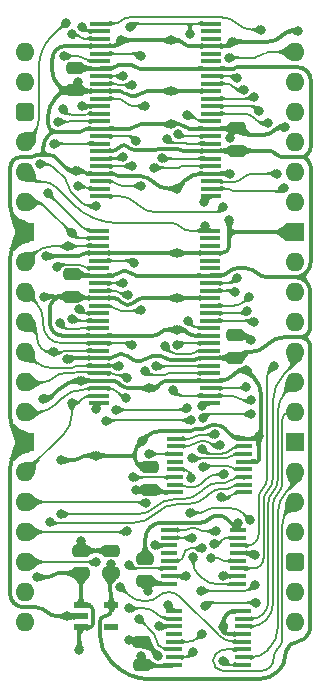
<source format=gtl>
%TF.GenerationSoftware,KiCad,Pcbnew,8.0.7*%
%TF.CreationDate,2025-01-27T08:03:34+02:00*%
%TF.ProjectId,SD Card Read Function,53442043-6172-4642-9052-656164204675,V1*%
%TF.SameCoordinates,Original*%
%TF.FileFunction,Copper,L1,Top*%
%TF.FilePolarity,Positive*%
%FSLAX46Y46*%
G04 Gerber Fmt 4.6, Leading zero omitted, Abs format (unit mm)*
G04 Created by KiCad (PCBNEW 8.0.7) date 2025-01-27 08:03:34*
%MOMM*%
%LPD*%
G01*
G04 APERTURE LIST*
G04 Aperture macros list*
%AMRoundRect*
0 Rectangle with rounded corners*
0 $1 Rounding radius*
0 $2 $3 $4 $5 $6 $7 $8 $9 X,Y pos of 4 corners*
0 Add a 4 corners polygon primitive as box body*
4,1,4,$2,$3,$4,$5,$6,$7,$8,$9,$2,$3,0*
0 Add four circle primitives for the rounded corners*
1,1,$1+$1,$2,$3*
1,1,$1+$1,$4,$5*
1,1,$1+$1,$6,$7*
1,1,$1+$1,$8,$9*
0 Add four rect primitives between the rounded corners*
20,1,$1+$1,$2,$3,$4,$5,0*
20,1,$1+$1,$4,$5,$6,$7,0*
20,1,$1+$1,$6,$7,$8,$9,0*
20,1,$1+$1,$8,$9,$2,$3,0*%
G04 Aperture macros list end*
%TA.AperFunction,SMDPad,CuDef*%
%ADD10R,1.150000X0.600000*%
%TD*%
%TA.AperFunction,SMDPad,CuDef*%
%ADD11R,1.450000X0.450000*%
%TD*%
%TA.AperFunction,SMDPad,CuDef*%
%ADD12RoundRect,0.250000X0.475000X-0.250000X0.475000X0.250000X-0.475000X0.250000X-0.475000X-0.250000X0*%
%TD*%
%TA.AperFunction,SMDPad,CuDef*%
%ADD13R,1.800000X0.430000*%
%TD*%
%TA.AperFunction,SMDPad,CuDef*%
%ADD14RoundRect,0.250000X-0.475000X0.250000X-0.475000X-0.250000X0.475000X-0.250000X0.475000X0.250000X0*%
%TD*%
%TA.AperFunction,ComponentPad*%
%ADD15O,1.600000X1.600000*%
%TD*%
%TA.AperFunction,ComponentPad*%
%ADD16RoundRect,0.400000X-0.400000X-0.400000X0.400000X-0.400000X0.400000X0.400000X-0.400000X0.400000X0*%
%TD*%
%TA.AperFunction,ComponentPad*%
%ADD17R,1.600000X1.600000*%
%TD*%
%TA.AperFunction,ViaPad*%
%ADD18C,0.800000*%
%TD*%
%TA.AperFunction,Conductor*%
%ADD19C,0.380000*%
%TD*%
%TA.AperFunction,Conductor*%
%ADD20C,0.200000*%
%TD*%
G04 APERTURE END LIST*
D10*
%TO.P,IC36,1,6VIn*%
%TO.N,5V*%
X4669000Y-46802000D03*
%TO.P,IC36,2,GND*%
%TO.N,GND*%
X4669000Y-47752000D03*
%TO.P,IC36,3,EN*%
%TO.N,5V*%
X4669000Y-48702000D03*
%TO.P,IC36,4,ADJ*%
%TO.N,unconnected-(IC36-ADJ-Pad4)*%
X7269000Y-48702000D03*
%TO.P,IC36,5,3.3VOut*%
%TO.N,/3.3V*%
X7269000Y-46802000D03*
%TD*%
D11*
%TO.P,IC3,1,D1*%
%TO.N,/CPL_{1}*%
X18423001Y-51876001D03*
%TO.P,IC3,2,Q1*%
%TO.N,Q1*%
X18423001Y-51226001D03*
%TO.P,IC3,3,Q0*%
%TO.N,Q0*%
X18423001Y-50576001D03*
%TO.P,IC3,4,CPD*%
%TO.N,Second Half CLK*%
X18423001Y-49926001D03*
%TO.P,IC3,5,CPU*%
%TO.N,GND*%
X18423001Y-49276001D03*
%TO.P,IC3,6,Q2*%
%TO.N,Q2*%
X18423001Y-48626001D03*
%TO.P,IC3,7,Q3*%
%TO.N,Q3*%
X18423001Y-47976001D03*
%TO.P,IC3,8,GND*%
%TO.N,GND*%
X18423001Y-47326001D03*
%TO.P,IC3,9,D3*%
%TO.N,/CPL_{3}*%
X12573001Y-47326001D03*
%TO.P,IC3,10,D2*%
%TO.N,/CPL_{2}*%
X12573001Y-47976001D03*
%TO.P,IC3,11,~{PL}*%
%TO.N,~{Load Down Count}*%
X12573001Y-48626001D03*
%TO.P,IC3,12,~{TCU}*%
%TO.N,unconnected-(IC3-~{TCU}-Pad12)*%
X12573001Y-49276001D03*
%TO.P,IC3,13,~{TCD}*%
%TO.N,~{TCD}_{0..3}*%
X12573001Y-49926001D03*
%TO.P,IC3,14,MR*%
%TO.N,~{Reset}*%
X12573001Y-50576001D03*
%TO.P,IC3,15,D0*%
%TO.N,/CPL_{0}*%
X12573001Y-51226001D03*
%TO.P,IC3,16,5V*%
%TO.N,5V*%
X12573001Y-51876001D03*
%TD*%
D12*
%TO.P,C42,1*%
%TO.N,/3.3V*%
X7239000Y-44114000D03*
%TO.P,C42,2*%
%TO.N,GND*%
X7239000Y-42214000D03*
%TD*%
D13*
%TO.P,IC2,1,1~{OE}*%
%TO.N,~{Read Transmit Started}*%
X15623001Y-29710344D03*
%TO.P,IC2,2,1Q0*%
%TO.N,/CPL_{0}*%
X15623001Y-29076344D03*
%TO.P,IC2,3,1Q1*%
%TO.N,/CPL_{1}*%
X15623001Y-28440344D03*
%TO.P,IC2,4,GND*%
%TO.N,GND*%
X15623000Y-27806344D03*
%TO.P,IC2,5,1Q2*%
%TO.N,/CPL_{2}*%
X15623000Y-27170344D03*
%TO.P,IC2,6,1Q3*%
%TO.N,/CPL_{3}*%
X15623001Y-26536344D03*
%TO.P,IC2,7,3V*%
%TO.N,/3.3V*%
X15623001Y-25900344D03*
%TO.P,IC2,8,1Q4*%
%TO.N,/CPL_{4}*%
X15623001Y-25266344D03*
%TO.P,IC2,9,1Q5*%
%TO.N,/CPL_{5}*%
X15623001Y-24630344D03*
%TO.P,IC2,10,GND*%
%TO.N,GND*%
X15623000Y-23996344D03*
%TO.P,IC2,11,1Q6*%
%TO.N,/CPL_{6}*%
X15623001Y-23360344D03*
%TO.P,IC2,12,1Q7*%
%TO.N,/CPL_{7}*%
X15623001Y-22726344D03*
%TO.P,IC2,13,2Q0*%
%TO.N,/CPL_{8}*%
X15623001Y-22090344D03*
%TO.P,IC2,14,2Q1*%
%TO.N,/CPL_{9}*%
X15623001Y-21456344D03*
%TO.P,IC2,15,GND*%
%TO.N,GND*%
X15623000Y-20820344D03*
%TO.P,IC2,16,2Q2*%
%TO.N,/CPL_{10}*%
X15623001Y-20186344D03*
%TO.P,IC2,17,2Q3*%
%TO.N,/CPL_{11}*%
X15623001Y-19550344D03*
%TO.P,IC2,18,3V*%
%TO.N,/3.3V*%
X15623001Y-18916344D03*
%TO.P,IC2,19,2Q4*%
%TO.N,unconnected-(IC2-2Q4-Pad19)*%
X15623001Y-18280344D03*
%TO.P,IC2,20,2Q5*%
%TO.N,unconnected-(IC2-2Q5-Pad20)*%
X15623000Y-17646344D03*
%TO.P,IC2,21,GND*%
%TO.N,GND*%
X15623000Y-17010344D03*
%TO.P,IC2,22,2Q6*%
%TO.N,unconnected-(IC2-2Q6-Pad22)*%
X15623001Y-16376344D03*
%TO.P,IC2,23,2Q7*%
%TO.N,unconnected-(IC2-2Q7-Pad23)*%
X15623001Y-15740344D03*
%TO.P,IC2,24,2~{OE}*%
%TO.N,~{Read Transmit Started}*%
X15623001Y-15106344D03*
%TO.P,IC2,25,2LE*%
%TO.N,Write Count Data Byte High*%
X6223001Y-15106344D03*
%TO.P,IC2,26,2D7*%
%TO.N,D7*%
X6223001Y-15740344D03*
%TO.P,IC2,27,2D6*%
%TO.N,D6*%
X6223001Y-16376344D03*
%TO.P,IC2,28,GND*%
%TO.N,GND*%
X6223002Y-17010344D03*
%TO.P,IC2,29,2D5*%
%TO.N,D5*%
X6223002Y-17646344D03*
%TO.P,IC2,30,2D4*%
%TO.N,D4*%
X6223001Y-18280344D03*
%TO.P,IC2,31,3V*%
%TO.N,/3.3V*%
X6223001Y-18916344D03*
%TO.P,IC2,32,2D3*%
%TO.N,D3*%
X6223001Y-19550344D03*
%TO.P,IC2,33,2D2*%
%TO.N,D2*%
X6223001Y-20186344D03*
%TO.P,IC2,34,GND*%
%TO.N,GND*%
X6223002Y-20820344D03*
%TO.P,IC2,35,2D1*%
%TO.N,D1*%
X6223001Y-21456344D03*
%TO.P,IC2,36,2D0*%
%TO.N,D0*%
X6223001Y-22090344D03*
%TO.P,IC2,37,1D7*%
%TO.N,D7*%
X6223001Y-22726344D03*
%TO.P,IC2,38,1D6*%
%TO.N,D6*%
X6223001Y-23360344D03*
%TO.P,IC2,39,GND*%
%TO.N,GND*%
X6223002Y-23996344D03*
%TO.P,IC2,40,1D5*%
%TO.N,D5*%
X6223001Y-24630344D03*
%TO.P,IC2,41,1D4*%
%TO.N,D4*%
X6223001Y-25266344D03*
%TO.P,IC2,42,3V*%
%TO.N,/3.3V*%
X6223001Y-25900344D03*
%TO.P,IC2,43,1D3*%
%TO.N,D3*%
X6223001Y-26536344D03*
%TO.P,IC2,44,1D2*%
%TO.N,D2*%
X6223002Y-27170344D03*
%TO.P,IC2,45,GND*%
%TO.N,GND*%
X6223002Y-27806344D03*
%TO.P,IC2,46,1D1*%
%TO.N,D1*%
X6223001Y-28440344D03*
%TO.P,IC2,47,1D0*%
%TO.N,D0*%
X6223001Y-29076344D03*
%TO.P,IC2,48,1LE*%
%TO.N,Write Count Data Byte Low*%
X6223001Y-29710344D03*
%TD*%
D11*
%TO.P,IC4,1,D1*%
%TO.N,/CPL_{5}*%
X18038000Y-45018001D03*
%TO.P,IC4,2,Q1*%
%TO.N,Q5*%
X18038000Y-44368001D03*
%TO.P,IC4,3,Q0*%
%TO.N,Q4*%
X18038000Y-43718001D03*
%TO.P,IC4,4,CPD*%
%TO.N,~{TCD}_{0..3}*%
X18038000Y-43068001D03*
%TO.P,IC4,5,CPU*%
%TO.N,GND*%
X18038000Y-42418001D03*
%TO.P,IC4,6,Q2*%
%TO.N,Q6*%
X18038000Y-41768001D03*
%TO.P,IC4,7,Q3*%
%TO.N,Q7*%
X18038000Y-41118001D03*
%TO.P,IC4,8,GND*%
%TO.N,GND*%
X18038000Y-40468001D03*
%TO.P,IC4,9,D3*%
%TO.N,/CPL_{7}*%
X12188000Y-40468001D03*
%TO.P,IC4,10,D2*%
%TO.N,/CPL_{6}*%
X12188000Y-41118001D03*
%TO.P,IC4,11,~{PL}*%
%TO.N,~{Load Down Count}*%
X12188000Y-41768001D03*
%TO.P,IC4,12,~{TCU}*%
%TO.N,unconnected-(IC4-~{TCU}-Pad12)*%
X12188000Y-42418001D03*
%TO.P,IC4,13,~{TCD}*%
%TO.N,~{TCD}_{4..7}*%
X12188000Y-43068001D03*
%TO.P,IC4,14,MR*%
%TO.N,~{Reset}*%
X12188000Y-43718001D03*
%TO.P,IC4,15,D0*%
%TO.N,/CPL_{4}*%
X12188000Y-44368001D03*
%TO.P,IC4,16,5V*%
%TO.N,5V*%
X12188000Y-45018001D03*
%TD*%
D13*
%TO.P,IC6,1,1~{OE}*%
%TO.N,~{Read CRC Started}*%
X15749000Y-12184344D03*
%TO.P,IC6,2,1Q0*%
%TO.N,/CPL_{0}*%
X15749000Y-11550344D03*
%TO.P,IC6,3,1Q1*%
%TO.N,/CPL_{1}*%
X15749000Y-10914344D03*
%TO.P,IC6,4,GND*%
%TO.N,GND*%
X15748999Y-10280344D03*
%TO.P,IC6,5,1Q2*%
%TO.N,/CPL_{2}*%
X15748999Y-9644344D03*
%TO.P,IC6,6,1Q3*%
%TO.N,/CPL_{3}*%
X15749000Y-9010344D03*
%TO.P,IC6,7,3V*%
%TO.N,/3.3V*%
X15749000Y-8374344D03*
%TO.P,IC6,8,1Q4*%
%TO.N,/CPL_{4}*%
X15749000Y-7740344D03*
%TO.P,IC6,9,1Q5*%
%TO.N,/CPL_{5}*%
X15749000Y-7104344D03*
%TO.P,IC6,10,GND*%
%TO.N,GND*%
X15748999Y-6470344D03*
%TO.P,IC6,11,1Q6*%
%TO.N,/CPL_{6}*%
X15749000Y-5834344D03*
%TO.P,IC6,12,1Q7*%
%TO.N,/CPL_{7}*%
X15749000Y-5200344D03*
%TO.P,IC6,13,2Q0*%
%TO.N,/CPL_{8}*%
X15749000Y-4564344D03*
%TO.P,IC6,14,2Q1*%
%TO.N,/CPL_{9}*%
X15749000Y-3930344D03*
%TO.P,IC6,15,GND*%
%TO.N,GND*%
X15748999Y-3294344D03*
%TO.P,IC6,16,2Q2*%
%TO.N,/CPL_{10}*%
X15749000Y-2660344D03*
%TO.P,IC6,17,2Q3*%
%TO.N,/CPL_{11}*%
X15749000Y-2024344D03*
%TO.P,IC6,18,3V*%
%TO.N,/3.3V*%
X15749000Y-1390344D03*
%TO.P,IC6,19,2Q4*%
%TO.N,unconnected-(IC6-2Q4-Pad19)*%
X15749000Y-754344D03*
%TO.P,IC6,20,2Q5*%
%TO.N,unconnected-(IC6-2Q5-Pad20)*%
X15748999Y-120344D03*
%TO.P,IC6,21,GND*%
%TO.N,GND*%
X15748999Y515656D03*
%TO.P,IC6,22,2Q6*%
%TO.N,unconnected-(IC6-2Q6-Pad22)*%
X15749000Y1149656D03*
%TO.P,IC6,23,2Q7*%
%TO.N,unconnected-(IC6-2Q7-Pad23)*%
X15749000Y1785656D03*
%TO.P,IC6,24,2~{OE}*%
%TO.N,~{Read CRC Started}*%
X15749000Y2419656D03*
%TO.P,IC6,25,2LE*%
%TO.N,Write Count CRC Byte High*%
X6349000Y2419656D03*
%TO.P,IC6,26,2D7*%
%TO.N,D7*%
X6349000Y1785656D03*
%TO.P,IC6,27,2D6*%
%TO.N,D6*%
X6349000Y1149656D03*
%TO.P,IC6,28,GND*%
%TO.N,GND*%
X6349001Y515656D03*
%TO.P,IC6,29,2D5*%
%TO.N,D5*%
X6349001Y-120344D03*
%TO.P,IC6,30,2D4*%
%TO.N,D4*%
X6349000Y-754344D03*
%TO.P,IC6,31,3V*%
%TO.N,/3.3V*%
X6349000Y-1390344D03*
%TO.P,IC6,32,2D3*%
%TO.N,D3*%
X6349000Y-2024344D03*
%TO.P,IC6,33,2D2*%
%TO.N,D2*%
X6349000Y-2660344D03*
%TO.P,IC6,34,GND*%
%TO.N,GND*%
X6349001Y-3294344D03*
%TO.P,IC6,35,2D1*%
%TO.N,D1*%
X6349000Y-3930344D03*
%TO.P,IC6,36,2D0*%
%TO.N,D0*%
X6349000Y-4564344D03*
%TO.P,IC6,37,1D7*%
%TO.N,D7*%
X6349000Y-5200344D03*
%TO.P,IC6,38,1D6*%
%TO.N,D6*%
X6349000Y-5834344D03*
%TO.P,IC6,39,GND*%
%TO.N,GND*%
X6349001Y-6470344D03*
%TO.P,IC6,40,1D5*%
%TO.N,D5*%
X6349000Y-7104344D03*
%TO.P,IC6,41,1D4*%
%TO.N,D4*%
X6349000Y-7740344D03*
%TO.P,IC6,42,3V*%
%TO.N,/3.3V*%
X6349000Y-8374344D03*
%TO.P,IC6,43,1D3*%
%TO.N,D3*%
X6349000Y-9010344D03*
%TO.P,IC6,44,1D2*%
%TO.N,D2*%
X6349001Y-9644344D03*
%TO.P,IC6,45,GND*%
%TO.N,GND*%
X6349001Y-10280344D03*
%TO.P,IC6,46,1D1*%
%TO.N,D1*%
X6349000Y-10914344D03*
%TO.P,IC6,47,1D0*%
%TO.N,D0*%
X6349000Y-11550344D03*
%TO.P,IC6,48,1LE*%
%TO.N,Write Count CRC Byte Low*%
X6349000Y-12184344D03*
%TD*%
D14*
%TO.P,C5,1*%
%TO.N,/3.3V*%
X3937000Y-18807343D03*
%TO.P,C5,2*%
%TO.N,GND*%
X3937000Y-20707343D03*
%TD*%
%TO.P,C7,1*%
%TO.N,/3.3V*%
X4191000Y-1326344D03*
%TO.P,C7,2*%
%TO.N,GND*%
X4191000Y-3226344D03*
%TD*%
D15*
%TO.P,J7,1,Pin_1*%
%TO.N,Write Count Data Byte High*%
X0Y0D03*
%TO.P,J7,2,Pin_2*%
%TO.N,Write Count Data Byte Low*%
X0Y-2540000D03*
D16*
%TO.P,J7,3,Pin_3*%
%TO.N,5V*%
X0Y-5080000D03*
D15*
%TO.P,J7,4,Pin_4*%
%TO.N,~{Read CRC Started}*%
X0Y-7620000D03*
%TO.P,J7,5,Pin_5*%
%TO.N,~{Read Transmit Started}*%
X0Y-10160000D03*
%TO.P,J7,6,Pin_6*%
%TO.N,D7*%
X0Y-12700000D03*
D17*
%TO.P,J7,7,Pin_7*%
%TO.N,GND*%
X0Y-15240000D03*
D15*
%TO.P,J7,8,Pin_8*%
%TO.N,D6*%
X0Y-17780000D03*
%TO.P,J7,9,Pin_9*%
%TO.N,D5*%
X0Y-20320000D03*
%TO.P,J7,10,Pin_10*%
%TO.N,D4*%
X0Y-22860000D03*
%TO.P,J7,11,Pin_11*%
%TO.N,D3*%
X0Y-25400000D03*
%TO.P,J7,12,Pin_12*%
%TO.N,D2*%
X0Y-27940000D03*
%TO.P,J7,13,Pin_13*%
%TO.N,D1*%
X0Y-30480000D03*
D17*
%TO.P,J7,14,Pin_14*%
%TO.N,GND*%
X0Y-33020000D03*
D15*
%TO.P,J7,15,Pin_15*%
%TO.N,D0*%
X0Y-35560000D03*
%TO.P,J7,16,Pin_16*%
%TO.N,~{Load Down Count}*%
X0Y-38100000D03*
%TO.P,J7,17,Pin_17*%
%TO.N,~{Reset}*%
X0Y-40640000D03*
%TO.P,J7,18,Pin_18*%
%TO.N,Second Half CLK*%
X0Y-43180000D03*
%TO.P,J7,19,Pin_19*%
%TO.N,Q9*%
X0Y-45720000D03*
%TO.P,J7,20,Pin_20*%
%TO.N,Q8*%
X0Y-48260000D03*
%TO.P,J7,21,Pin_21*%
%TO.N,~{TCD}_{0..3}*%
X22860000Y-48260000D03*
%TO.P,J7,22,Pin_22*%
%TO.N,~{TCD}_{4..7}*%
X22860000Y-45720000D03*
D16*
%TO.P,J7,23,Pin_23*%
%TO.N,5V*%
X22860000Y-43180000D03*
D15*
%TO.P,J7,24,Pin_24*%
%TO.N,~{TCD}_{8..11}*%
X22860000Y-40640000D03*
%TO.P,J7,25,Pin_25*%
%TO.N,Q0*%
X22860000Y-38100000D03*
%TO.P,J7,26,Pin_26*%
%TO.N,Q1*%
X22860000Y-35560000D03*
D17*
%TO.P,J7,27,Pin_27*%
%TO.N,GND*%
X22860000Y-33020000D03*
D15*
%TO.P,J7,28,Pin_28*%
%TO.N,Q2*%
X22860000Y-30480000D03*
%TO.P,J7,29,Pin_29*%
%TO.N,Q3*%
X22860000Y-27940000D03*
%TO.P,J7,30,Pin_30*%
%TO.N,Q4*%
X22860000Y-25400000D03*
%TO.P,J7,31,Pin_31*%
%TO.N,Q5*%
X22860000Y-22860000D03*
%TO.P,J7,32,Pin_32*%
%TO.N,Q6*%
X22860000Y-20320000D03*
%TO.P,J7,33,Pin_33*%
%TO.N,Q7*%
X22860000Y-17780000D03*
D17*
%TO.P,J7,34,Pin_34*%
%TO.N,GND*%
X22860000Y-15240000D03*
D15*
%TO.P,J7,35,Pin_35*%
%TO.N,unconnected-(J7-Pin_35-Pad35)*%
X22860000Y-12700000D03*
%TO.P,J7,36,Pin_36*%
%TO.N,unconnected-(J7-Pin_36-Pad36)*%
X22860000Y-10160000D03*
%TO.P,J7,37,Pin_37*%
%TO.N,Q10*%
X22860000Y-7620000D03*
%TO.P,J7,38,Pin_38*%
%TO.N,Q11*%
X22860000Y-5080000D03*
%TO.P,J7,39,Pin_39*%
%TO.N,Write Count CRC Byte High*%
X22860000Y-2540000D03*
%TO.P,J7,40,Pin_40*%
%TO.N,Write Count CRC Byte Low*%
X22860000Y0D03*
%TD*%
D12*
%TO.P,C4,1*%
%TO.N,/3.3V*%
X17780000Y-25882343D03*
%TO.P,C4,2*%
%TO.N,GND*%
X17780000Y-23982343D03*
%TD*%
%TO.P,C3,1*%
%TO.N,5V*%
X9906000Y-51861000D03*
%TO.P,C3,2*%
%TO.N,GND*%
X9906000Y-49961000D03*
%TD*%
%TO.P,C2,1*%
%TO.N,5V*%
X10541000Y-37065979D03*
%TO.P,C2,2*%
%TO.N,GND*%
X10541000Y-35165979D03*
%TD*%
%TO.P,C1,1*%
%TO.N,5V*%
X10160000Y-44820001D03*
%TO.P,C1,2*%
%TO.N,GND*%
X10160000Y-42920001D03*
%TD*%
D11*
%TO.P,IC5,1,D1*%
%TO.N,/CPL_{9}*%
X18546000Y-37263979D03*
%TO.P,IC5,2,Q1*%
%TO.N,Q9*%
X18546000Y-36613979D03*
%TO.P,IC5,3,Q0*%
%TO.N,Q8*%
X18546000Y-35963979D03*
%TO.P,IC5,4,CPD*%
%TO.N,~{TCD}_{4..7}*%
X18546000Y-35313979D03*
%TO.P,IC5,5,CPU*%
%TO.N,GND*%
X18546000Y-34663979D03*
%TO.P,IC5,6,Q2*%
%TO.N,Q10*%
X18546000Y-34013979D03*
%TO.P,IC5,7,Q3*%
%TO.N,Q11*%
X18546000Y-33363979D03*
%TO.P,IC5,8,GND*%
%TO.N,GND*%
X18546000Y-32713979D03*
%TO.P,IC5,9,D3*%
%TO.N,/CPL_{11}*%
X12696000Y-32713979D03*
%TO.P,IC5,10,D2*%
%TO.N,/CPL_{10}*%
X12696000Y-33363979D03*
%TO.P,IC5,11,~{PL}*%
%TO.N,~{Load Down Count}*%
X12696000Y-34013979D03*
%TO.P,IC5,12,~{TCU}*%
%TO.N,unconnected-(IC5-~{TCU}-Pad12)*%
X12696000Y-34663979D03*
%TO.P,IC5,13,~{TCD}*%
%TO.N,~{TCD}_{8..11}*%
X12696000Y-35313979D03*
%TO.P,IC5,14,MR*%
%TO.N,~{Reset}*%
X12696000Y-35963979D03*
%TO.P,IC5,15,D0*%
%TO.N,/CPL_{8}*%
X12696000Y-36613979D03*
%TO.P,IC5,16,5V*%
%TO.N,5V*%
X12696000Y-37263979D03*
%TD*%
D12*
%TO.P,C6,1*%
%TO.N,/3.3V*%
X17907000Y-8356343D03*
%TO.P,C6,2*%
%TO.N,GND*%
X17907000Y-6456343D03*
%TD*%
%TO.P,C41,1*%
%TO.N,5V*%
X4699000Y-44114000D03*
%TO.P,C41,2*%
%TO.N,GND*%
X4699000Y-42214000D03*
%TD*%
D18*
%TO.N,/CPL_{11}*%
X16052000Y-32349242D03*
X17912788Y-19090477D03*
X17950355Y-2207966D03*
%TO.N,/CPL_{2}*%
X8763000Y-47092457D03*
X10910000Y-9791665D03*
X10087205Y-26982232D03*
%TO.N,/CPL_{7}*%
X19356854Y-22816652D03*
X20509890Y-6003270D03*
X16124375Y-40567342D03*
%TO.N,/CPL_{9}*%
X16558318Y-37702318D03*
X18923000Y-20701000D03*
X19358173Y-3814344D03*
%TO.N,5V*%
X1015996Y-44450000D03*
X9398000Y-37084000D03*
X4572000Y-50624000D03*
X9823528Y-51143468D03*
X10413997Y-45593006D03*
%TO.N,/CPL_{5}*%
X12849646Y-24813697D03*
X12904078Y-6949000D03*
X14213375Y-42743713D03*
%TO.N,GND*%
X3556000Y-47752000D03*
X8763000Y-49784000D03*
X4445000Y-2540000D03*
X12827000Y-20820344D03*
X5969000Y-34163000D03*
X12827000Y-17010344D03*
X18715000Y-26921334D03*
X1778000Y-17272000D03*
X1581997Y-20707349D03*
X12319000Y1016000D03*
X4698994Y-41402002D03*
X22008508Y-6359455D03*
X23114002Y1778000D03*
X17272000Y-14224004D03*
X17319150Y-10287000D03*
X11188285Y-51115939D03*
X17526000Y889000D03*
X9911303Y-32928512D03*
X19431000Y-42545000D03*
X1524000Y-29337000D03*
X12827000Y-23494996D03*
X12319000Y-3294344D03*
X4318000Y-10032992D03*
X19747000Y-32512000D03*
X12827000Y-11557000D03*
X4699000Y-27806344D03*
X12319000Y-6096000D03*
X17319150Y-7256343D03*
X8128000Y1016000D03*
X10505158Y-28448000D03*
X3048000Y-34544000D03*
X16764000Y-48641000D03*
X18038000Y-39881998D03*
X19067000Y-24371999D03*
%TO.N,/3.3V*%
X7239000Y-43314000D03*
X3556000Y-26016344D03*
%TO.N,~{Reset}*%
X8558000Y-40582155D03*
X9574000Y-47976995D03*
X9144000Y-36004979D03*
X8763000Y-43434000D03*
%TO.N,D7*%
X3937000Y-22637078D03*
X3925000Y-15325831D03*
X4762183Y2124957D03*
X3175000Y-4826000D03*
%TO.N,D6*%
X3909814Y1511791D03*
X2794000Y-5899385D03*
X3641332Y-16432000D03*
X2907924Y-22941598D03*
%TO.N,D5*%
X9779000Y-324344D03*
X9353000Y-7493000D03*
X9017000Y-24814000D03*
X9202756Y-17829154D03*
%TO.N,D4*%
X2425000Y-7755716D03*
X2667000Y-18161000D03*
X3292217Y-337292D03*
X2395407Y-25367737D03*
%TO.N,D3*%
X8255002Y-2032000D03*
X7897917Y-26602698D03*
X8255000Y-8890000D03*
X8255000Y-19558000D03*
%TO.N,D2*%
X8983233Y-9646427D03*
X8636000Y-27559000D03*
X9017000Y-2794000D03*
X8653406Y-20576999D03*
%TO.N,D1*%
X9757969Y-11324119D03*
X9779000Y-21844000D03*
X8521952Y-29288000D03*
X10103000Y-4572000D03*
%TO.N,D0*%
X3937000Y-29718006D03*
X4577576Y-21791062D03*
X4445000Y-11303000D03*
X4826000Y-4572000D03*
%TO.N,/CPL_{1}*%
X16764000Y-51562000D03*
X21259890Y-10287000D03*
X18715159Y-28320992D03*
%TO.N,/CPL_{8}*%
X16847999Y-35747030D03*
X18796000Y-21928987D03*
X19759890Y-4966894D03*
%TO.N,/CPL_{6}*%
X13728000Y-22733000D03*
X13716000Y-5334002D03*
X14097000Y-41148000D03*
%TO.N,/CPL_{4}*%
X11811000Y-24892000D03*
X11953457Y-7349000D03*
X13589002Y-44368001D03*
%TO.N,/CPL_{10}*%
X16458000Y-33287504D03*
X18491760Y-3180344D03*
X17779273Y-20284653D03*
%TO.N,/CPL_{0}*%
X19117000Y-29464000D03*
X21860786Y-11494312D03*
X14224004Y-50800000D03*
X12499495Y-28628495D03*
%TO.N,/CPL_{3}*%
X12065000Y-46851000D03*
X11049000Y-26579610D03*
X11584958Y-8987341D03*
%TO.N,Write Count Data Byte High*%
X1905000Y-11938000D03*
%TO.N,~{Read Transmit Started}*%
X14977913Y-29998746D03*
X15240000Y-14732000D03*
%TO.N,Write Count Data Byte Low*%
X5981000Y-30179498D03*
X5981000Y-13014332D03*
X1227100Y-9479853D03*
%TO.N,~{TCD}_{0..3}*%
X15240000Y-46863000D03*
X14935837Y-49225837D03*
X19558000Y-46609000D03*
X15748000Y-42799000D03*
%TO.N,~{Load Down Count}*%
X11303000Y-48626002D03*
X10472495Y-34013979D03*
X10984000Y-41768001D03*
X10188000Y-38165979D03*
%TO.N,Second Half CLK*%
X8013000Y-45246639D03*
X5969004Y-43180000D03*
%TO.N,Q6*%
X21010000Y-26609281D03*
%TO.N,Q5*%
X16752000Y-44323000D03*
%TO.N,~{TCD}_{4..7}*%
X15048001Y-35098881D03*
X14859000Y-45593000D03*
X19431000Y-45085000D03*
X14949454Y-41994919D03*
%TO.N,Q7*%
X15013476Y-30998116D03*
X15991922Y-41608957D03*
X19135983Y-30638062D03*
%TO.N,Q9*%
X2044000Y-39788192D03*
%TO.N,Q11*%
X6858000Y-31242000D03*
X13989814Y-31162380D03*
X14952309Y-33643000D03*
%TO.N,Q10*%
X7680465Y-30286465D03*
X14097000Y-34391773D03*
X13716000Y-30164522D03*
%TO.N,Q8*%
X3048000Y-39116000D03*
%TO.N,~{TCD}_{8..11}*%
X14020999Y-36051780D03*
X18999104Y-39591384D03*
X13958000Y-38996000D03*
%TO.N,Write Count CRC Byte Low*%
X17244031Y-462275D03*
X16739150Y-13081000D03*
%TO.N,~{Read CRC Started}*%
X3441622Y2451632D03*
X15113000Y-12700000D03*
X13970000Y1524000D03*
X8890000Y2159000D03*
%TO.N,Write Count CRC Byte High*%
X19939000Y1904996D03*
%TD*%
D19*
%TO.N,/3.3V*%
X17211828Y-18602172D02*
G75*
G02*
X16453349Y-18916381I-758528J758472D01*
G01*
X11852407Y-25905525D02*
G75*
G03*
X12258977Y-26073961I406593J406525D01*
G01*
X7820967Y-18732798D02*
G75*
G02*
X7377849Y-18916384I-443167J443098D01*
G01*
X8953798Y-18732798D02*
G75*
G03*
X8510680Y-18549262I-443098J-443102D01*
G01*
X6747847Y-47752000D02*
G75*
G03*
X6433986Y-47881986I-47J-443800D01*
G01*
X17910036Y-1270000D02*
G75*
G03*
X17764758Y-1330162I-36J-205400D01*
G01*
X21196171Y-8623171D02*
G75*
G03*
X20551990Y-8356364I-644171J-644229D01*
G01*
X13107672Y-8281672D02*
G75*
G03*
X13331401Y-8374330I223728J223772D01*
G01*
X7221000Y-45768000D02*
G75*
G02*
X7269007Y-45883882I-115900J-115900D01*
G01*
X10758318Y-25737118D02*
G75*
G03*
X10245439Y-25949557I-18J-725282D01*
G01*
X20359886Y-24852113D02*
G75*
G02*
X19037171Y-25399980I-1322686J1322713D01*
G01*
X17764768Y-1330172D02*
G75*
G02*
X17619499Y-1390343I-145268J145272D01*
G01*
X6304000Y-49319500D02*
G75*
G03*
X7228539Y-51551545I3156600J0D01*
G01*
X23262789Y-24130000D02*
G75*
G03*
X23876003Y-23876003I11J867200D01*
G01*
X23876000Y-24384000D02*
G75*
G03*
X23262789Y-24130004I-613200J-613200D01*
G01*
X23876000Y-23876000D02*
G75*
G03*
X23876000Y-24384000I254000J-254000D01*
G01*
X11852407Y-25905525D02*
G75*
G03*
X11445836Y-25737093I-406607J-406575D01*
G01*
X22856424Y-19050000D02*
G75*
G03*
X23756971Y-18676971I-24J1273600D01*
G01*
X23756978Y-19423021D02*
G75*
G03*
X22856424Y-19049990I-900578J-900579D01*
G01*
X23756978Y-18676978D02*
G75*
G03*
X23756977Y-19423021I373022J-373022D01*
G01*
X8858250Y-25876250D02*
G75*
G03*
X8168388Y-25590505I-689850J-689850D01*
G01*
X23534728Y-8890000D02*
G75*
G03*
X23683698Y-8828277I-28J210700D01*
G01*
X23683710Y-8951710D02*
G75*
G03*
X23534728Y-8889982I-149010J-148990D01*
G01*
X23683710Y-8828289D02*
G75*
G03*
X23683709Y-8951711I61690J-61711D01*
G01*
X7127000Y-47610000D02*
G75*
G02*
X6784181Y-47751992I-342800J342800D01*
G01*
X9341498Y-1258438D02*
G75*
G03*
X9659946Y-1390314I318402J318438D01*
G01*
X11131859Y-8252500D02*
G75*
G02*
X10978556Y-8315970I-153259J153300D01*
G01*
X14702652Y-25900344D02*
G75*
G03*
X14493132Y-25987157I48J-296356D01*
G01*
X7869228Y-1126533D02*
G75*
G03*
X7550763Y-1258421I-28J-450367D01*
G01*
X17970306Y-18288000D02*
G75*
G03*
X17211835Y-18602179I-6J-1072600D01*
G01*
X8858250Y-25876250D02*
G75*
G03*
X9548111Y-26161995I689850J689850D01*
G01*
X7269000Y-47267181D02*
G75*
G02*
X7127005Y-47610005I-484800J-19D01*
G01*
X7592078Y-25745422D02*
G75*
G02*
X7218063Y-25900316I-373978J374022D01*
G01*
X9341498Y-1258438D02*
G75*
G03*
X9023050Y-1126572I-318398J-318462D01*
G01*
X7877827Y-8124171D02*
G75*
G02*
X7273859Y-8374313I-603927J603971D01*
G01*
X21971000Y-51244500D02*
G75*
G02*
X21566884Y-52220107I-1379700J0D01*
G01*
X23835000Y-1610000D02*
G75*
G03*
X23014167Y-1270014I-820800J-820800D01*
G01*
X8953798Y-18732798D02*
G75*
G03*
X9396916Y-18916338I443102J443098D01*
G01*
X7173000Y-45652117D02*
G75*
G03*
X7221005Y-45767995I163900J17D01*
G01*
X18603411Y-25400000D02*
G75*
G03*
X18021168Y-25641168I-11J-823400D01*
G01*
X10245441Y-25949559D02*
G75*
G02*
X9732563Y-26161979I-512841J512859D01*
G01*
X24130000Y-23262789D02*
G75*
G02*
X23876003Y-23876003I-867200J-11D01*
G01*
X23835000Y-1610000D02*
G75*
G02*
X24174986Y-2430832I-820800J-820800D01*
G01*
X22351999Y-50291999D02*
G75*
G03*
X21971005Y-51211815I919801J-919801D01*
G01*
X24175000Y-17699605D02*
G75*
G02*
X23779477Y-18654477I-1350400J5D01*
G01*
X19558000Y-18669000D02*
G75*
G03*
X20477815Y-19049994I919800J919800D01*
G01*
X7966092Y-25590500D02*
G75*
G03*
X7592089Y-25745433I8J-528900D01*
G01*
X8264085Y-18549253D02*
G75*
G03*
X7820978Y-18732809I15J-626647D01*
G01*
X19558000Y-18669000D02*
G75*
G03*
X18638184Y-18288006I-919800J-919800D01*
G01*
X23756978Y-19423021D02*
G75*
G02*
X24130010Y-20323575I-900578J-900579D01*
G01*
X24175000Y-7945969D02*
G75*
G02*
X23898509Y-8613509I-944000J-31D01*
G01*
X21980025Y-24130000D02*
G75*
G03*
X20446992Y-24764992I-25J-2168000D01*
G01*
X11285161Y-8189000D02*
G75*
G03*
X11131879Y-8252520I39J-216800D01*
G01*
X8643703Y-8008703D02*
G75*
G03*
X8318500Y-7873998I-325203J-325197D01*
G01*
X13107672Y-8281672D02*
G75*
G03*
X12883942Y-8188970I-223772J-223728D01*
G01*
X23876000Y-24384000D02*
G75*
G02*
X24129996Y-24997210I-613200J-613200D01*
G01*
X8730000Y-8095000D02*
G75*
G03*
X9263541Y-8315983I533500J533500D01*
G01*
X3754024Y-25900344D02*
G75*
G03*
X3613981Y-25958325I-24J-198056D01*
G01*
X23050500Y-49911000D02*
G75*
G03*
X22508496Y-50135509I0J-766500D01*
G01*
X7550780Y-1258438D02*
G75*
G02*
X7232332Y-1390369I-318480J318438D01*
G01*
X23592506Y-49686493D02*
G75*
G02*
X23050500Y-49911003I-542006J541993D01*
G01*
X23898500Y-9166500D02*
G75*
G02*
X24174988Y-9834030I-667500J-667500D01*
G01*
X21336000Y-52451000D02*
G75*
G02*
X19802974Y-53085989I-1533000J1533000D01*
G01*
X8318500Y-7874000D02*
G75*
G03*
X7993298Y-8008705I0J-459900D01*
G01*
X7533500Y-51856500D02*
G75*
G03*
X10501775Y-53086002I2968280J2968280D01*
G01*
X6434000Y-47882000D02*
G75*
G03*
X6304020Y-48195847I313800J-313800D01*
G01*
X21196171Y-8623171D02*
G75*
G03*
X21840352Y-8890036I644229J644171D01*
G01*
X24130000Y-48610184D02*
G75*
G02*
X23749005Y-49530005I-1300800J-16D01*
G01*
X14493113Y-25987138D02*
G75*
G02*
X14283573Y-26073914I-209513J209538D01*
G01*
X23360186Y-8890000D02*
X23185644Y-8890000D01*
X23534728Y-8890000D02*
X23360186Y-8890000D01*
%TO.N,GND*%
X7864079Y-20928583D02*
G75*
G03*
X7741743Y-20877874I-122379J-122317D01*
G01*
X4957672Y-6600672D02*
G75*
G02*
X4643032Y-6731013I-314672J314672D01*
G01*
X2607328Y194327D02*
G75*
G03*
X2286025Y-581426I775772J-775727D01*
G01*
X2286000Y-1621076D02*
G75*
G03*
X2756172Y-2756172I1605260J-4D01*
G01*
X19336000Y-27542334D02*
G75*
G02*
X19957036Y-29041560I-1499200J-1499266D01*
G01*
X21013772Y-6672227D02*
G75*
G02*
X20258672Y-6984972I-755072J755127D01*
G01*
X15406891Y-31730169D02*
G75*
G02*
X14984403Y-31905177I-422491J422469D01*
G01*
X13338828Y765828D02*
G75*
G03*
X13942796Y515655I603972J603972D01*
G01*
X10858697Y-11010000D02*
G75*
G03*
X9538122Y-10462992I-1320597J-1320600D01*
G01*
X19646010Y-32612989D02*
G75*
G02*
X19402200Y-32713985I-243810J243789D01*
G01*
X8441672Y-3488672D02*
G75*
G03*
X8910821Y-3682978I469128J469172D01*
G01*
X17087500Y-16825844D02*
G75*
G02*
X16642077Y-17010322I-445400J445444D01*
G01*
X8123091Y-21187595D02*
G75*
G03*
X8676920Y-21416994I553809J553795D01*
G01*
X2367462Y-21006881D02*
G75*
G03*
X2243389Y-20707346I-124072J124071D01*
G01*
X3090610Y-20707343D02*
G75*
G03*
X2367463Y-21006882I-10J-1022657D01*
G01*
X2378625Y-23685643D02*
G75*
G03*
X3128723Y-23996347I750105J750103D01*
G01*
X13338828Y765828D02*
G75*
G03*
X12734859Y1015983I-603928J-603928D01*
G01*
X778228Y-8779228D02*
G75*
G02*
X510802Y-8890000I-267428J267428D01*
G01*
X12038510Y-23494996D02*
G75*
G03*
X11433335Y-23745675I-10J-855804D01*
G01*
X16764000Y-48842395D02*
G75*
G03*
X16890999Y-49149002I433600J-5D01*
G01*
X19957000Y-32153507D02*
G75*
G02*
X19851998Y-32406998I-358500J7D01*
G01*
X4956324Y-10156668D02*
G75*
G03*
X5254904Y-10280345I298576J298568D01*
G01*
X15548339Y-39539500D02*
G75*
G02*
X14832524Y-39836022I-715839J715800D01*
G01*
X19367500Y-42481500D02*
G75*
G03*
X19214199Y-42418001I-153300J-153300D01*
G01*
X-657499Y-32362500D02*
G75*
G02*
X-657499Y-33677500I-657498J-657500D01*
G01*
X18375833Y-26921334D02*
G75*
G03*
X17796813Y-27161136I-33J-818866D01*
G01*
X21653500Y1333500D02*
G75*
G02*
X20580382Y889007I-1073100J1073100D01*
G01*
X9838672Y-3488672D02*
G75*
G02*
X9369522Y-3683009I-469172J469172D01*
G01*
X17709738Y-47326001D02*
G75*
G03*
X17040989Y-47602990I-38J-945699D01*
G01*
X-635000Y-14605000D02*
G75*
G02*
X-634998Y-15875000I-635000J-635001D01*
G01*
X4812174Y-17141172D02*
G75*
G02*
X4496327Y-17272012I-315874J315872D01*
G01*
X18872172Y-24177171D02*
G75*
G03*
X18401815Y-23982324I-470372J-470329D01*
G01*
X3383082Y515656D02*
G75*
G03*
X2607342Y194313I18J-1097056D01*
G01*
X7641297Y-20849127D02*
G75*
G03*
X7710784Y-20877909I69503J69527D01*
G01*
X17315822Y-10283672D02*
G75*
G03*
X17307787Y-10280351I-8022J-8028D01*
G01*
X1206500Y-8668457D02*
G75*
G03*
X1523997Y-8350957I0J317497D01*
G01*
X1524000Y-8350957D02*
G75*
G03*
X1841500Y-8668460I317500J-3D01*
G01*
X8441672Y-3488672D02*
G75*
G03*
X7972522Y-3294322I-469172J-469128D01*
G01*
X15829378Y-31555169D02*
G75*
G03*
X15406893Y-31730171I22J-597531D01*
G01*
X18171328Y-6720671D02*
G75*
G03*
X18809473Y-6985011I638172J638171D01*
G01*
X2211605Y-29157394D02*
G75*
G02*
X1778000Y-29337002I-433605J433594D01*
G01*
X14161918Y-32002074D02*
G75*
G02*
X13927968Y-32098950I-233918J233974D01*
G01*
X22606001Y1778000D02*
G75*
G03*
X21738793Y1418785I-1J-1226400D01*
G01*
X16918224Y-31904224D02*
G75*
G03*
X16075530Y-31555142I-842724J-842676D01*
G01*
X2885286Y-3567401D02*
G75*
G03*
X2885290Y-2885283I-341056J341061D01*
G01*
X3708672Y-3226344D02*
G75*
G03*
X2885287Y-3567402I-2J-1164436D01*
G01*
X2885286Y-2885286D02*
G75*
G03*
X3708672Y-3226339I823384J823396D01*
G01*
X13426190Y-6283172D02*
G75*
G03*
X13878063Y-6470370I451910J451872D01*
G01*
X7327563Y-27838286D02*
G75*
G03*
X7250447Y-27806310I-77163J-77114D01*
G01*
X1905000Y-7112000D02*
G75*
G03*
X1524006Y-8031815I919800J-919800D01*
G01*
X7583150Y-10371672D02*
G75*
G03*
X7803635Y-10462979I220450J220472D01*
G01*
X1905000Y-6080592D02*
G75*
G03*
X2095498Y-6540502I650400J-8D01*
G01*
X7583150Y-10371672D02*
G75*
G03*
X7362664Y-10280381I-220450J-220528D01*
G01*
X19699000Y-34615979D02*
G75*
G02*
X19583117Y-34663993I-115900J115879D01*
G01*
X10019899Y-20820344D02*
G75*
G03*
X9299673Y-21118671I1J-1018556D01*
G01*
X21667526Y-6359455D02*
G75*
G03*
X21085412Y-6600543I-26J-823245D01*
G01*
X11433330Y-23745670D02*
G75*
G02*
X10828149Y-23996382I-605230J605170D01*
G01*
X8048174Y-28159114D02*
G75*
G03*
X8745605Y-28448001I697426J697414D01*
G01*
X13686500Y-23719500D02*
G75*
G03*
X13144498Y-23494996I-542000J-542000D01*
G01*
X9481076Y-33358738D02*
G75*
G03*
X9270991Y-33865907I507124J-507162D01*
G01*
X9017000Y-34163000D02*
G75*
G03*
X9271000Y-33909000I0J254000D01*
G01*
X9271000Y-34417000D02*
G75*
G03*
X9017000Y-34163000I-254000J0D01*
G01*
X-1315000Y-30775154D02*
G75*
G03*
X-657499Y-32362500I2244848J1D01*
G01*
X-657499Y-15897500D02*
G75*
G03*
X-1315004Y-17484845I1587339J-1587350D01*
G01*
X5095407Y-34163000D02*
G75*
G03*
X4635498Y-34353498I-7J-650400D01*
G01*
X4644993Y-27806344D02*
G75*
G03*
X2797339Y-28571683I7J-2612956D01*
G01*
X4635500Y-34353500D02*
G75*
G02*
X4175592Y-34543997I-459900J459900D01*
G01*
X-1270000Y-13071974D02*
G75*
G03*
X-635001Y-14605001I2168040J4D01*
G01*
X17594161Y-27363839D02*
G75*
G02*
X16525859Y-27806304I-1068261J1068339D01*
G01*
X10562000Y-40238000D02*
G75*
G03*
X10160006Y-41208513I970500J-970500D01*
G01*
X14926327Y-10280344D02*
G75*
G03*
X13521936Y-10862057I-27J-1986056D01*
G01*
X2067924Y-22935544D02*
G75*
G03*
X2378623Y-23685645I1060796J-6D01*
G01*
X3458482Y-9808482D02*
G75*
G03*
X4000496Y-10033004I542018J541982D01*
G01*
X11327404Y-32098979D02*
G75*
G03*
X10326063Y-32513739I-4J-1416121D01*
G01*
X7327563Y-27838286D02*
G75*
G03*
X7404678Y-27870252I77137J77086D01*
G01*
X9230749Y-21187595D02*
G75*
G02*
X8676920Y-21417023I-553849J553795D01*
G01*
X17779998Y-15240000D02*
G75*
G03*
X17272000Y-15747998I2J-508000D01*
G01*
X17272000Y-14732002D02*
G75*
G03*
X17779998Y-15240000I508000J2D01*
G01*
X2095500Y-6921500D02*
G75*
G03*
X2095500Y-6540500I-190500J190500D01*
G01*
X2555407Y-6731000D02*
G75*
G03*
X2095498Y-6921498I-7J-650400D01*
G01*
X2095500Y-6540500D02*
G75*
G03*
X2555407Y-6730997I459900J459900D01*
G01*
X10903190Y-11054493D02*
G75*
G03*
X12116348Y-11556999I1213160J1213163D01*
G01*
X16891000Y-49149001D02*
G75*
G03*
X17197605Y-49275999I306600J306601D01*
G01*
X2542213Y-3910474D02*
G75*
G03*
X1905001Y-5448844I1538367J-1538366D01*
G01*
X-1315000Y-45829167D02*
G75*
G03*
X-975000Y-46650000I1160846J5D01*
G01*
X4956324Y-10156668D02*
G75*
G03*
X4657743Y-10032947I-298624J-298532D01*
G01*
X-1016000Y-9144000D02*
G75*
G03*
X-1270000Y-9757210I613215J-613212D01*
G01*
X1045654Y-8668457D02*
G75*
G03*
X778227Y-8779227I-4J-378193D01*
G01*
X9337828Y-6283172D02*
G75*
G02*
X8885954Y-6470312I-451828J451872D01*
G01*
X13712670Y-23745670D02*
G75*
G03*
X14317850Y-23996382I605230J605170D01*
G01*
X17438764Y-32424764D02*
G75*
G03*
X18136989Y-32713975I698236J698264D01*
G01*
X11232267Y-28258076D02*
G75*
G02*
X10773751Y-28448047I-458567J458476D01*
G01*
X10307821Y-3294344D02*
G75*
G03*
X9838666Y-3488666I-21J-663456D01*
G01*
X5272311Y-6470344D02*
G75*
G03*
X4957669Y-6600669I-11J-444956D01*
G01*
X2599339Y-8949339D02*
G75*
G03*
X1921228Y-8668455I-678109J-678101D01*
G01*
X-975000Y-46650000D02*
G75*
G03*
X-154167Y-46990000I820838J820846D01*
G01*
X-657499Y-33677500D02*
G75*
G03*
X-1315004Y-35264845I1587339J-1587350D01*
G01*
X17155295Y-39585296D02*
G75*
G03*
X16328919Y-39242995I-826395J-826404D01*
G01*
X14395867Y-31905169D02*
G75*
G03*
X14161939Y-32002095I33J-330831D01*
G01*
X17339328Y702328D02*
G75*
G02*
X16888661Y515685I-450628J450672D01*
G01*
X9518489Y-34918489D02*
G75*
G03*
X10115982Y-35165993I597511J597489D01*
G01*
X17394156Y-6969186D02*
G75*
G03*
X17319116Y-7150268I181044J-181114D01*
G01*
X12137719Y-27806344D02*
G75*
G03*
X11363166Y-28127166I-19J-1095356D01*
G01*
X16264153Y-39243000D02*
G75*
G03*
X15548315Y-39539476I-53J-1012300D01*
G01*
X-402789Y-8890000D02*
G75*
G03*
X-1016000Y-9144000I-1J-867209D01*
G01*
X13426190Y-6283172D02*
G75*
G03*
X12974316Y-6095975I-451890J-451828D01*
G01*
X7641297Y-20849127D02*
G75*
G03*
X7571810Y-20820333I-69497J-69473D01*
G01*
X7900633Y-28011573D02*
G75*
G03*
X7559397Y-27870228I-341233J-341227D01*
G01*
X1778000Y-47371000D02*
G75*
G03*
X2697815Y-47752005I919820J919810D01*
G01*
X1778000Y-47371000D02*
G75*
G03*
X858184Y-46990002I-919810J-919810D01*
G01*
X19747000Y-34500096D02*
G75*
G02*
X19699005Y-34615984I-163900J-4D01*
G01*
X11145274Y-50951275D02*
G75*
G02*
X11188265Y-51055112I-103874J-103825D01*
G01*
X17272000Y-16380421D02*
G75*
G02*
X17087485Y-16825829I-629900J21D01*
G01*
X5128020Y-17010344D02*
G75*
G03*
X4812168Y-17141166I-20J-446656D01*
G01*
X9789701Y-6096000D02*
G75*
G03*
X9337837Y-6283181I-1J-639000D01*
G01*
X2367462Y-21006881D02*
G75*
G03*
X2067921Y-21730029I723138J-723149D01*
G01*
X9271000Y-34417000D02*
G75*
G03*
X9450607Y-34850603I613200J0D01*
G01*
X17033053Y-47610948D02*
G75*
G03*
X16763998Y-48260501I649547J-649552D01*
G01*
X11532513Y-39836000D02*
G75*
G03*
X10561996Y-40237996I-13J-1372500D01*
G01*
X7877828Y765828D02*
G75*
G02*
X7273859Y515686I-603928J603972D01*
G01*
X2243389Y-20707343D02*
X3090610Y-20707343D01*
X1841500Y-8668457D02*
X1206500Y-8668457D01*
X9271000Y-33909000D02*
X9271000Y-34417000D01*
X16530746Y-10280344D02*
X14967251Y-10280344D01*
X17272000Y-15747998D02*
X17272000Y-14732002D01*
%TO.N,5V*%
X5588000Y-46929000D02*
G75*
G02*
X5714998Y-47235605I-306600J-306600D01*
G01*
X2777587Y-44114000D02*
G75*
G03*
X2372004Y-44282004I13J-573600D01*
G01*
X10160000Y-45159405D02*
G75*
G03*
X10287001Y-45466004I433600J5D01*
G01*
X2372000Y-44282000D02*
G75*
G02*
X1966412Y-44450005I-405600J405600D01*
G01*
X9864764Y-51184704D02*
G75*
G02*
X9906027Y-51284256I-99564J-99596D01*
G01*
X12510530Y-51908469D02*
G75*
G02*
X12395928Y-51955968I-114630J114569D01*
G01*
X5621000Y-48608000D02*
G75*
G02*
X5394063Y-48701985I-226900J226900D01*
G01*
X5715000Y-48381063D02*
G75*
G02*
X5621011Y-48608011I-320900J-37D01*
G01*
X5588000Y-46929000D02*
G75*
G03*
X5281394Y-46802002I-306600J-306600D01*
G01*
X9428763Y-37065979D02*
G75*
G03*
X9407038Y-37075016I37J-30721D01*
G01*
D20*
%TO.N,Write Count CRC Byte High*%
X8746159Y2934656D02*
G75*
G03*
X8124521Y2677135I41J-879156D01*
G01*
X17913830Y2419826D02*
G75*
G03*
X16670920Y2934666I-1242930J-1242926D01*
G01*
X8124500Y2677156D02*
G75*
G02*
X7502840Y2419623I-621700J621644D01*
G01*
X17913830Y2419826D02*
G75*
G03*
X19156739Y1905014I1242870J1242874D01*
G01*
%TO.N,~{Read CRC Started}*%
X9334967Y2419656D02*
G75*
G03*
X9020347Y2289309I33J-444956D01*
G01*
X13970000Y1971828D02*
G75*
G03*
X13522172Y2419600I-447800J-28D01*
G01*
X14417828Y2419656D02*
G75*
G03*
X13969944Y1971828I-28J-447856D01*
G01*
X1143000Y-5668776D02*
G75*
G02*
X571500Y-7048500I-1951237J5D01*
G01*
X2233424Y1361207D02*
G75*
G03*
X1142997Y-1271310I2632506J-2632517D01*
G01*
X3382735Y2451632D02*
G75*
G03*
X3282198Y2410003I-35J-142132D01*
G01*
X13522172Y2419656D02*
X14417828Y2419656D01*
%TO.N,Write Count CRC Byte Low*%
X19961862Y-231137D02*
G75*
G02*
X19403847Y-462301I-558062J558037D01*
G01*
X16491150Y-13329000D02*
G75*
G02*
X15892425Y-13577025I-598750J598700D01*
G01*
X20519877Y0D02*
G75*
G03*
X19961885Y-231160I23J-789100D01*
G01*
X9451672Y-12880672D02*
G75*
G03*
X11132756Y-13577003I1681088J1681082D01*
G01*
X9363931Y-12792931D02*
G75*
G03*
X7894672Y-12184367I-1469231J-1469269D01*
G01*
%TO.N,~{TCD}_{8..11}*%
X18507412Y-39099692D02*
G75*
G03*
X17320362Y-38608014I-1187012J-1187008D01*
G01*
X13901567Y-35594546D02*
G75*
G02*
X14021003Y-35882879I-288367J-288354D01*
G01*
X15768357Y-38608000D02*
G75*
G03*
X15300033Y-38802033I43J-662300D01*
G01*
X13820999Y-35513978D02*
G75*
G03*
X13338157Y-35314003I-482799J-482822D01*
G01*
X15300000Y-38802000D02*
G75*
G02*
X14831642Y-38996018I-468400J468400D01*
G01*
%TO.N,Q8*%
X11039010Y-38490989D02*
G75*
G02*
X9530101Y-39116006I-1508910J1508889D01*
G01*
X16444244Y-36449000D02*
G75*
G03*
X15038853Y-37031097I-44J-1987500D01*
G01*
X17509999Y-36206489D02*
G75*
G02*
X16924527Y-36449014I-585499J585489D01*
G01*
X14912510Y-37157489D02*
G75*
G02*
X13202065Y-37865941I-1710410J1710489D01*
G01*
X18095471Y-35963979D02*
G75*
G03*
X17510006Y-36206496I29J-828021D01*
G01*
X12547919Y-37865979D02*
G75*
G03*
X11039000Y-38490979I-19J-2133921D01*
G01*
%TO.N,Q10*%
X13655028Y-30225493D02*
G75*
G02*
X13507830Y-30286487I-147228J147193D01*
G01*
X17416810Y-34202876D02*
G75*
G02*
X16960772Y-34391742I-456010J456076D01*
G01*
X17872847Y-34013979D02*
G75*
G03*
X17416789Y-34202855I-47J-644921D01*
G01*
%TO.N,Q11*%
X18118010Y-33363979D02*
G75*
G03*
X17387389Y-33666616I-10J-1033221D01*
G01*
X17376124Y-33677876D02*
G75*
G02*
X16618309Y-33991762I-757824J757876D01*
G01*
X15126695Y-33817386D02*
G75*
G03*
X15547701Y-33991778I421005J420986D01*
G01*
X6993919Y-31162380D02*
G75*
G03*
X6897800Y-31202180I-19J-135920D01*
G01*
%TO.N,Q9*%
X17560186Y-36785489D02*
G75*
G02*
X17146123Y-36957008I-414086J414089D01*
G01*
X2082904Y-39827096D02*
G75*
G03*
X2176826Y-39865989I93896J93896D01*
G01*
X17974249Y-36613979D02*
G75*
G03*
X17560173Y-36785476I-49J-585521D01*
G01*
X12961092Y-38265979D02*
G75*
G03*
X11029697Y-39065990I8J-2731421D01*
G01*
X16695338Y-36957000D02*
G75*
G03*
X15511710Y-37447238I-38J-1673900D01*
G01*
X11029696Y-39065989D02*
G75*
G02*
X9098300Y-39866001I-1931396J1931389D01*
G01*
X15347510Y-37611489D02*
G75*
G02*
X13767433Y-38265998I-1580110J1580089D01*
G01*
%TO.N,Q7*%
X17157487Y-41118001D02*
G75*
G03*
X16564861Y-41363489I13J-838099D01*
G01*
X15628126Y-30638062D02*
G75*
G03*
X15193492Y-30818078I-26J-614638D01*
G01*
X16435144Y-41493185D02*
G75*
G02*
X16155647Y-41608993I-279544J279485D01*
G01*
%TO.N,~{TCD}_{4..7}*%
X13537860Y-42215139D02*
G75*
G03*
X13386516Y-42580461I365340J-365361D01*
G01*
X14020800Y-41994919D02*
G75*
G03*
X13572306Y-42180686I0J-634281D01*
G01*
X17487525Y-35180504D02*
G75*
G03*
X17165289Y-35047026I-322225J-322196D01*
G01*
X13249769Y-42931231D02*
G75*
G02*
X12919578Y-43067973I-330169J330231D01*
G01*
X15136516Y-35047030D02*
G75*
G03*
X15073928Y-35072957I-16J-88470D01*
G01*
X19167979Y-45348021D02*
G75*
G02*
X18532990Y-45611026I-634979J635021D01*
G01*
X13386539Y-42601040D02*
G75*
G02*
X13249745Y-42931207I-466939J40D01*
G01*
X14868021Y-45602021D02*
G75*
G03*
X14889799Y-45611030I21779J21821D01*
G01*
X17487525Y-35180504D02*
G75*
G03*
X17809761Y-35314015I322275J322204D01*
G01*
%TO.N,Q4*%
X19907499Y-43465500D02*
G75*
G02*
X19297909Y-43718004I-609599J609600D01*
G01*
X20557500Y-37048628D02*
G75*
G03*
X20159970Y-38008277I959600J-959672D01*
G01*
X21907499Y-27241499D02*
G75*
G03*
X20955014Y-29541038I2299501J-2299501D01*
G01*
X22860000Y-25844500D02*
G75*
G02*
X22545688Y-26603305I-1073100J0D01*
G01*
X20955000Y-36088978D02*
G75*
G02*
X20557521Y-37048649I-1357200J-22D01*
G01*
X20160000Y-42855910D02*
G75*
G02*
X19907496Y-43465497I-862100J10D01*
G01*
%TO.N,Q5*%
X16774500Y-44345500D02*
G75*
G03*
X16828821Y-44367992I54300J54300D01*
G01*
%TO.N,Q6*%
X19470551Y-41489448D02*
G75*
G02*
X18798066Y-41767987I-672451J672448D01*
G01*
X20728500Y-26890781D02*
G75*
G03*
X20446987Y-27570382I679600J-679619D01*
G01*
X19749104Y-40816963D02*
G75*
G02*
X19470563Y-41489460I-951004J-37D01*
G01*
X20098052Y-36942390D02*
G75*
G03*
X19749125Y-37784824I842448J-842410D01*
G01*
X20447000Y-36099955D02*
G75*
G02*
X20098051Y-36942389I-1191390J5D01*
G01*
%TO.N,Second Half CLK*%
X11204331Y-46095000D02*
G75*
G02*
X10299000Y-46470009I-905331J905300D01*
G01*
X16369660Y-49389660D02*
G75*
G03*
X17664501Y-49925994I1294840J1294860D01*
G01*
X12109661Y-45720000D02*
G75*
G03*
X11204357Y-46095026I39J-1280300D01*
G01*
X13096216Y-46116216D02*
G75*
G03*
X12139665Y-45720034I-956516J-956584D01*
G01*
X8673161Y-45906800D02*
G75*
G03*
X10032846Y-46469997I1359679J1359680D01*
G01*
%TO.N,~{Load Down Count}*%
X10155010Y-38132989D02*
G75*
G03*
X10075366Y-38100014I-79610J-79611D01*
G01*
%TO.N,Q0*%
X22310000Y-38650000D02*
G75*
G03*
X21760007Y-39977817I1327800J-1327800D01*
G01*
X21760000Y-49597680D02*
G75*
G02*
X21389256Y-50492756I-1265800J-20D01*
G01*
X21332808Y-50549191D02*
G75*
G03*
X21018494Y-51308000I758792J-758809D01*
G01*
X15875000Y-51519085D02*
G75*
G03*
X16084946Y-52025954I716800J-15D01*
G01*
X20694249Y-52076750D02*
G75*
G02*
X19911439Y-52401016I-782849J782850D01*
G01*
X21018500Y-51308000D02*
G75*
G02*
X20704188Y-52066805I-1073100J0D01*
G01*
X16084950Y-51012219D02*
G75*
G03*
X15874984Y-51519085I506850J-506881D01*
G01*
X16167500Y-52108500D02*
G75*
G03*
X16873659Y-52401018I706200J706200D01*
G01*
X16978079Y-50576001D02*
G75*
G03*
X16198091Y-50899092I21J-1103099D01*
G01*
%TO.N,Q3*%
X22107500Y-28692500D02*
G75*
G03*
X21354998Y-30509195I1816700J-1816700D01*
G01*
X21355000Y-36254664D02*
G75*
G02*
X20957528Y-37214342I-1357200J-36D01*
G01*
X20560000Y-46545445D02*
G75*
G02*
X20140998Y-47556999I-1430560J5D01*
G01*
X20957500Y-37214314D02*
G75*
G03*
X20559960Y-38173963I959600J-959686D01*
G01*
X20141000Y-47557001D02*
G75*
G02*
X19129444Y-47976019I-1011600J1011601D01*
G01*
%TO.N,Q1*%
X20414074Y-50705924D02*
G75*
G02*
X19158500Y-51226014I-1255574J1255524D01*
G01*
X22860000Y-36001593D02*
G75*
G02*
X22547750Y-36755443I-1066100J-7D01*
G01*
X22110000Y-37193186D02*
G75*
G03*
X21360015Y-39003846I1810600J-1810614D01*
G01*
X21360000Y-48723380D02*
G75*
G02*
X20626999Y-50493000I-2502620J0D01*
G01*
%TO.N,Q2*%
X20960000Y-46691847D02*
G75*
G02*
X20393502Y-48059503I-1934160J-3D01*
G01*
X20323387Y-48129612D02*
G75*
G02*
X19125000Y-48625993I-1198387J1198412D01*
G01*
X21929000Y-30649000D02*
G75*
G03*
X21760001Y-31057002I408000J-408000D01*
G01*
X21760000Y-36411814D02*
G75*
G02*
X21359996Y-37377496I-1365700J14D01*
G01*
X22337002Y-30480000D02*
G75*
G03*
X21928999Y-30648999I-2J-577000D01*
G01*
X21360000Y-37377500D02*
G75*
G03*
X20959994Y-38343185I965700J-965700D01*
G01*
%TO.N,~{TCD}_{0..3}*%
X16502499Y-42933500D02*
G75*
G03*
X16827212Y-43067996I324701J324700D01*
G01*
X14585755Y-49575919D02*
G75*
G02*
X13740582Y-49925975I-845155J845219D01*
G01*
X15673605Y-46609000D02*
G75*
G03*
X15366998Y-46735998I-5J-433600D01*
G01*
X16502499Y-42933500D02*
G75*
G03*
X16177786Y-42799006I-324699J-324700D01*
G01*
%TO.N,Write Count Data Byte Low*%
X3394993Y-10760993D02*
G75*
G02*
X3619504Y-11303000I-541993J-542007D01*
G01*
X3619500Y-11303000D02*
G75*
G03*
X3844009Y-11845003I766500J0D01*
G01*
X6223001Y-29823920D02*
G75*
G02*
X6142681Y-30017798I-274201J20D01*
G01*
X2427367Y-9793367D02*
G75*
G03*
X1670476Y-9479853I-756887J-756883D01*
G01*
X4671209Y-12672209D02*
G75*
G03*
X5497166Y-13014334I825961J825959D01*
G01*
%TO.N,~{Read Transmit Started}*%
X15251717Y-14735060D02*
G75*
G03*
X15244328Y-14731965I-7417J-7340D01*
G01*
X2579462Y-11424801D02*
G75*
G03*
X1457329Y-10959998I-1122132J-1122129D01*
G01*
X13141172Y-14792172D02*
G75*
G03*
X12382693Y-14477990I-758472J-758428D01*
G01*
X13141172Y-14792172D02*
G75*
G03*
X13899650Y-15106381I758528J758472D01*
G01*
X399999Y-10559999D02*
G75*
G03*
X1365683Y-10959995I965681J965689D01*
G01*
X4038868Y-12884207D02*
G75*
G03*
X7886624Y-14478004I3847762J3847757D01*
G01*
%TO.N,Write Count Data Byte High*%
X4666878Y-14699878D02*
G75*
G03*
X5648172Y-15106368I981322J981278D01*
G01*
%TO.N,/CPL_{3}*%
X11596459Y-8998842D02*
G75*
G03*
X11624226Y-9010332I27741J27742D01*
G01*
X11060695Y-26591305D02*
G75*
G03*
X11088929Y-26602988I28205J28205D01*
G01*
X12109667Y-46862667D02*
G75*
G03*
X12081500Y-46850990I-28167J-28133D01*
G01*
%TO.N,/CPL_{0}*%
X17973828Y-29270172D02*
G75*
G03*
X18441770Y-29464012I467972J467972D01*
G01*
X21708442Y-11646656D02*
G75*
G02*
X21340651Y-11798976I-367742J367756D01*
G01*
X12723419Y-28852419D02*
G75*
G03*
X13264021Y-29076324I540581J540619D01*
G01*
X14011003Y-51013000D02*
G75*
G02*
X13496774Y-51225991I-514203J514200D01*
G01*
X17396328Y-11674672D02*
G75*
G03*
X17096173Y-11550355I-300128J-300128D01*
G01*
X17396328Y-11674672D02*
G75*
G03*
X17696482Y-11799007I300172J300172D01*
G01*
X17973828Y-29270172D02*
G75*
G03*
X17505885Y-29076350I-467928J-467928D01*
G01*
%TO.N,/CPL_{10}*%
X14938032Y-32893000D02*
G75*
G03*
X14369497Y-33128476I-32J-804000D01*
G01*
X17602072Y-2920344D02*
G75*
G03*
X16974376Y-2660349I-627672J-627656D01*
G01*
X17730118Y-20235498D02*
G75*
G03*
X17611449Y-20186389I-118618J-118702D01*
G01*
X15608913Y-33090252D02*
G75*
G03*
X15132704Y-32893008I-476213J-476248D01*
G01*
X14369510Y-33128489D02*
G75*
G02*
X13800988Y-33363980I-568510J568489D01*
G01*
X15608913Y-33090252D02*
G75*
G03*
X16085121Y-33287476I476187J476252D01*
G01*
X17639443Y-2957715D02*
G75*
G03*
X18176916Y-3180320I537457J537515D01*
G01*
%TO.N,/CPL_{4}*%
X14745510Y-25266344D02*
G75*
G03*
X14362143Y-25425133I-10J-542156D01*
G01*
X12128457Y-7524000D02*
G75*
G03*
X12550944Y-7698965I422443J422500D01*
G01*
X13609672Y-7719672D02*
G75*
G03*
X13659578Y-7740369I49928J49872D01*
G01*
X13609672Y-7719672D02*
G75*
G03*
X13559765Y-7699031I-49872J-49928D01*
G01*
X12156966Y-25237966D02*
G75*
G03*
X12992201Y-25583922I835234J835266D01*
G01*
X14362148Y-25425138D02*
G75*
G02*
X13978785Y-25583929I-383348J383338D01*
G01*
%TO.N,/CPL_{6}*%
X14041672Y-23046672D02*
G75*
G03*
X14798943Y-23360313I757228J757272D01*
G01*
X14082000Y-41133000D02*
G75*
G03*
X14045788Y-41118005I-36200J-36200D01*
G01*
X14347173Y-5584173D02*
G75*
G03*
X14951139Y-5834314I603927J603973D01*
G01*
X14231706Y-5468706D02*
G75*
G03*
X13906501Y-5333998I-325206J-325194D01*
G01*
%TO.N,/CPL_{8}*%
X16267984Y-35747030D02*
G75*
G03*
X15277848Y-36157172I16J-1400270D01*
G01*
X18715321Y-22009665D02*
G75*
G02*
X18520546Y-22090379I-194821J194765D01*
G01*
X19558615Y-4765619D02*
G75*
G03*
X19072694Y-4564336I-485915J-485881D01*
G01*
X13613329Y-36771990D02*
G75*
G03*
X13753377Y-36830004I140071J140090D01*
G01*
X13613329Y-36771990D02*
G75*
G03*
X13473280Y-36713983I-140029J-140010D01*
G01*
X14935099Y-36499900D02*
G75*
G02*
X14138169Y-36829986I-796899J796900D01*
G01*
%TO.N,/CPL_{1}*%
X18437317Y-10645683D02*
G75*
G02*
X17571379Y-11004338I-865917J865983D01*
G01*
X19303254Y-10287000D02*
G75*
G03*
X18437344Y-10645710I46J-1224600D01*
G01*
X16921000Y-51719000D02*
G75*
G03*
X17300033Y-51875987I379000J379000D01*
G01*
X18655483Y-28380668D02*
G75*
G02*
X18511412Y-28440354I-144083J144068D01*
G01*
%TO.N,D0*%
X4839069Y-4564344D02*
G75*
G03*
X4829846Y-4568190I31J-13056D01*
G01*
X4727217Y-21940703D02*
G75*
G03*
X5088482Y-22090345I361283J361303D01*
G01*
X3937000Y-30670503D02*
G75*
G02*
X3263483Y-32296518I-2299540J3D01*
G01*
X5540379Y-29076344D02*
G75*
G03*
X4765841Y-29397191I21J-1095356D01*
G01*
X5083328Y-11426672D02*
G75*
G03*
X5381898Y-11550345I298572J298572D01*
G01*
X4624597Y-29538402D02*
G75*
G02*
X4190997Y-29718002I-433597J433602D01*
G01*
X5083328Y-11426672D02*
G75*
G03*
X4784757Y-11303018I-298528J-298528D01*
G01*
%TO.N,D1*%
X8442172Y-4251172D02*
G75*
G03*
X9216719Y-4571979I774528J774572D01*
G01*
X8442172Y-4251172D02*
G75*
G03*
X7667624Y-3930321I-774572J-774528D01*
G01*
X8276299Y-29223834D02*
G75*
G03*
X8431208Y-29287986I154901J154934D01*
G01*
X7916637Y-28864172D02*
G75*
G03*
X6893425Y-28440331I-1023237J-1023228D01*
G01*
X7548328Y-21681671D02*
G75*
G03*
X7004339Y-21456328I-544028J-544029D01*
G01*
X2578518Y-29806480D02*
G75*
G02*
X952500Y-30480000I-1626023J1626027D01*
G01*
X9747500Y-21875499D02*
G75*
G02*
X9671453Y-21906950I-76000J76099D01*
G01*
X7548328Y-21681671D02*
G75*
G03*
X8092317Y-21906992I543972J543971D01*
G01*
X4968840Y-28555332D02*
G75*
G03*
X3024153Y-29360850I0J-2750198D01*
G01*
X7653887Y-11119231D02*
G75*
G03*
X7159245Y-10914320I-494687J-494669D01*
G01*
X7653887Y-11119231D02*
G75*
G03*
X8148529Y-11324101I494613J494631D01*
G01*
%TO.N,D2*%
X7762511Y-2727172D02*
G75*
G03*
X7601173Y-2660360I-161311J-161328D01*
G01*
X7762511Y-2727172D02*
G75*
G03*
X7923848Y-2794026I161389J161372D01*
G01*
X8532849Y-27455849D02*
G75*
G03*
X8283820Y-27352690I-249049J-249051D01*
G01*
X2410500Y-27556500D02*
G75*
G02*
X1484649Y-27940004I-925860J925860D01*
G01*
X4214337Y-27118000D02*
G75*
G02*
X4081555Y-27172963I-132737J132800D01*
G01*
X8558861Y-20482454D02*
G75*
G03*
X8330610Y-20387901I-228261J-228246D01*
G01*
X3336350Y-27173000D02*
G75*
G03*
X2410502Y-27556502I0J-1309340D01*
G01*
X7496079Y-27261521D02*
G75*
G03*
X7275958Y-27170361I-220079J-220079D01*
G01*
X8982191Y-9645385D02*
G75*
G03*
X8979677Y-9644360I-2491J-2515D01*
G01*
X7772262Y-20287127D02*
G75*
G03*
X7528950Y-20186368I-243262J-243273D01*
G01*
X4347118Y-27063000D02*
G75*
G03*
X4214324Y-27117987I-18J-187800D01*
G01*
X7772262Y-20287127D02*
G75*
G03*
X8015573Y-20387924I243338J243327D01*
G01*
X7496079Y-27261521D02*
G75*
G03*
X7716199Y-27352698I220121J220121D01*
G01*
%TO.N,D3*%
X8194828Y-8950172D02*
G75*
G02*
X8049559Y-9010315I-145228J145272D01*
G01*
X686500Y-26086500D02*
G75*
G03*
X2343857Y-26773001I1657360J1657360D01*
G01*
X4397648Y-26536344D02*
G75*
G03*
X4111963Y-26654656I-48J-403956D01*
G01*
X8251174Y-2028172D02*
G75*
G03*
X8241932Y-2024317I-9274J-9228D01*
G01*
X8251172Y-19554172D02*
G75*
G03*
X8241930Y-19550319I-9272J-9228D01*
G01*
X4111979Y-26654672D02*
G75*
G02*
X3826309Y-26773006I-285679J285672D01*
G01*
X7864740Y-26569521D02*
G75*
G03*
X7784643Y-26536308I-80140J-80079D01*
G01*
%TO.N,D4*%
X2929308Y-18007343D02*
G75*
G03*
X2743835Y-18084178I-8J-262257D01*
G01*
X4990818Y-545818D02*
G75*
G03*
X5494244Y-754315I503382J503418D01*
G01*
X2451241Y-7740344D02*
G75*
G03*
X2432662Y-7748006I-41J-26256D01*
G01*
X1387812Y-25104549D02*
G75*
G03*
X2023203Y-25367739I635398J635399D01*
G01*
X4990818Y-545818D02*
G75*
G03*
X4487391Y-337285I-503418J-503382D01*
G01*
X4910244Y-18143843D02*
G75*
G03*
X4580703Y-18007345I-329544J-329557D01*
G01*
X3251303Y-25317040D02*
G75*
G02*
X3128911Y-25367730I-122403J122440D01*
G01*
X713097Y-23573097D02*
G75*
G02*
X1016000Y-24304368I-731270J-731272D01*
G01*
X1016000Y-24304368D02*
G75*
G03*
X1318902Y-25035639I1034170J-2D01*
G01*
X3373695Y-25266344D02*
G75*
G03*
X3251312Y-25317049I5J-173056D01*
G01*
X4910244Y-18143843D02*
G75*
G03*
X5239785Y-18280353I329556J329543D01*
G01*
%TO.N,D5*%
X9158672Y-7298672D02*
G75*
G03*
X8689522Y-7104322I-469172J-469128D01*
G01*
X1964672Y-24189672D02*
G75*
G03*
X3028548Y-24630346I1063878J1063872D01*
G01*
X1524000Y-23125795D02*
G75*
G03*
X1964672Y-24189672I1504540J-5D01*
G01*
X850480Y-21170480D02*
G75*
G02*
X1524000Y-22796500I-1626027J-1626023D01*
G01*
X8925172Y-24722172D02*
G75*
G03*
X8703479Y-24630369I-221672J-221728D01*
G01*
X9677000Y-222344D02*
G75*
G03*
X9430750Y-120381I-246200J-246256D01*
G01*
X9111351Y-17737749D02*
G75*
G03*
X8890679Y-17646352I-220651J-220651D01*
G01*
%TO.N,D6*%
X4738354Y-16376344D02*
G75*
G03*
X4671206Y-16404206I46J-94956D01*
G01*
X4553474Y-23421672D02*
G75*
G02*
X4405415Y-23483007I-148074J148072D01*
G01*
X4701532Y-23360344D02*
G75*
G03*
X4553464Y-23421662I-32J-209356D01*
G01*
X2301179Y-16432000D02*
G75*
G03*
X673997Y-17105997I-9J-2301170D01*
G01*
X4671172Y-16404172D02*
G75*
G02*
X4603989Y-16431996I-67172J67172D01*
G01*
X3728990Y-5834344D02*
G75*
G03*
X3650479Y-5866864I10J-111056D01*
G01*
X3650479Y-5866864D02*
G75*
G02*
X3571968Y-5899375I-78479J78464D01*
G01*
X4487849Y1360805D02*
G75*
G03*
X4123339Y1511819I-364549J-364505D01*
G01*
X4517932Y1330723D02*
G75*
G03*
X4955068Y1149615I437168J437077D01*
G01*
X3178625Y-23212299D02*
G75*
G03*
X3832155Y-23483004I653535J653529D01*
G01*
%TO.N,D7*%
X3981633Y-22681711D02*
G75*
G03*
X4089386Y-22726366I107767J107711D01*
G01*
X5188172Y-5261172D02*
G75*
G02*
X5041320Y-5322008I-146872J146872D01*
G01*
X4132256Y-15533087D02*
G75*
G03*
X4632617Y-15740324I500344J500387D01*
G01*
X5335023Y-5200344D02*
G75*
G03*
X5188165Y-5261165I-23J-207656D01*
G01*
X4931833Y1955306D02*
G75*
G03*
X5341406Y1785666I409567J409594D01*
G01*
X1758494Y-13159325D02*
G75*
G03*
X649584Y-12700002I-1108904J-1108905D01*
G01*
X3423000Y-5074000D02*
G75*
G03*
X4021724Y-5321990I598700J598700D01*
G01*
%TO.N,~{Reset}*%
X8906000Y-43577000D02*
G75*
G03*
X9251234Y-43719987I345200J345200D01*
G01*
X10836515Y-49163517D02*
G75*
G02*
X11048990Y-49676501I-513015J-512983D01*
G01*
X8529077Y-40611077D02*
G75*
G02*
X8459252Y-40639980I-69777J69777D01*
G01*
X11348500Y-50276500D02*
G75*
G03*
X12071558Y-50576018I723100J723100D01*
G01*
X9676860Y-48003862D02*
G75*
G03*
X9611996Y-47976990I-64860J-64838D01*
G01*
X11049000Y-49676501D02*
G75*
G03*
X11261478Y-50189490I725500J1D01*
G01*
%TO.N,/CPL_{5}*%
X12981750Y-7026672D02*
G75*
G03*
X13169266Y-7104351I187550J187572D01*
G01*
X13162649Y-24630344D02*
G75*
G03*
X12941308Y-24722006I-49J-312956D01*
G01*
X14847687Y-44438687D02*
G75*
G03*
X16379053Y-45073027I1531413J1531387D01*
G01*
X14213375Y-43274044D02*
G75*
G03*
X14588376Y-44179374I1280335J4D01*
G01*
%TO.N,/CPL_{9}*%
X19300173Y-3872344D02*
G75*
G02*
X19160148Y-3930373I-140073J140044D01*
G01*
X18036973Y-37263979D02*
G75*
G03*
X17507859Y-37483156I27J-748321D01*
G01*
X18545328Y-21078672D02*
G75*
G02*
X17633547Y-21456380I-911828J911772D01*
G01*
X17507851Y-37483148D02*
G75*
G02*
X16978729Y-37702330I-529151J529148D01*
G01*
%TO.N,/CPL_{7}*%
X13771999Y-40397000D02*
G75*
G02*
X13600589Y-40467995I-171399J171400D01*
G01*
X19311700Y-22771498D02*
G75*
G03*
X19202688Y-22726349I-109000J-109002D01*
G01*
X14725671Y-40446671D02*
G75*
G03*
X15016996Y-40567331I291329J291371D01*
G01*
X13943409Y-40326000D02*
G75*
G03*
X13771997Y-40396998I-9J-242400D01*
G01*
X19551193Y-5752854D02*
G75*
G03*
X20155749Y-6003235I604507J604554D01*
G01*
X19400146Y-5601807D02*
G75*
G03*
X18430928Y-5200317I-969246J-969193D01*
G01*
X14725671Y-40446671D02*
G75*
G03*
X14434345Y-40325969I-291371J-291329D01*
G01*
%TO.N,/CPL_{2}*%
X11060229Y-47509229D02*
G75*
G03*
X10054051Y-47092489I-1006129J-1006171D01*
G01*
X10931620Y-9779000D02*
G75*
G03*
X10916326Y-9785326I-20J-21600D01*
G01*
X12009414Y-27237672D02*
G75*
G02*
X11846869Y-27304971I-162514J162572D01*
G01*
X12171958Y-27170344D02*
G75*
G03*
X12009438Y-27237696I42J-229856D01*
G01*
X10248589Y-27143616D02*
G75*
G03*
X10638204Y-27304997I389611J389616D01*
G01*
X13140549Y-9711672D02*
G75*
G02*
X12978004Y-9778995I-162549J162572D01*
G01*
X11107185Y-47556185D02*
G75*
G03*
X12000002Y-47926010I892815J892785D01*
G01*
X13303093Y-9644344D02*
G75*
G03*
X13140556Y-9711679I7J-229856D01*
G01*
%TO.N,/CPL_{11}*%
X17858544Y-2116155D02*
G75*
G03*
X17636892Y-2024347I-221644J-221645D01*
G01*
X14730048Y-32395169D02*
G75*
G03*
X14282395Y-32580564I-48J-633031D01*
G01*
X16029036Y-32372205D02*
G75*
G02*
X15973597Y-32395176I-55436J55405D01*
G01*
X14282415Y-32580584D02*
G75*
G02*
X13834782Y-32765972I-447615J447684D01*
G01*
X17682854Y-19320410D02*
G75*
G02*
X17127745Y-19550375I-555154J555110D01*
G01*
%TO.N,D2*%
X8982191Y-9645385D02*
X8983233Y-9646427D01*
X8979677Y-9644344D02*
X6349001Y-9644344D01*
%TO.N,D3*%
X8049559Y-9010344D02*
X6349000Y-9010344D01*
X8194828Y-8950172D02*
X8255000Y-8890000D01*
D19*
%TO.N,/3.3V*%
X11285161Y-8189000D02*
X12883942Y-8189000D01*
X10978556Y-8316000D02*
X9263541Y-8316000D01*
X8643703Y-8008703D02*
X8730000Y-8095000D01*
X7877827Y-8124171D02*
X7993296Y-8008703D01*
X7273859Y-8374344D02*
X6349000Y-8374344D01*
X13331401Y-8374344D02*
X15749000Y-8374344D01*
%TO.N,GND*%
X19747000Y-32512000D02*
X19852000Y-32407000D01*
X19957000Y-29041560D02*
X19957000Y-32153507D01*
X19747000Y-32512000D02*
X19747000Y-34500096D01*
X19583117Y-34663979D02*
X18546000Y-34663979D01*
X19336000Y-27542334D02*
X18715000Y-26921334D01*
X19646010Y-32612989D02*
X19747000Y-32512000D01*
X19402200Y-32713979D02*
X18955010Y-32713979D01*
D20*
%TO.N,Q6*%
X20447000Y-27570382D02*
X20447000Y-36099955D01*
X19749104Y-40816963D02*
X19749104Y-37784824D01*
X18798066Y-41768001D02*
X18038000Y-41768001D01*
X21010000Y-26609281D02*
X20728500Y-26890781D01*
D19*
%TO.N,GND*%
X14984403Y-31905169D02*
X14395867Y-31905169D01*
X16918224Y-31904224D02*
X17438764Y-32424764D01*
X13927968Y-32098979D02*
X11327404Y-32098979D01*
X9911303Y-32928512D02*
X10326069Y-32513745D01*
X15829378Y-31555169D02*
X16075530Y-31555169D01*
D20*
%TO.N,~{Reset}*%
X8906000Y-43577000D02*
X8763000Y-43434000D01*
X9251234Y-43720001D02*
X12571001Y-43720001D01*
%TO.N,D0*%
X4445000Y-11303000D02*
X4784757Y-11303000D01*
X5381898Y-11550344D02*
X6349000Y-11550344D01*
%TO.N,/CPL_{1}*%
X21259890Y-10287000D02*
X19303254Y-10287000D01*
X17571379Y-11004366D02*
X15839022Y-11004366D01*
D19*
%TO.N,GND*%
X17272000Y-15747998D02*
X17272000Y-16380421D01*
X17272000Y-14224004D02*
X17272000Y-14732002D01*
X17779998Y-15240000D02*
X22860000Y-15240000D01*
X16642077Y-17010344D02*
X15623000Y-17010344D01*
X11232267Y-28258076D02*
X11363172Y-28127172D01*
X10505158Y-28448000D02*
X10773751Y-28448000D01*
X15623000Y-27806344D02*
X12137719Y-27806344D01*
X7404678Y-27870229D02*
X7559397Y-27870229D01*
X8048174Y-28159114D02*
X7900633Y-28011573D01*
X7250447Y-27806344D02*
X6223002Y-27806344D01*
X10505158Y-28448000D02*
X8745605Y-28448000D01*
D20*
%TO.N,D1*%
X8276299Y-29223834D02*
X7916637Y-28864172D01*
X8521952Y-29288000D02*
X8431208Y-29288000D01*
%TO.N,/CPL_{2}*%
X10248589Y-27143616D02*
X10087205Y-26982232D01*
X12171958Y-27170344D02*
X15623000Y-27170344D01*
%TO.N,D2*%
X8283820Y-27352698D02*
X7716199Y-27352698D01*
X7275958Y-27170344D02*
X6223002Y-27170344D01*
X8532849Y-27455849D02*
X8636000Y-27559000D01*
%TO.N,/CPL_{2}*%
X11846869Y-27305000D02*
X10638204Y-27305000D01*
D19*
%TO.N,/3.3V*%
X7218063Y-25900344D02*
X6223001Y-25900344D01*
X8168388Y-25590500D02*
X7966092Y-25590500D01*
X10758318Y-25737118D02*
X11445836Y-25737118D01*
X12258977Y-26073932D02*
X14283573Y-26073932D01*
X9548111Y-26162000D02*
X9732563Y-26162000D01*
X14702652Y-25900344D02*
X15623001Y-25900344D01*
D20*
%TO.N,D3*%
X7897917Y-26602698D02*
X7864740Y-26569521D01*
X6223001Y-26536344D02*
X7784643Y-26536344D01*
D19*
%TO.N,GND*%
X16764000Y-48842395D02*
X16764000Y-48641000D01*
X17197605Y-49276001D02*
X18423001Y-49276001D01*
D20*
%TO.N,Q0*%
X22310000Y-38650000D02*
X22860000Y-38100000D01*
X21760000Y-39977817D02*
X21760000Y-49597680D01*
X20694249Y-52076750D02*
X20704191Y-52066808D01*
X19911439Y-52401001D02*
X16873659Y-52401001D01*
X16084950Y-52025950D02*
X16167500Y-52108500D01*
X16084950Y-51012219D02*
X16198084Y-50899085D01*
X16978079Y-50576001D02*
X18423001Y-50576001D01*
X21389249Y-50492749D02*
X21332808Y-50549191D01*
D19*
%TO.N,/3.3V*%
X23592506Y-49686493D02*
X23749000Y-49530000D01*
X24130000Y-24997210D02*
X24130000Y-48610184D01*
X22351999Y-50291999D02*
X22508493Y-50135506D01*
X21971000Y-51244500D02*
X21971000Y-51211815D01*
X19802974Y-53086000D02*
X10501775Y-53086000D01*
X7228542Y-51551542D02*
X7533500Y-51856500D01*
X6747847Y-47752000D02*
X6784181Y-47752000D01*
X21566888Y-52220111D02*
X21336000Y-52451000D01*
X6304000Y-49319500D02*
X6304000Y-48195847D01*
X7269000Y-46802000D02*
X7269000Y-47267181D01*
%TO.N,GND*%
X17709738Y-47326001D02*
X18423001Y-47326001D01*
X16764000Y-48641000D02*
X16764000Y-48260501D01*
X17041000Y-47603001D02*
X17033053Y-47610948D01*
D20*
%TO.N,/CPL_{1}*%
X16764000Y-51562000D02*
X16921000Y-51719000D01*
X17300033Y-51876001D02*
X18423001Y-51876001D01*
%TO.N,/CPL_{9}*%
X18923000Y-20701000D02*
X18545328Y-21078672D01*
X17633547Y-21456344D02*
X15623001Y-21456344D01*
%TO.N,/CPL_{7}*%
X19202688Y-22726344D02*
X15623001Y-22726344D01*
X19356854Y-22816652D02*
X19311700Y-22771498D01*
%TO.N,/CPL_{8}*%
X18796000Y-21928987D02*
X18715321Y-22009665D01*
X18520546Y-22090344D02*
X15623001Y-22090344D01*
D19*
%TO.N,/3.3V*%
X17970306Y-18288000D02*
X18638184Y-18288000D01*
X16453349Y-18916344D02*
X15623001Y-18916344D01*
X22856424Y-19050000D02*
X20477815Y-19050000D01*
%TO.N,GND*%
X22008508Y-6359455D02*
X21667526Y-6359455D01*
X20258672Y-6985000D02*
X18809473Y-6985000D01*
X21013772Y-6672227D02*
X21085434Y-6600565D01*
D20*
%TO.N,/CPL_{0}*%
X21340651Y-11799000D02*
X17696482Y-11799000D01*
X17096173Y-11550344D02*
X15749000Y-11550344D01*
%TO.N,/CPL_{7}*%
X20509890Y-6003270D02*
X20155749Y-6003270D01*
X19551193Y-5752854D02*
X19400146Y-5601807D01*
X18430928Y-5200344D02*
X15749000Y-5200344D01*
%TO.N,/CPL_{0}*%
X21860786Y-11494312D02*
X21708442Y-11646656D01*
%TO.N,/CPL_{11}*%
X17127745Y-19550344D02*
X15623001Y-19550344D01*
%TO.N,/CPL_{10}*%
X17611449Y-20186344D02*
X15623001Y-20186344D01*
%TO.N,/CPL_{11}*%
X17912788Y-19090477D02*
X17682854Y-19320410D01*
%TO.N,/CPL_{10}*%
X17730118Y-20235498D02*
X17779273Y-20284653D01*
%TO.N,Q11*%
X16618309Y-33991773D02*
X15547701Y-33991773D01*
X17387386Y-33666613D02*
X17376124Y-33677876D01*
%TO.N,Q10*%
X14097000Y-34391773D02*
X16960772Y-34391773D01*
X17872847Y-34013979D02*
X18546000Y-34013979D01*
%TO.N,Q11*%
X14952309Y-33643000D02*
X15126695Y-33817386D01*
%TO.N,D7*%
X3981633Y-22681711D02*
X3937000Y-22637078D01*
X4089386Y-22726344D02*
X6223001Y-22726344D01*
D19*
%TO.N,GND*%
X2067924Y-22935544D02*
X2067924Y-21730029D01*
X3128723Y-23996344D02*
X6223002Y-23996344D01*
D20*
%TO.N,D5*%
X850480Y-21170480D02*
X0Y-20320000D01*
X1524000Y-23125795D02*
X1524000Y-22796500D01*
X3028548Y-24630344D02*
X6223001Y-24630344D01*
%TO.N,D0*%
X3937000Y-29718006D02*
X4190997Y-29718006D01*
X4765824Y-29397174D02*
X4624597Y-29538402D01*
X3937000Y-30670503D02*
X3937000Y-29718006D01*
X3263482Y-32296517D02*
X0Y-35560000D01*
%TO.N,D4*%
X3373695Y-25266344D02*
X6223001Y-25266344D01*
X3128911Y-25367737D02*
X2395407Y-25367737D01*
D19*
%TO.N,/3.3V*%
X3614000Y-25958344D02*
X3556000Y-26016344D01*
X6223001Y-25900344D02*
X3754024Y-25900344D01*
D20*
%TO.N,D2*%
X4081555Y-27173000D02*
X3336350Y-27173000D01*
X1484649Y-27940000D02*
X0Y-27940000D01*
%TO.N,D3*%
X8255000Y-19558000D02*
X8251172Y-19554172D01*
X8241930Y-19550344D02*
X6223001Y-19550344D01*
D19*
%TO.N,/3.3V*%
X9396916Y-18916344D02*
X15623001Y-18916344D01*
X8510680Y-18549253D02*
X8264085Y-18549253D01*
X7377849Y-18916344D02*
X6223001Y-18916344D01*
D20*
%TO.N,D5*%
X9202756Y-17829154D02*
X9111351Y-17737749D01*
X8890679Y-17646344D02*
X6223002Y-17646344D01*
%TO.N,D1*%
X9671453Y-21906999D02*
X8092317Y-21906999D01*
D19*
%TO.N,GND*%
X7864079Y-20928583D02*
X8123091Y-21187595D01*
X12827000Y-20820344D02*
X10019899Y-20820344D01*
X9299673Y-21118671D02*
X9230749Y-21187595D01*
D20*
%TO.N,D2*%
X8558861Y-20482454D02*
X8653406Y-20576999D01*
D19*
%TO.N,GND*%
X7741743Y-20877910D02*
X7710784Y-20877910D01*
D20*
%TO.N,D2*%
X8330610Y-20387910D02*
X8015573Y-20387910D01*
X7528950Y-20186344D02*
X6223001Y-20186344D01*
%TO.N,D1*%
X9779000Y-21844000D02*
X9747500Y-21875499D01*
D19*
%TO.N,GND*%
X6223002Y-20820344D02*
X7571810Y-20820344D01*
D20*
%TO.N,D0*%
X5088482Y-22090344D02*
X6223001Y-22090344D01*
X4727217Y-21940703D02*
X4577576Y-21791062D01*
%TO.N,D4*%
X2023203Y-25367737D02*
X2395407Y-25367737D01*
X1387812Y-25104549D02*
X1318902Y-25035639D01*
X713097Y-23573097D02*
X0Y-22860000D01*
D19*
%TO.N,GND*%
X3090610Y-20707343D02*
X3937000Y-20707343D01*
D20*
%TO.N,D4*%
X2929308Y-18007343D02*
X4580703Y-18007343D01*
X2743828Y-18084171D02*
X2667000Y-18161000D01*
X5239785Y-18280344D02*
X6223001Y-18280344D01*
%TO.N,D6*%
X4405415Y-23483000D02*
X3832155Y-23483000D01*
X2907924Y-22941598D02*
X3178625Y-23212299D01*
X4701532Y-23360344D02*
X6223001Y-23360344D01*
%TO.N,D3*%
X6223001Y-26536344D02*
X4397648Y-26536344D01*
X2343857Y-26773000D02*
X3826309Y-26773000D01*
X686500Y-26086500D02*
X0Y-25400000D01*
%TO.N,D2*%
X4347118Y-27063000D02*
X6115658Y-27063000D01*
%TO.N,/CPL_{4}*%
X13659578Y-7740344D02*
X15749000Y-7740344D01*
X12550944Y-7699000D02*
X13559765Y-7699000D01*
D19*
%TO.N,GND*%
X12827000Y-23494996D02*
X13144498Y-23494996D01*
X13686500Y-23719500D02*
X13712670Y-23745670D01*
X14317850Y-23996344D02*
X15623000Y-23996344D01*
X12038510Y-23494996D02*
X12827000Y-23494996D01*
X6223002Y-23996344D02*
X10828149Y-23996344D01*
D20*
%TO.N,D4*%
X5494244Y-754344D02*
X6349000Y-754344D01*
X3292217Y-337292D02*
X4487391Y-337292D01*
%TO.N,D6*%
X2794000Y-5899385D02*
X3571968Y-5899385D01*
X3728990Y-5834344D02*
X6349000Y-5834344D01*
%TO.N,D7*%
X3175000Y-4826000D02*
X3423000Y-5074000D01*
X5041320Y-5322000D02*
X4021724Y-5322000D01*
X5335023Y-5200344D02*
X6349000Y-5200344D01*
%TO.N,D0*%
X4839069Y-4564344D02*
X6349000Y-4564344D01*
X4826000Y-4572000D02*
X4829828Y-4568172D01*
%TO.N,Q7*%
X15013476Y-30998116D02*
X15193503Y-30818089D01*
X19135983Y-30638062D02*
X15628126Y-30638062D01*
%TO.N,/CPL_{10}*%
X16458000Y-33287504D02*
X16085121Y-33287504D01*
X13800988Y-33363979D02*
X12696000Y-33363979D01*
X14938032Y-32893000D02*
X15132704Y-32893000D01*
%TO.N,/CPL_{11}*%
X13834782Y-32766000D02*
X12748021Y-32766000D01*
X16052000Y-32349242D02*
X16029036Y-32372205D01*
X14730048Y-32395169D02*
X15973597Y-32395169D01*
X17858544Y-2116155D02*
X17950355Y-2207966D01*
X17636892Y-2024344D02*
X15749000Y-2024344D01*
%TO.N,/CPL_{2}*%
X10931620Y-9779000D02*
X12978004Y-9779000D01*
X10916332Y-9785332D02*
X10910000Y-9791665D01*
X8763000Y-47092457D02*
X10054051Y-47092457D01*
X11060229Y-47509229D02*
X11107185Y-47556185D01*
X13303093Y-9644344D02*
X15748999Y-9644344D01*
%TO.N,/CPL_{7}*%
X13600589Y-40468001D02*
X12188000Y-40468001D01*
X13943409Y-40326000D02*
X14434345Y-40326000D01*
X15016996Y-40567342D02*
X16124375Y-40567342D01*
%TO.N,/CPL_{9}*%
X19160148Y-3930344D02*
X15749000Y-3930344D01*
X19300173Y-3872344D02*
X19358173Y-3814344D01*
X16558318Y-37702318D02*
X16978729Y-37702318D01*
D19*
%TO.N,5V*%
X5394063Y-48702000D02*
X4669000Y-48702000D01*
X10743000Y-45018001D02*
X12188000Y-45018001D01*
X4699000Y-44114000D02*
X4699000Y-46772000D01*
X10160000Y-45159405D02*
X10160000Y-44820001D01*
X2777587Y-44114000D02*
X4699000Y-44114000D01*
X12395928Y-51955939D02*
X10000939Y-51955939D01*
X5281394Y-46802000D02*
X4669000Y-46802000D01*
X9864764Y-51184704D02*
X9823528Y-51143468D01*
X10286998Y-45466007D02*
X10413997Y-45593006D01*
X9428763Y-37065979D02*
X10541000Y-37065979D01*
X1966412Y-44450000D02*
X1015996Y-44450000D01*
X9398000Y-37084000D02*
X9407010Y-37074989D01*
X4572000Y-50624000D02*
X4572000Y-48799000D01*
X5715000Y-47235605D02*
X5715000Y-48381063D01*
X10716999Y-37263979D02*
X12696000Y-37263979D01*
X9906000Y-51284256D02*
X9906000Y-51861000D01*
D20*
%TO.N,/CPL_{5}*%
X14847687Y-44438687D02*
X14588375Y-44179375D01*
X12981750Y-7026672D02*
X12904078Y-6949000D01*
X16379053Y-45073000D02*
X17983001Y-45073000D01*
X14213375Y-42743713D02*
X14213375Y-43274044D01*
X12941322Y-24722020D02*
X12849646Y-24813697D01*
X13162649Y-24630344D02*
X15623001Y-24630344D01*
X13169266Y-7104344D02*
X15749000Y-7104344D01*
D19*
%TO.N,GND*%
X4643032Y-6731000D02*
X2555407Y-6731000D01*
X17307787Y-10280344D02*
X16530746Y-10280344D01*
X15623000Y-27806344D02*
X16525859Y-27806344D01*
X6349001Y-3294344D02*
X4259000Y-3294344D01*
X-634999Y-15875000D02*
X-657499Y-15897500D01*
X5095407Y-34163000D02*
X5969000Y-34163000D01*
X10160000Y-41208513D02*
X10160000Y-42920001D01*
X8910821Y-3683000D02*
X9369522Y-3683000D01*
X4175592Y-34544000D02*
X3048000Y-34544000D01*
X12319000Y-6096000D02*
X9789701Y-6096000D01*
X4699000Y-42214000D02*
X7239000Y-42214000D01*
X6349001Y515656D02*
X3383082Y515656D01*
X21653500Y1333500D02*
X21738789Y1418789D01*
X3458482Y-9808482D02*
X2599339Y-8949339D01*
X6349001Y-10280344D02*
X7362664Y-10280344D01*
X14967251Y-10280344D02*
X14926327Y-10280344D01*
X4496327Y-17272000D02*
X1778000Y-17272000D01*
X12827000Y-11557000D02*
X12116348Y-11557000D01*
X15748999Y515656D02*
X16888661Y515655D01*
X18401815Y-23982343D02*
X17780000Y-23982343D01*
X1524000Y-8350957D02*
X1524000Y-8031815D01*
X2885286Y-3567401D02*
X2542213Y-3910474D01*
X17526000Y889000D02*
X17339328Y702328D01*
X15623000Y-17010344D02*
X12827000Y-17010344D01*
X19431000Y-42545000D02*
X19367500Y-42481500D01*
X9538122Y-10463000D02*
X7803635Y-10463000D01*
X1582003Y-20707343D02*
X1581997Y-20707349D01*
X9271000Y-33865907D02*
X9271000Y-33909000D01*
X-1315000Y-45829167D02*
X-1315000Y-35264845D01*
X8763000Y-49784000D02*
X9729000Y-49784000D01*
X1778000Y-29337000D02*
X1524000Y-29337000D01*
X4318000Y-10032992D02*
X4657743Y-10032992D01*
X12319000Y-6096000D02*
X12974316Y-6096000D01*
X4644993Y-27806344D02*
X6223002Y-27806344D01*
X-154167Y-46990000D02*
X858184Y-46990000D01*
X6223002Y-17010344D02*
X5128020Y-17010344D01*
X12319000Y1016000D02*
X8128000Y1016000D01*
X5254904Y-10280344D02*
X6349001Y-10280344D01*
X18375833Y-26921334D02*
X18715000Y-26921334D01*
X7972522Y-3294344D02*
X6349001Y-3294344D01*
X-1270000Y-13071974D02*
X-1270000Y-9757210D01*
X17796838Y-27161161D02*
X17594161Y-27363839D01*
X12827000Y-17010344D02*
X6223002Y-17010344D01*
X6349001Y515656D02*
X7273859Y515655D01*
X19214199Y-42418001D02*
X18038000Y-42418001D01*
X3556000Y-47752000D02*
X4669000Y-47752000D01*
X1905000Y-6080592D02*
X1905000Y-5448844D01*
X22606001Y1778000D02*
X23114002Y1778000D01*
X11145274Y-50951275D02*
X10154999Y-49961000D01*
X12827000Y-11557000D02*
X13521939Y-10862060D01*
X17319150Y-10287000D02*
X17315822Y-10283672D01*
X15748999Y-6470344D02*
X13878063Y-6470344D01*
X18038000Y-39881998D02*
X18038000Y-40468001D01*
X9017000Y-34163000D02*
X5969000Y-34163000D01*
X14832524Y-39836000D02*
X11532513Y-39836000D01*
X2286000Y-581426D02*
X2286000Y-1621076D01*
X12827000Y-20820344D02*
X15623000Y-20820344D01*
X2756172Y-2756172D02*
X2885286Y-2885286D01*
X2211605Y-29157394D02*
X2797328Y-28571672D01*
X10858697Y-11010000D02*
X10903190Y-11054493D01*
X4445000Y-2540000D02*
X4064000Y-2921000D01*
X4699000Y-41402008D02*
X4698994Y-41402002D01*
X4699000Y-42214000D02*
X4699000Y-41402008D01*
X17319150Y-7256343D02*
X17319150Y-7150268D01*
X4318000Y-10032992D02*
X4000496Y-10032992D01*
X8885954Y-6470344D02*
X6349001Y-6470344D01*
X12319000Y-3294344D02*
X15748999Y-3294344D01*
X1206500Y-8668457D02*
X1045654Y-8668457D01*
X510802Y-8890000D02*
X-402789Y-8890000D01*
X6223002Y-20820344D02*
X4177001Y-20820344D01*
X11188285Y-51115939D02*
X11188285Y-51055112D01*
X1841500Y-8668457D02*
X1921228Y-8668457D01*
X5272311Y-6470344D02*
X6349001Y-6470344D01*
X9911303Y-32928512D02*
X9481076Y-33358738D01*
X3556000Y-47752000D02*
X2697815Y-47752000D01*
X1582003Y-20707343D02*
X2243389Y-20707343D01*
X18038000Y-40468001D02*
X17155295Y-39585296D01*
X20580382Y888999D02*
X17526000Y889000D01*
X12734859Y1016000D02*
X12319000Y1016000D01*
X9518489Y-34918489D02*
X9450605Y-34850605D01*
X17642671Y-6720671D02*
X17394156Y-6969186D01*
X12319000Y-3294344D02*
X10307821Y-3294344D01*
X16328919Y-39243000D02*
X16264153Y-39243000D01*
X8128000Y1016000D02*
X7877828Y765828D01*
X15748999Y-6470344D02*
X17892999Y-6470344D01*
X19067000Y-24371999D02*
X18872172Y-24177171D01*
X-1315000Y-30775154D02*
X-1315000Y-17484845D01*
X1905000Y-7112000D02*
X2095500Y-6921500D01*
X13942796Y515656D02*
X15748999Y515656D01*
%TO.N,/3.3V*%
X7269000Y-46802000D02*
X7269000Y-45883882D01*
X23262789Y-24130000D02*
X21980025Y-24130000D01*
X23683710Y-8951710D02*
X23898500Y-9166500D01*
X6223001Y-18916344D02*
X4173001Y-18916344D01*
X17619499Y-1390344D02*
X15749000Y-1390344D01*
X19037171Y-25400000D02*
X18603411Y-25400000D01*
X23185644Y-8890000D02*
X21840352Y-8890000D01*
X7239000Y-43314000D02*
X7239000Y-44114000D01*
X20359886Y-24852113D02*
X20447000Y-24765000D01*
X24175000Y-2430832D02*
X24175000Y-7945969D01*
X9659946Y-1390344D02*
X15749000Y-1390344D01*
X23683710Y-8828289D02*
X23898500Y-8613500D01*
X17438931Y-25882343D02*
X15641002Y-25882343D01*
X17907000Y-8356343D02*
X20551990Y-8356343D01*
X6883937Y-1390344D02*
X7232332Y-1390344D01*
X24130000Y-23262789D02*
X24130000Y-20323575D01*
X23756978Y-18676978D02*
X23779478Y-18654478D01*
X24175000Y-17699605D02*
X24175000Y-9834030D01*
X7869228Y-1126533D02*
X9023050Y-1126533D01*
X17907000Y-8356343D02*
X15767001Y-8356343D01*
X7173000Y-45652117D02*
X7173000Y-44240000D01*
X5814062Y-1390344D02*
X4255000Y-1390344D01*
X17910036Y-1270000D02*
X23014167Y-1270000D01*
D20*
%TO.N,~{Reset}*%
X8558000Y-40582155D02*
X8529077Y-40611077D01*
X9574000Y-47976995D02*
X9611996Y-47976995D01*
X8459252Y-40640000D02*
X0Y-40640000D01*
X10836515Y-49163517D02*
X9676860Y-48003862D01*
X11348500Y-50276500D02*
X11261484Y-50189484D01*
X9144000Y-36004979D02*
X12528000Y-36004979D01*
%TO.N,D7*%
X1758494Y-13159325D02*
X3925000Y-15325831D01*
X4132256Y-15533087D02*
X3925000Y-15325831D01*
X4762183Y2124957D02*
X4931833Y1955306D01*
X5341406Y1785656D02*
X6349000Y1785656D01*
X4632617Y-15740344D02*
X6223001Y-15740344D01*
%TO.N,D6*%
X4487849Y1360805D02*
X4517932Y1330723D01*
X3909814Y1511791D02*
X4123339Y1511791D01*
X3641332Y-16432000D02*
X4603989Y-16432000D01*
X4955068Y1149656D02*
X6349000Y1149656D01*
X674000Y-17106000D02*
X0Y-17780000D01*
X4738354Y-16376344D02*
X6223001Y-16376344D01*
X2301179Y-16432000D02*
X3641332Y-16432000D01*
%TO.N,D5*%
X9430750Y-120344D02*
X6349001Y-120344D01*
X8689522Y-7104344D02*
X6349000Y-7104344D01*
X6223001Y-24630344D02*
X8703479Y-24630344D01*
X8925172Y-24722172D02*
X9017000Y-24814000D01*
X9353000Y-7493000D02*
X9158672Y-7298672D01*
X9779000Y-324344D02*
X9677000Y-222344D01*
%TO.N,D4*%
X2451241Y-7740344D02*
X6349000Y-7740344D01*
X2425000Y-7755716D02*
X2432686Y-7748030D01*
%TO.N,D3*%
X8255002Y-2032000D02*
X8251174Y-2028172D01*
X8241932Y-2024344D02*
X6349000Y-2024344D01*
%TO.N,D2*%
X7923848Y-2794000D02*
X9017000Y-2794000D01*
X7601173Y-2660344D02*
X6349000Y-2660344D01*
%TO.N,D1*%
X9216719Y-4572000D02*
X10103000Y-4572000D01*
X9757969Y-11324119D02*
X8148529Y-11324119D01*
X952500Y-30480000D02*
X0Y-30480000D01*
X4968840Y-28555332D02*
X6108013Y-28555332D01*
X7667624Y-3930344D02*
X6349000Y-3930344D01*
X2578518Y-29806480D02*
X3024151Y-29360848D01*
X7159245Y-10914344D02*
X6349000Y-10914344D01*
%TO.N,/CPL_{1}*%
X18715159Y-28320992D02*
X18655483Y-28380668D01*
X18511412Y-28440344D02*
X15623001Y-28440344D01*
%TO.N,/CPL_{8}*%
X16267984Y-35747030D02*
X16847999Y-35747030D01*
X13753377Y-36830000D02*
X14138169Y-36830000D01*
X19759890Y-4966894D02*
X19558615Y-4765619D01*
X19072694Y-4564344D02*
X15749000Y-4564344D01*
X15277837Y-36157161D02*
X14935099Y-36499900D01*
X13473280Y-36713980D02*
X12669001Y-36713980D01*
%TO.N,/CPL_{6}*%
X14097000Y-41148000D02*
X14082000Y-41133000D01*
X14347173Y-5584173D02*
X14231706Y-5468706D01*
X14045788Y-41118001D02*
X12188000Y-41118001D01*
X13728000Y-22733000D02*
X14041672Y-23046672D01*
X14798943Y-23360344D02*
X15623001Y-23360344D01*
X13716000Y-5334002D02*
X13906501Y-5334002D01*
%TO.N,/CPL_{4}*%
X14745510Y-25266344D02*
X15623001Y-25266344D01*
X12156966Y-25237966D02*
X11811000Y-24892000D01*
X13589002Y-44368001D02*
X12188000Y-44368001D01*
X12992201Y-25583932D02*
X13978785Y-25583932D01*
X11953457Y-7349000D02*
X12128457Y-7524000D01*
%TO.N,/CPL_{10}*%
X18491760Y-3180344D02*
X18176916Y-3180344D01*
X16974376Y-2660344D02*
X15749000Y-2660344D01*
X17602072Y-2920344D02*
X17639443Y-2957715D01*
%TO.N,/CPL_{0}*%
X12723419Y-28852419D02*
X12499495Y-28628495D01*
X13264021Y-29076344D02*
X15623001Y-29076344D01*
X15623001Y-29076344D02*
X17505885Y-29076344D01*
X18441770Y-29464000D02*
X19117000Y-29464000D01*
X13496774Y-51226001D02*
X12573001Y-51226001D01*
X14224004Y-50800000D02*
X14011003Y-51013000D01*
%TO.N,/CPL_{3}*%
X11596459Y-8998842D02*
X11584958Y-8987341D01*
X11088929Y-26603000D02*
X15556345Y-26603000D01*
X12109667Y-46862667D02*
X12573001Y-47326001D01*
X12065000Y-46851000D02*
X12081500Y-46851000D01*
X11060695Y-26591305D02*
X11049000Y-26579610D01*
X11624226Y-9010344D02*
X15749000Y-9010344D01*
%TO.N,Write Count Data Byte High*%
X4666878Y-14699878D02*
X1905000Y-11938000D01*
%TO.N,~{Read Transmit Started}*%
X12382693Y-14478000D02*
X7886624Y-14478000D01*
X2579462Y-11424801D02*
X4038868Y-12884207D01*
X15623001Y-15106344D02*
X13899650Y-15106344D01*
X14977913Y-29998746D02*
X15252314Y-29724345D01*
X1457329Y-10959999D02*
X1365683Y-10959999D01*
X15623001Y-15106344D02*
X15251717Y-14735060D01*
X15244328Y-14732000D02*
X15240000Y-14732000D01*
%TO.N,Write Count Data Byte Low*%
X6142690Y-30017807D02*
X5981000Y-30179498D01*
X5981000Y-13014332D02*
X5497166Y-13014332D01*
X3844006Y-11845006D02*
X4671209Y-12672209D01*
X1227100Y-9479853D02*
X1670476Y-9479853D01*
X3394993Y-10760993D02*
X2427367Y-9793367D01*
%TO.N,~{TCD}_{0..3}*%
X15673605Y-46609000D02*
X19558000Y-46609000D01*
X13740582Y-49926001D02*
X12573001Y-49926001D01*
X15367000Y-46736000D02*
X15240000Y-46863000D01*
X14585755Y-49575919D02*
X14935837Y-49225837D01*
X15748000Y-42799000D02*
X16177786Y-42799000D01*
X16827212Y-43068001D02*
X18038000Y-43068001D01*
%TO.N,Q2*%
X19125000Y-48626001D02*
X18423001Y-48626001D01*
X21760000Y-31057002D02*
X21760000Y-36411814D01*
X20393499Y-48059500D02*
X20323387Y-48129612D01*
X20960000Y-46691847D02*
X20960000Y-38343185D01*
%TO.N,Q1*%
X22547746Y-36755439D02*
X22110000Y-37193186D01*
X20414074Y-50705924D02*
X20626999Y-50493000D01*
X19158500Y-51226001D02*
X18423001Y-51226001D01*
X21360000Y-39003846D02*
X21360000Y-48723380D01*
%TO.N,Q3*%
X22107500Y-28692500D02*
X22860000Y-27940000D01*
X20560000Y-46545445D02*
X20560000Y-38173963D01*
X19129444Y-47976001D02*
X18423001Y-47976001D01*
X21355000Y-30509195D02*
X21355000Y-36254664D01*
%TO.N,~{Load Down Count}*%
X11303001Y-48626001D02*
X11303000Y-48626002D01*
X10075366Y-38100000D02*
X0Y-38100000D01*
X10984000Y-41768001D02*
X12188000Y-41768001D01*
X11303001Y-48626001D02*
X12573001Y-48626001D01*
X10155010Y-38132989D02*
X10188000Y-38165979D01*
X10472495Y-34013979D02*
X12696000Y-34013979D01*
%TO.N,Second Half CLK*%
X8013000Y-45246639D02*
X8673161Y-45906800D01*
X12109661Y-45720000D02*
X12139665Y-45720000D01*
X10299000Y-46470000D02*
X10032846Y-46470000D01*
X16369660Y-49389660D02*
X13096216Y-46116216D01*
X17664501Y-49926001D02*
X18423001Y-49926001D01*
X5969004Y-43180000D02*
X0Y-43180000D01*
%TO.N,Q5*%
X16774500Y-44345500D02*
X16752000Y-44323000D01*
X16828821Y-44368001D02*
X18038000Y-44368001D01*
%TO.N,Q4*%
X19297909Y-43718001D02*
X18038000Y-43718001D01*
X20955000Y-29541038D02*
X20955000Y-36088978D01*
X21907499Y-27241499D02*
X22545691Y-26603308D01*
X20160000Y-38008277D02*
X20160000Y-42855910D01*
%TO.N,~{TCD}_{4..7}*%
X13537860Y-42215139D02*
X13572310Y-42180690D01*
X14020800Y-41994919D02*
X14949454Y-41994919D01*
X15073926Y-35072955D02*
X15048001Y-35098881D01*
X18532990Y-45611042D02*
X14889799Y-45611042D01*
X19431000Y-45085000D02*
X19167979Y-45348021D01*
X17165289Y-35047030D02*
X15136516Y-35047030D01*
X17809761Y-35313979D02*
X18546000Y-35313979D01*
X13386539Y-42580461D02*
X13386539Y-42601040D01*
X12919578Y-43068001D02*
X12188000Y-43068001D01*
X14859000Y-45593000D02*
X14868021Y-45602021D01*
%TO.N,Q7*%
X15991922Y-41608957D02*
X16155647Y-41608957D01*
X16564850Y-41363478D02*
X16435144Y-41493185D01*
X17157487Y-41118001D02*
X18038000Y-41118001D01*
%TO.N,Q9*%
X15511735Y-37447263D02*
X15347510Y-37611489D01*
X17146123Y-36957000D02*
X16695338Y-36957000D01*
X2082904Y-39827096D02*
X2044000Y-39788192D01*
X2176826Y-39866000D02*
X9098300Y-39866000D01*
X12961092Y-38265979D02*
X13767433Y-38265979D01*
%TO.N,Q11*%
X6858000Y-31242000D02*
X6897810Y-31202190D01*
X13989814Y-31162380D02*
X6993919Y-31162380D01*
%TO.N,Q10*%
X13507830Y-30286465D02*
X7680465Y-30286465D01*
X13655028Y-30225493D02*
X13716000Y-30164522D01*
%TO.N,Q8*%
X13202065Y-37865979D02*
X12547919Y-37865979D01*
X16444244Y-36449000D02*
X16924527Y-36449000D01*
X15038877Y-37031121D02*
X14912510Y-37157489D01*
X9530101Y-39116000D02*
X3048000Y-39116000D01*
%TO.N,~{TCD}_{8..11}*%
X13338157Y-35313979D02*
X12696000Y-35313979D01*
X13958000Y-38996000D02*
X14831642Y-38996000D01*
X18999104Y-39591384D02*
X18507412Y-39099692D01*
X14020999Y-36051780D02*
X14020999Y-35882879D01*
X13901567Y-35594546D02*
X13820999Y-35513978D01*
X17320362Y-38608000D02*
X15768357Y-38608000D01*
%TO.N,Write Count CRC Byte Low*%
X19403847Y-462275D02*
X17244031Y-462275D01*
X7894672Y-12184344D02*
X7034000Y-12184344D01*
X15892425Y-13577000D02*
X11132756Y-13577000D01*
X16491150Y-13329000D02*
X16739150Y-13081000D01*
X9451672Y-12880672D02*
X9363931Y-12792931D01*
X20519877Y0D02*
X22860000Y0D01*
%TO.N,~{Read CRC Started}*%
X15113000Y-12700000D02*
X15628656Y-12184344D01*
X13970000Y1524000D02*
X13970000Y1971828D01*
X14417828Y2419656D02*
X15749000Y2419656D01*
X3441622Y2451632D02*
X3382735Y2451632D01*
X2233424Y1361207D02*
X3282209Y2409992D01*
X9334967Y2419656D02*
X13522172Y2419656D01*
X571500Y-7048500D02*
X0Y-7620000D01*
X1143000Y-5668776D02*
X1143000Y-1271310D01*
X9020328Y2289328D02*
X8890000Y2159000D01*
%TO.N,Write Count CRC Byte High*%
X19939000Y1904996D02*
X19156739Y1904996D01*
X8746159Y2934656D02*
X16670920Y2934656D01*
X7502840Y2419656D02*
X6349000Y2419656D01*
%TD*%
%TA.AperFunction,Conductor*%
%TO.N,/3.3V*%
G36*
X16696003Y-18696356D02*
G01*
X16699388Y-18702525D01*
X16769068Y-19052744D01*
X16767321Y-19061527D01*
X16759876Y-19066502D01*
X16758572Y-19066686D01*
X16721910Y-19069763D01*
X16721907Y-19069763D01*
X16721899Y-19069764D01*
X16698273Y-19072459D01*
X16672154Y-19075439D01*
X16622454Y-19082608D01*
X16572740Y-19091279D01*
X16525348Y-19100975D01*
X16520651Y-19100973D01*
X15631467Y-18918477D01*
X15624051Y-18913457D01*
X15622120Y-18906897D01*
X15624124Y-18712992D01*
X15627636Y-18704757D01*
X15635893Y-18701415D01*
X15838890Y-18702654D01*
X16053536Y-18702465D01*
X16268181Y-18700775D01*
X16482827Y-18697586D01*
X16687658Y-18693111D01*
X16696003Y-18696356D01*
G37*
%TD.AperFunction*%
%TD*%
%TA.AperFunction,Conductor*%
%TO.N,/3.3V*%
G36*
X18882166Y-25215377D02*
G01*
X18887796Y-25222341D01*
X18888275Y-25225655D01*
X18888275Y-25584696D01*
X18884848Y-25592969D01*
X18884286Y-25593495D01*
X18811623Y-25657173D01*
X18811618Y-25657177D01*
X18734966Y-25742950D01*
X18658309Y-25847328D01*
X18581655Y-25970300D01*
X18509601Y-26103382D01*
X18502648Y-26109025D01*
X18495785Y-26108967D01*
X17785532Y-25884408D01*
X17778677Y-25878646D01*
X17777605Y-25875639D01*
X17677959Y-25396587D01*
X17679629Y-25387790D01*
X17687031Y-25382750D01*
X17689539Y-25382506D01*
X17885519Y-25384712D01*
X17917640Y-25385074D01*
X17917641Y-25385073D01*
X17917651Y-25385074D01*
X18055617Y-25376051D01*
X18160298Y-25369206D01*
X18160299Y-25369205D01*
X18160307Y-25369205D01*
X18402963Y-25334737D01*
X18645619Y-25281668D01*
X18873261Y-25214434D01*
X18882166Y-25215377D01*
G37*
%TD.AperFunction*%
%TD*%
%TA.AperFunction,Conductor*%
%TO.N,/3.3V*%
G36*
X7359892Y-1169879D02*
G01*
X7361949Y-1172495D01*
X7370283Y-1186928D01*
X7539967Y-1480788D01*
X7541137Y-1489665D01*
X7535686Y-1496770D01*
X7531643Y-1498197D01*
X7488616Y-1504927D01*
X7488608Y-1504928D01*
X7488598Y-1504930D01*
X7477567Y-1506931D01*
X7428686Y-1515800D01*
X7368790Y-1528168D01*
X7308924Y-1542029D01*
X7251498Y-1556763D01*
X7246463Y-1556935D01*
X6357864Y-1392642D01*
X6350352Y-1387768D01*
X6348292Y-1380951D01*
X6351374Y-1186925D01*
X6354931Y-1178711D01*
X6363141Y-1175414D01*
X6552942Y-1176572D01*
X6754326Y-1176300D01*
X6955710Y-1174528D01*
X7053614Y-1172937D01*
X7157051Y-1171257D01*
X7157091Y-1171256D01*
X7157094Y-1171256D01*
X7216568Y-1169846D01*
X7216845Y-1169844D01*
X7268747Y-1169844D01*
X7268748Y-1169844D01*
X7274793Y-1168641D01*
X7276793Y-1168420D01*
X7351540Y-1166649D01*
X7359892Y-1169879D01*
G37*
%TD.AperFunction*%
%TD*%
%TA.AperFunction,Conductor*%
%TO.N,GND*%
G36*
X16770272Y-48643737D02*
G01*
X17121702Y-48789169D01*
X17128036Y-48795499D01*
X17128039Y-48804454D01*
X17127584Y-48805424D01*
X17095394Y-48866662D01*
X17094952Y-48867432D01*
X17053964Y-48932824D01*
X17053961Y-48932829D01*
X17026549Y-48988895D01*
X17029583Y-49032830D01*
X17029584Y-49032831D01*
X17063976Y-49052959D01*
X17072023Y-49057669D01*
X17077432Y-49064806D01*
X17077414Y-49070795D01*
X16984784Y-49416508D01*
X16979333Y-49423612D01*
X16970455Y-49424781D01*
X16969146Y-49424347D01*
X16823497Y-49366219D01*
X16820089Y-49364122D01*
X16815416Y-49359995D01*
X16730620Y-49285112D01*
X16728440Y-49282536D01*
X16667019Y-49183980D01*
X16666856Y-49183710D01*
X16596750Y-49064108D01*
X16591444Y-49057669D01*
X16487900Y-48932025D01*
X16485283Y-48923461D01*
X16488637Y-48916330D01*
X16757508Y-48646292D01*
X16765773Y-48642848D01*
X16770272Y-48643737D01*
G37*
%TD.AperFunction*%
%TD*%
%TA.AperFunction,Conductor*%
%TO.N,GND*%
G36*
X20143073Y-31783642D02*
G01*
X20146500Y-31791915D01*
X20146500Y-32500330D01*
X20143073Y-32508603D01*
X20134829Y-32512030D01*
X19751875Y-32512987D01*
X19743594Y-32509581D01*
X19743558Y-32509546D01*
X19742618Y-32508603D01*
X19472858Y-32237889D01*
X19469447Y-32229610D01*
X19472888Y-32221343D01*
X19473299Y-32220954D01*
X19568989Y-32135103D01*
X19569366Y-32134781D01*
X19653469Y-32066398D01*
X19715540Y-32000073D01*
X19753884Y-31912499D01*
X19765954Y-31790760D01*
X19770180Y-31782866D01*
X19777597Y-31780215D01*
X20134800Y-31780215D01*
X20143073Y-31783642D01*
G37*
%TD.AperFunction*%
%TD*%
%TA.AperFunction,Conductor*%
%TO.N,GND*%
G36*
X18560222Y-26556129D02*
G01*
X18566332Y-26562345D01*
X18659230Y-26785073D01*
X18707742Y-26901386D01*
X18714924Y-26918604D01*
X18715826Y-26923132D01*
X18715028Y-27307462D01*
X18711584Y-27315728D01*
X18703304Y-27319138D01*
X18701332Y-27318967D01*
X18543418Y-27291628D01*
X18540159Y-27290552D01*
X18413552Y-27226899D01*
X18413091Y-27226655D01*
X18304443Y-27165819D01*
X18304440Y-27165818D01*
X18189799Y-27146629D01*
X18052918Y-27203667D01*
X18043963Y-27203686D01*
X18038689Y-27199367D01*
X17839609Y-26901386D01*
X17837863Y-26892603D01*
X17842838Y-26885157D01*
X17843049Y-26885020D01*
X18001086Y-26785320D01*
X18001880Y-26784863D01*
X18126511Y-26719919D01*
X18127497Y-26719464D01*
X18240955Y-26673538D01*
X18241283Y-26673412D01*
X18375553Y-26624747D01*
X18551270Y-26555954D01*
X18560222Y-26556129D01*
G37*
%TD.AperFunction*%
%TD*%
%TA.AperFunction,Conductor*%
%TO.N,GND*%
G36*
X17701019Y-47124403D02*
G01*
X18385686Y-47315137D01*
X18392735Y-47320659D01*
X18393816Y-47329548D01*
X18388294Y-47336598D01*
X18386011Y-47337583D01*
X17701305Y-47549976D01*
X17697839Y-47550501D01*
X17695857Y-47550501D01*
X17693987Y-47550351D01*
X17660965Y-47545004D01*
X17623929Y-47541109D01*
X17586908Y-47539315D01*
X17586902Y-47539315D01*
X17577241Y-47539394D01*
X17549852Y-47539620D01*
X17523068Y-47541360D01*
X17514590Y-47538477D01*
X17510835Y-47531968D01*
X17441238Y-47182022D01*
X17442985Y-47173241D01*
X17450431Y-47168266D01*
X17451601Y-47168094D01*
X17490570Y-47164372D01*
X17542428Y-47157320D01*
X17594285Y-47148167D01*
X17646143Y-47136915D01*
X17694963Y-47124345D01*
X17701019Y-47124403D01*
G37*
%TD.AperFunction*%
%TD*%
%TA.AperFunction,Conductor*%
%TO.N,GND*%
G36*
X18484459Y-23632197D02*
G01*
X18596543Y-23758579D01*
X18596551Y-23758588D01*
X18714646Y-23873148D01*
X18832740Y-23969108D01*
X18950835Y-24046468D01*
X19054368Y-24097983D01*
X19060247Y-24104735D01*
X19059630Y-24113669D01*
X19057428Y-24116730D01*
X18804186Y-24369972D01*
X18795913Y-24373399D01*
X18794668Y-24373333D01*
X18705661Y-24363806D01*
X18691184Y-24362257D01*
X18691183Y-24362257D01*
X18582138Y-24367262D01*
X18473094Y-24388945D01*
X18473081Y-24388949D01*
X18364058Y-24427299D01*
X18364047Y-24427304D01*
X18262764Y-24478424D01*
X18253834Y-24479092D01*
X18249010Y-24476038D01*
X17790092Y-23993002D01*
X17786878Y-23984644D01*
X17790515Y-23976461D01*
X17793259Y-23974520D01*
X18470395Y-23629534D01*
X18479322Y-23628833D01*
X18484459Y-23632197D01*
G37*
%TD.AperFunction*%
%TD*%
%TA.AperFunction,Conductor*%
%TO.N,GND*%
G36*
X18407075Y-23792695D02*
G01*
X18605950Y-23798536D01*
X18607211Y-23798642D01*
X18755185Y-23819257D01*
X18756985Y-23819656D01*
X18881813Y-23857946D01*
X18882919Y-23858348D01*
X19024052Y-23918013D01*
X19024125Y-23918044D01*
X19209501Y-23997893D01*
X19215743Y-24004314D01*
X19215692Y-24013091D01*
X19068895Y-24369822D01*
X19066334Y-24373658D01*
X18793976Y-24645057D01*
X18785696Y-24648469D01*
X18777429Y-24645028D01*
X18776160Y-24643518D01*
X18690191Y-24521781D01*
X18688761Y-24519051D01*
X18641788Y-24390333D01*
X18602805Y-24279069D01*
X18602803Y-24279066D01*
X18533514Y-24201485D01*
X18533511Y-24201484D01*
X18404372Y-24174298D01*
X18396982Y-24169240D01*
X18395082Y-24162849D01*
X18395082Y-23804391D01*
X18398509Y-23796118D01*
X18406782Y-23792691D01*
X18407075Y-23792695D01*
G37*
%TD.AperFunction*%
%TD*%
%TA.AperFunction,Conductor*%
%TO.N,GND*%
G36*
X18631527Y-6258197D02*
G01*
X18636277Y-6263232D01*
X18703254Y-6399812D01*
X18703255Y-6399813D01*
X18774497Y-6526492D01*
X18774505Y-6526505D01*
X18845758Y-6634604D01*
X18845764Y-6634612D01*
X18845773Y-6634624D01*
X18917000Y-6724090D01*
X18917011Y-6724102D01*
X18984816Y-6791569D01*
X18988264Y-6799834D01*
X18988264Y-7158697D01*
X18984837Y-7166970D01*
X18976564Y-7170397D01*
X18972819Y-7169782D01*
X18865596Y-7133560D01*
X18748692Y-7094068D01*
X18748686Y-7094066D01*
X18748673Y-7094062D01*
X18509130Y-7031738D01*
X18269547Y-6988004D01*
X18029994Y-6962875D01*
X18029986Y-6962874D01*
X18029979Y-6962874D01*
X17940092Y-6960423D01*
X17804710Y-6956732D01*
X17796533Y-6953081D01*
X17793333Y-6944717D01*
X17793628Y-6942412D01*
X17904434Y-6463115D01*
X17909635Y-6455828D01*
X17912692Y-6454482D01*
X18622639Y-6257112D01*
X18631527Y-6258197D01*
G37*
%TD.AperFunction*%
%TD*%
%TA.AperFunction,Conductor*%
%TO.N,GND*%
G36*
X1537464Y-28939090D02*
G01*
X1649966Y-28956558D01*
X1680172Y-28961248D01*
X1682834Y-28961991D01*
X1716468Y-28975850D01*
X1804058Y-29011942D01*
X1907834Y-29054075D01*
X2009193Y-29053499D01*
X2116456Y-28981234D01*
X2125230Y-28979454D01*
X2131264Y-28982665D01*
X2384756Y-29236158D01*
X2388183Y-29244431D01*
X2384756Y-29252704D01*
X2384637Y-29252821D01*
X2241085Y-29392333D01*
X2240452Y-29392906D01*
X2124926Y-29489848D01*
X2123603Y-29490808D01*
X2013026Y-29559877D01*
X2011767Y-29560560D01*
X1874011Y-29624706D01*
X1873562Y-29624904D01*
X1687864Y-29702067D01*
X1678909Y-29702077D01*
X1672576Y-29695766D01*
X1524197Y-29339877D01*
X1523297Y-29335355D01*
X1523975Y-28950628D01*
X1527416Y-28942364D01*
X1535696Y-28938952D01*
X1537464Y-28939090D01*
G37*
%TD.AperFunction*%
%TD*%
%TA.AperFunction,Conductor*%
%TO.N,GND*%
G36*
X3512281Y-2856046D02*
G01*
X4106191Y-3179175D01*
X4178416Y-3218470D01*
X4184045Y-3225434D01*
X4183101Y-3234339D01*
X4181304Y-3236808D01*
X3721962Y-3720070D01*
X3713779Y-3723705D01*
X3708256Y-3722477D01*
X3597856Y-3667355D01*
X3597841Y-3667349D01*
X3479697Y-3626412D01*
X3361555Y-3603527D01*
X3243405Y-3598691D01*
X3243394Y-3598691D01*
X3132020Y-3611151D01*
X3123417Y-3608666D01*
X3121254Y-3606401D01*
X2910407Y-3316196D01*
X2908316Y-3307489D01*
X2912995Y-3299854D01*
X2915129Y-3298624D01*
X3022390Y-3251134D01*
X3142883Y-3179184D01*
X3263376Y-3088636D01*
X3383869Y-2979487D01*
X3498178Y-2858294D01*
X3506347Y-2854628D01*
X3512281Y-2856046D01*
G37*
%TD.AperFunction*%
%TD*%
%TA.AperFunction,Conductor*%
%TO.N,GND*%
G36*
X3721961Y-2732616D02*
G01*
X4181303Y-3215878D01*
X4184519Y-3224236D01*
X4180884Y-3232419D01*
X4178413Y-3234217D01*
X3512231Y-3596569D01*
X3503326Y-3597512D01*
X3498130Y-3594318D01*
X3383832Y-3473116D01*
X3263350Y-3363957D01*
X3142868Y-3273398D01*
X3142864Y-3273396D01*
X3142862Y-3273394D01*
X3022385Y-3201438D01*
X2915142Y-3153942D01*
X2908965Y-3147458D01*
X2909182Y-3138506D01*
X2910410Y-3136373D01*
X3121259Y-2846161D01*
X3128895Y-2841483D01*
X3132025Y-2841412D01*
X3243408Y-2853893D01*
X3361556Y-2849082D01*
X3479704Y-2826220D01*
X3597852Y-2785307D01*
X3708257Y-2730207D01*
X3717189Y-2729580D01*
X3721961Y-2732616D01*
G37*
%TD.AperFunction*%
%TD*%
%TA.AperFunction,Conductor*%
%TO.N,GND*%
G36*
X21853736Y-5994244D02*
G01*
X21859836Y-6000456D01*
X22008432Y-6356725D01*
X22009334Y-6361253D01*
X22008536Y-6745571D01*
X22005092Y-6753837D01*
X21996812Y-6757247D01*
X21994830Y-6757074D01*
X21836729Y-6729558D01*
X21833453Y-6728471D01*
X21706726Y-6664361D01*
X21706258Y-6664110D01*
X21597564Y-6602767D01*
X21597562Y-6602766D01*
X21597560Y-6602765D01*
X21597557Y-6602764D01*
X21597556Y-6602764D01*
X21482821Y-6583180D01*
X21345763Y-6640156D01*
X21336808Y-6640167D01*
X21331544Y-6635852D01*
X21132464Y-6337873D01*
X21130718Y-6329090D01*
X21135693Y-6321644D01*
X21135888Y-6321517D01*
X21293984Y-6221982D01*
X21294811Y-6221509D01*
X21419568Y-6156989D01*
X21420575Y-6156528D01*
X21534260Y-6111071D01*
X21534575Y-6110951D01*
X21669006Y-6062692D01*
X21844785Y-5994061D01*
X21853736Y-5994244D01*
G37*
%TD.AperFunction*%
%TD*%
%TA.AperFunction,Conductor*%
%TO.N,GND*%
G36*
X13165833Y-23200509D02*
G01*
X13165832Y-23200509D01*
X13226785Y-23225138D01*
X13297979Y-23253907D01*
X13298498Y-23254133D01*
X13376428Y-23290352D01*
X13409448Y-23305700D01*
X13410301Y-23306140D01*
X13533062Y-23375955D01*
X13533628Y-23376298D01*
X13691270Y-23478169D01*
X13696359Y-23485538D01*
X13694747Y-23494346D01*
X13694648Y-23494496D01*
X13495534Y-23792490D01*
X13488089Y-23797465D01*
X13481196Y-23796743D01*
X13346387Y-23738944D01*
X13346386Y-23738944D01*
X13232865Y-23753428D01*
X13125078Y-23808083D01*
X13124724Y-23808255D01*
X12999305Y-23866630D01*
X12996239Y-23867572D01*
X12840542Y-23892801D01*
X12831828Y-23890742D01*
X12827122Y-23883123D01*
X12826971Y-23881282D01*
X12826173Y-23496789D01*
X12827073Y-23492271D01*
X12975619Y-23136121D01*
X12981965Y-23129807D01*
X12990800Y-23129779D01*
X13165833Y-23200509D01*
G37*
%TD.AperFunction*%
%TD*%
%TA.AperFunction,Conductor*%
%TO.N,GND*%
G36*
X-1004327Y-31460792D02*
G01*
X-730644Y-31682332D01*
X-451553Y-31871649D01*
X-172462Y-32024366D01*
X-172445Y-32024372D01*
X-172441Y-32024375D01*
X106619Y-32140480D01*
X106625Y-32140481D01*
X106628Y-32140483D01*
X372360Y-32216193D01*
X379376Y-32221755D01*
X380405Y-32230651D01*
X379696Y-32232518D01*
X2489Y-33016544D01*
X-4186Y-33022513D01*
X-4206Y-33022520D01*
X-788150Y-33295508D01*
X-797090Y-33294993D01*
X-803047Y-33288307D01*
X-803289Y-33287527D01*
X-912168Y-32886850D01*
X-1024316Y-32510738D01*
X-1024317Y-32510733D01*
X-1024323Y-32510715D01*
X-1136484Y-32171155D01*
X-1147839Y-32140483D01*
X-1248642Y-31868203D01*
X-1356240Y-31612682D01*
X-1356292Y-31603727D01*
X-1349998Y-31597358D01*
X-1016164Y-31459079D01*
X-1007210Y-31459079D01*
X-1004327Y-31460792D01*
G37*
%TD.AperFunction*%
%TD*%
%TA.AperFunction,Conductor*%
%TO.N,GND*%
G36*
X-788180Y-14964458D02*
G01*
X-4205Y-15237479D01*
X2478Y-15243434D01*
X204051Y-15662430D01*
X379672Y-16027481D01*
X380171Y-16036422D01*
X374201Y-16043096D01*
X372335Y-16043805D01*
X106584Y-16119517D01*
X106574Y-16119520D01*
X-172506Y-16235627D01*
X-172529Y-16235638D01*
X-451633Y-16388351D01*
X-730759Y-16577680D01*
X-1004453Y-16799214D01*
X-1013040Y-16801756D01*
X-1016291Y-16800929D01*
X-1350061Y-16662677D01*
X-1356393Y-16656345D01*
X-1356393Y-16647391D01*
X-1356367Y-16647327D01*
X-1248747Y-16391804D01*
X-1136555Y-16088824D01*
X-1024378Y-15749291D01*
X-912181Y-15373094D01*
X-803290Y-14972447D01*
X-797814Y-14965363D01*
X-788931Y-14964226D01*
X-788180Y-14964458D01*
G37*
%TD.AperFunction*%
%TD*%
%TA.AperFunction,Conductor*%
%TO.N,GND*%
G36*
X4550431Y-27447591D02*
G01*
X4550480Y-27447707D01*
X4699035Y-27803838D01*
X4699937Y-27808370D01*
X4699031Y-28193051D01*
X4695585Y-28201316D01*
X4687303Y-28204723D01*
X4685819Y-28204625D01*
X4517457Y-28182677D01*
X4514616Y-28181935D01*
X4385525Y-28130197D01*
X4384922Y-28129936D01*
X4333152Y-28105730D01*
X4273491Y-28077835D01*
X4256473Y-28074680D01*
X4147656Y-28054508D01*
X4147655Y-28054509D01*
X3984495Y-28086855D01*
X3975714Y-28085102D01*
X3971178Y-28079243D01*
X3852831Y-27741033D01*
X3853333Y-27732094D01*
X3859841Y-27726187D01*
X4025000Y-27665586D01*
X4077025Y-27644009D01*
X4147881Y-27614623D01*
X4147889Y-27614619D01*
X4147897Y-27614616D01*
X4252497Y-27566595D01*
X4373472Y-27510920D01*
X4373668Y-27510833D01*
X4535062Y-27441461D01*
X4544016Y-27441343D01*
X4550431Y-27447591D01*
G37*
%TD.AperFunction*%
%TD*%
%TA.AperFunction,Conductor*%
%TO.N,GND*%
G36*
X-978962Y-13692399D02*
G01*
X-977441Y-13693445D01*
X-707399Y-13912947D01*
X-432729Y-14099610D01*
X-158058Y-14249673D01*
X116611Y-14363136D01*
X377760Y-14436216D01*
X384804Y-14441745D01*
X385874Y-14450636D01*
X385121Y-14452616D01*
X2389Y-15236600D01*
X-4319Y-15242530D01*
X-4330Y-15242534D01*
X-4339Y-15242537D01*
X-788091Y-15510590D01*
X-797028Y-15510025D01*
X-802947Y-15503306D01*
X-803194Y-15502490D01*
X-909831Y-15096109D01*
X-1019639Y-14714235D01*
X-1129478Y-14368866D01*
X-1239289Y-14060176D01*
X-1344172Y-13800293D01*
X-1344090Y-13791338D01*
X-1337701Y-13785064D01*
X-1336354Y-13784614D01*
X-987839Y-13691230D01*
X-978962Y-13692399D01*
G37*
%TD.AperFunction*%
%TD*%
%TA.AperFunction,Conductor*%
%TO.N,GND*%
G36*
X14851343Y-10084374D02*
G01*
X15699922Y-10269302D01*
X15707275Y-10274412D01*
X15708862Y-10283225D01*
X15703752Y-10290579D01*
X15700147Y-10292114D01*
X14850908Y-10494887D01*
X14847042Y-10495150D01*
X14811254Y-10491619D01*
X14810726Y-10491587D01*
X14773475Y-10489393D01*
X14765083Y-10489231D01*
X14735721Y-10488668D01*
X14735717Y-10488668D01*
X14735714Y-10488668D01*
X14719193Y-10489007D01*
X14697943Y-10489443D01*
X14671071Y-10491062D01*
X14662607Y-10488139D01*
X14658768Y-10480910D01*
X14612221Y-10127328D01*
X14614539Y-10118678D01*
X14622294Y-10114201D01*
X14623010Y-10114130D01*
X14650669Y-10112261D01*
X14658262Y-10111749D01*
X14658268Y-10111748D01*
X14658274Y-10111748D01*
X14705955Y-10107027D01*
X14753637Y-10100805D01*
X14801318Y-10093084D01*
X14846640Y-10084320D01*
X14851343Y-10084374D01*
G37*
%TD.AperFunction*%
%TD*%
%TA.AperFunction,Conductor*%
%TO.N,GND*%
G36*
X4313171Y-9637245D02*
G01*
X4317877Y-9644864D01*
X4318028Y-9646711D01*
X4318826Y-10031193D01*
X4317924Y-10035721D01*
X4169381Y-10391864D01*
X4163034Y-10398180D01*
X4154200Y-10398208D01*
X3979164Y-10327478D01*
X3847031Y-10274085D01*
X3846483Y-10273847D01*
X3735545Y-10222286D01*
X3734692Y-10221846D01*
X3653759Y-10175818D01*
X3611922Y-10152025D01*
X3611376Y-10151694D01*
X3453727Y-10049813D01*
X3448638Y-10042444D01*
X3450250Y-10033636D01*
X3649472Y-9735496D01*
X3656917Y-9730523D01*
X3663808Y-9731244D01*
X3798616Y-9789045D01*
X3912135Y-9774560D01*
X4019932Y-9719899D01*
X4020276Y-9719733D01*
X4145702Y-9661353D01*
X4148752Y-9660416D01*
X4304458Y-9635186D01*
X4313171Y-9637245D01*
G37*
%TD.AperFunction*%
%TD*%
%TA.AperFunction,Conductor*%
%TO.N,GND*%
G36*
X4481725Y-9668293D02*
G01*
X4482066Y-9668441D01*
X4632938Y-9737077D01*
X4633924Y-9737584D01*
X4742834Y-9800192D01*
X4743676Y-9800725D01*
X4833885Y-9863362D01*
X4833907Y-9863396D01*
X4833916Y-9863384D01*
X4938742Y-9936668D01*
X5081441Y-10024858D01*
X5086677Y-10032122D01*
X5085422Y-10040660D01*
X4906055Y-10351326D01*
X4898951Y-10356777D01*
X4891814Y-10356431D01*
X4770949Y-10311096D01*
X4770948Y-10311096D01*
X4670540Y-10322168D01*
X4577045Y-10364888D01*
X4576730Y-10365026D01*
X4468425Y-10410704D01*
X4465564Y-10411502D01*
X4331356Y-10431046D01*
X4322675Y-10428847D01*
X4318092Y-10421154D01*
X4317970Y-10419504D01*
X4317139Y-10034845D01*
X4318041Y-10030317D01*
X4466423Y-9674586D01*
X4472770Y-9668271D01*
X4481725Y-9668293D01*
G37*
%TD.AperFunction*%
%TD*%
%TA.AperFunction,Conductor*%
%TO.N,GND*%
G36*
X17891770Y-32428084D02*
G01*
X18059156Y-32446458D01*
X18226542Y-32462731D01*
X18393928Y-32476905D01*
X18549737Y-32488143D01*
X18557741Y-32492157D01*
X18560570Y-32500563D01*
X18547433Y-32705145D01*
X18543483Y-32713181D01*
X18537532Y-32715960D01*
X17824159Y-32825434D01*
X17818031Y-32824729D01*
X17759463Y-32801252D01*
X17697895Y-32778675D01*
X17636359Y-32758208D01*
X17574814Y-32739839D01*
X17529114Y-32727759D01*
X17521991Y-32722332D01*
X17520793Y-32713458D01*
X17522374Y-32709952D01*
X17720385Y-32413597D01*
X17727829Y-32408623D01*
X17731531Y-32408485D01*
X17891770Y-32428084D01*
G37*
%TD.AperFunction*%
%TD*%
%TA.AperFunction,Conductor*%
%TO.N,GND*%
G36*
X10518758Y-28050269D02*
G01*
X10538257Y-28053522D01*
X10664271Y-28074544D01*
X10667126Y-28075408D01*
X10790391Y-28130670D01*
X10895854Y-28178879D01*
X10998918Y-28182667D01*
X11108396Y-28110529D01*
X11117189Y-28108840D01*
X11123106Y-28112027D01*
X11376581Y-28365504D01*
X11380008Y-28373777D01*
X11376581Y-28382050D01*
X11376376Y-28382250D01*
X11232044Y-28519676D01*
X11231182Y-28520421D01*
X11113148Y-28612697D01*
X11111659Y-28613687D01*
X10997852Y-28677420D01*
X10996709Y-28677981D01*
X10856070Y-28737710D01*
X10855875Y-28737791D01*
X10668957Y-28813223D01*
X10660002Y-28813141D01*
X10653779Y-28806875D01*
X10505355Y-28450877D01*
X10504455Y-28446355D01*
X10504568Y-28382250D01*
X10505133Y-28061787D01*
X10508574Y-28053522D01*
X10516854Y-28050110D01*
X10518758Y-28050269D01*
G37*
%TD.AperFunction*%
%TD*%
%TA.AperFunction,Conductor*%
%TO.N,GND*%
G36*
X-788180Y-32744458D02*
G01*
X-4205Y-33017479D01*
X2478Y-33023434D01*
X204051Y-33442430D01*
X379672Y-33807481D01*
X380171Y-33816422D01*
X374201Y-33823096D01*
X372335Y-33823805D01*
X106584Y-33899517D01*
X106574Y-33899520D01*
X-172506Y-34015627D01*
X-172529Y-34015638D01*
X-451633Y-34168351D01*
X-730759Y-34357680D01*
X-1004453Y-34579214D01*
X-1013040Y-34581756D01*
X-1016291Y-34580929D01*
X-1350061Y-34442677D01*
X-1356393Y-34436345D01*
X-1356393Y-34427391D01*
X-1356367Y-34427327D01*
X-1248747Y-34171804D01*
X-1136555Y-33868824D01*
X-1024378Y-33529291D01*
X-912181Y-33153094D01*
X-803290Y-32752447D01*
X-797814Y-32745363D01*
X-788931Y-32744226D01*
X-788180Y-32744458D01*
G37*
%TD.AperFunction*%
%TD*%
%TA.AperFunction,Conductor*%
%TO.N,GND*%
G36*
X17251462Y1163354D02*
G01*
X17252889Y1162144D01*
X17525333Y890659D01*
X17527894Y886823D01*
X17674657Y530178D01*
X17674636Y521224D01*
X17668379Y514944D01*
X17482717Y436753D01*
X17482515Y436671D01*
X17340435Y381070D01*
X17339204Y380667D01*
X17213161Y347160D01*
X17211460Y346841D01*
X17062247Y330220D01*
X17061234Y330154D01*
X16861691Y325910D01*
X16853348Y329160D01*
X16849746Y337358D01*
X16849743Y337607D01*
X16849743Y514943D01*
X16849743Y696086D01*
X16853170Y704357D01*
X16859123Y707552D01*
X16987075Y733433D01*
X17057869Y807635D01*
X17057869Y807636D01*
X17057872Y807639D01*
X17089427Y889000D01*
X17099332Y914538D01*
X17099346Y914575D01*
X17148167Y1039172D01*
X17149563Y1041736D01*
X17161278Y1058021D01*
X17235132Y1160688D01*
X17242745Y1165403D01*
X17251462Y1163354D01*
G37*
%TD.AperFunction*%
%TD*%
%TA.AperFunction,Conductor*%
%TO.N,GND*%
G36*
X10067564Y-34669042D02*
G01*
X10071491Y-34671759D01*
X10359015Y-34974393D01*
X10530249Y-35154626D01*
X10533463Y-35162984D01*
X10529826Y-35171167D01*
X10526484Y-35173392D01*
X9837373Y-35477003D01*
X9828421Y-35477203D01*
X9823304Y-35473327D01*
X9726355Y-35344385D01*
X9623834Y-35226633D01*
X9623831Y-35226629D01*
X9521306Y-35127470D01*
X9418781Y-35046912D01*
X9329038Y-34992679D01*
X9323730Y-34985468D01*
X9325076Y-34976615D01*
X9326813Y-34974397D01*
X9580543Y-34720667D01*
X9588815Y-34717241D01*
X9591068Y-34717461D01*
X9681163Y-34735220D01*
X9713232Y-34736704D01*
X9777360Y-34739674D01*
X9777361Y-34739673D01*
X9777372Y-34739674D01*
X9873582Y-34729619D01*
X9969787Y-34705055D01*
X9969788Y-34705055D01*
X9969789Y-34705054D01*
X9969791Y-34705054D01*
X10058611Y-34668980D01*
X10067564Y-34669042D01*
G37*
%TD.AperFunction*%
%TD*%
%TA.AperFunction,Conductor*%
%TO.N,GND*%
G36*
X16693233Y-47786871D02*
G01*
X16693242Y-47786875D01*
X16767263Y-47817535D01*
X17024284Y-47923999D01*
X17030615Y-47930330D01*
X17031192Y-47937498D01*
X16993783Y-48095786D01*
X16993783Y-48095787D01*
X17019491Y-48219130D01*
X17077935Y-48329489D01*
X17078249Y-48330128D01*
X17136429Y-48458280D01*
X17137348Y-48461400D01*
X17162013Y-48627614D01*
X17159838Y-48636300D01*
X17152157Y-48640904D01*
X17150467Y-48641031D01*
X16765973Y-48641917D01*
X16761442Y-48641015D01*
X16405195Y-48492410D01*
X16398878Y-48486062D01*
X16398879Y-48477160D01*
X16459407Y-48330128D01*
X16466400Y-48313141D01*
X16516812Y-48188871D01*
X16560037Y-48081457D01*
X16560049Y-48081427D01*
X16610444Y-47957200D01*
X16610467Y-47957144D01*
X16621506Y-47930330D01*
X16677947Y-47793228D01*
X16684264Y-47786884D01*
X16693218Y-47786865D01*
X16693233Y-47786871D01*
G37*
%TD.AperFunction*%
%TD*%
%TA.AperFunction,Conductor*%
%TO.N,GND*%
G36*
X7853472Y1290305D02*
G01*
X7855057Y1288983D01*
X8127311Y1017856D01*
X8129875Y1014017D01*
X8276751Y656953D01*
X8276729Y647998D01*
X8270699Y641818D01*
X8098374Y564917D01*
X7970320Y501056D01*
X7970132Y500966D01*
X7859005Y449273D01*
X7857879Y448819D01*
X7725363Y403389D01*
X7724258Y403072D01*
X7542928Y360618D01*
X7534093Y362069D01*
X7528870Y369343D01*
X7528798Y369674D01*
X7458896Y721186D01*
X7460643Y729969D01*
X7465844Y734257D01*
X7545727Y767777D01*
X7603631Y792074D01*
X7603631Y792075D01*
X7603633Y792076D01*
X7669369Y889513D01*
X7700551Y1012750D01*
X7700715Y1013331D01*
X7702112Y1017856D01*
X7743224Y1151023D01*
X7744790Y1154240D01*
X7837190Y1287364D01*
X7844722Y1292207D01*
X7853472Y1290305D01*
G37*
%TD.AperFunction*%
%TD*%
%TA.AperFunction,Conductor*%
%TO.N,5V*%
G36*
X10168643Y-44825419D02*
G01*
X10793362Y-45234713D01*
X10798404Y-45242114D01*
X10796737Y-45250912D01*
X10791474Y-45255290D01*
X10759088Y-45268869D01*
X10706412Y-45301098D01*
X10706400Y-45301106D01*
X10653725Y-45343472D01*
X10653718Y-45343478D01*
X10601035Y-45395992D01*
X10548668Y-45458272D01*
X10547986Y-45459015D01*
X10288821Y-45718180D01*
X10280548Y-45721607D01*
X10272275Y-45718180D01*
X10271471Y-45717289D01*
X10183263Y-45608684D01*
X10086879Y-45508613D01*
X9990495Y-45427142D01*
X9990491Y-45427139D01*
X9990487Y-45427136D01*
X9990484Y-45427134D01*
X9894120Y-45364276D01*
X9894106Y-45364268D01*
X9810663Y-45325942D01*
X9804575Y-45319375D01*
X9804914Y-45310427D01*
X9806057Y-45308466D01*
X10152749Y-44828355D01*
X10160368Y-44823656D01*
X10168643Y-44825419D01*
G37*
%TD.AperFunction*%
%TD*%
%TA.AperFunction,Conductor*%
%TO.N,5V*%
G36*
X10348008Y-44883727D02*
G01*
X10351336Y-44890478D01*
X10367324Y-45012309D01*
X10415844Y-45094674D01*
X10415845Y-45094675D01*
X10415846Y-45094676D01*
X10490390Y-45154026D01*
X10490394Y-45154029D01*
X10585221Y-45216612D01*
X10586296Y-45217414D01*
X10687074Y-45301969D01*
X10691209Y-45309912D01*
X10688517Y-45318452D01*
X10687842Y-45319191D01*
X10417438Y-45590552D01*
X10409171Y-45593993D01*
X10409121Y-45593993D01*
X10025369Y-45593034D01*
X10017104Y-45589586D01*
X10013703Y-45581638D01*
X10009421Y-45416059D01*
X9998510Y-45290721D01*
X9985505Y-45182742D01*
X9985472Y-45182433D01*
X9974603Y-45057577D01*
X9974566Y-45056907D01*
X9970310Y-44892301D01*
X9973522Y-44883943D01*
X9981704Y-44880304D01*
X9982006Y-44880300D01*
X10339735Y-44880300D01*
X10348008Y-44883727D01*
G37*
%TD.AperFunction*%
%TD*%
%TA.AperFunction,Conductor*%
%TO.N,~{Read CRC Started}*%
G36*
X8901941Y2558722D02*
G01*
X9065998Y2554915D01*
X9066638Y2554882D01*
X9191064Y2545163D01*
X9191409Y2545131D01*
X9299051Y2533504D01*
X9423972Y2523747D01*
X9423960Y2523747D01*
X9588862Y2519921D01*
X9597054Y2516303D01*
X9600291Y2508224D01*
X9600291Y2329458D01*
X9596864Y2321185D01*
X9590640Y2317939D01*
X9458478Y2294438D01*
X9458477Y2294438D01*
X9421887Y2262851D01*
X9379501Y2226262D01*
X9347771Y2163875D01*
X9328671Y2126320D01*
X9271873Y2006993D01*
X9270627Y2004946D01*
X9180937Y1886818D01*
X9173205Y1882301D01*
X9164544Y1884575D01*
X9163372Y1885594D01*
X8892452Y2155559D01*
X8889012Y2163825D01*
X8889012Y2163875D01*
X8889339Y2294438D01*
X8889970Y2547054D01*
X8893418Y2555319D01*
X8901699Y2558725D01*
X8901941Y2558722D01*
G37*
%TD.AperFunction*%
%TD*%
%TA.AperFunction,Conductor*%
%TO.N,Write Count CRC Byte Low*%
G36*
X16381622Y-12932888D02*
G01*
X16735625Y-13078946D01*
X16741966Y-13085270D01*
X16741983Y-13085311D01*
X16887686Y-13439524D01*
X16887664Y-13448479D01*
X16881317Y-13454795D01*
X16881112Y-13454878D01*
X16709226Y-13521813D01*
X16708443Y-13522086D01*
X16575820Y-13563180D01*
X16574805Y-13563445D01*
X16456858Y-13588687D01*
X16456362Y-13588782D01*
X16375891Y-13602397D01*
X16317669Y-13612248D01*
X16317662Y-13612249D01*
X16317640Y-13612253D01*
X16134793Y-13645847D01*
X16126037Y-13643972D01*
X16121204Y-13636623D01*
X16111686Y-13588782D01*
X16086353Y-13461442D01*
X16088100Y-13452659D01*
X16093626Y-13448239D01*
X16215446Y-13401401D01*
X16278295Y-13321593D01*
X16304153Y-13214587D01*
X16324078Y-13083389D01*
X16324414Y-13081871D01*
X16365934Y-12940408D01*
X16371552Y-12933436D01*
X16380455Y-12932478D01*
X16381622Y-12932888D01*
G37*
%TD.AperFunction*%
%TD*%
%TA.AperFunction,Conductor*%
%TO.N,~{TCD}_{8..11}*%
G36*
X13899963Y-35450751D02*
G01*
X13988056Y-35530622D01*
X14054255Y-35578011D01*
X14063533Y-35584653D01*
X14131717Y-35627363D01*
X14132312Y-35627761D01*
X14206949Y-35681190D01*
X14207986Y-35682027D01*
X14294762Y-35760704D01*
X14298589Y-35768800D01*
X14295571Y-35777231D01*
X14295197Y-35777624D01*
X14027241Y-36046924D01*
X14018976Y-36050372D01*
X14014459Y-36049477D01*
X13663700Y-35903796D01*
X13657374Y-35897458D01*
X13657383Y-35888503D01*
X13658029Y-35887187D01*
X13696651Y-35819589D01*
X13697636Y-35818135D01*
X13746971Y-35755997D01*
X13783918Y-35701706D01*
X13790750Y-35647441D01*
X13790749Y-35647440D01*
X13790750Y-35647440D01*
X13755406Y-35592624D01*
X13753803Y-35583814D01*
X13756964Y-35578013D01*
X13883832Y-35451145D01*
X13892104Y-35447719D01*
X13899963Y-35450751D01*
G37*
%TD.AperFunction*%
%TD*%
%TA.AperFunction,Conductor*%
%TO.N,~{TCD}_{8..11}*%
G36*
X13423990Y-35143728D02*
G01*
X13425536Y-35144865D01*
X13473753Y-35186831D01*
X13473780Y-35186853D01*
X13526523Y-35225260D01*
X13526528Y-35225263D01*
X13526531Y-35225265D01*
X13579296Y-35256189D01*
X13632062Y-35279613D01*
X13632064Y-35279613D01*
X13632065Y-35279614D01*
X13670693Y-35291272D01*
X13677624Y-35296943D01*
X13678514Y-35305853D01*
X13677446Y-35308323D01*
X13587826Y-35463565D01*
X13580722Y-35469016D01*
X13578884Y-35469354D01*
X13552065Y-35472097D01*
X13552061Y-35472098D01*
X13519304Y-35480794D01*
X13519298Y-35480796D01*
X13486546Y-35494837D01*
X13486535Y-35494842D01*
X13453773Y-35514233D01*
X13453753Y-35514247D01*
X13425789Y-35535362D01*
X13417122Y-35537613D01*
X13415268Y-35537198D01*
X12735933Y-35326154D01*
X12729049Y-35320427D01*
X12728231Y-35311510D01*
X12733958Y-35304626D01*
X12736691Y-35303600D01*
X13415151Y-35142307D01*
X13423990Y-35143728D01*
G37*
%TD.AperFunction*%
%TD*%
%TA.AperFunction,Conductor*%
%TO.N,Q8*%
G36*
X17826799Y-35854901D02*
G01*
X18537520Y-35962020D01*
X18545189Y-35966641D01*
X18547450Y-35972820D01*
X18560808Y-36175534D01*
X18557932Y-36184014D01*
X18549902Y-36187978D01*
X18548257Y-36187970D01*
X18384921Y-36175709D01*
X18208114Y-36169939D01*
X18031357Y-36171669D01*
X17854568Y-36180900D01*
X17684735Y-36196974D01*
X17676176Y-36194342D01*
X17673906Y-36191828D01*
X17574673Y-36043316D01*
X17572927Y-36034536D01*
X17577902Y-36027090D01*
X17580029Y-36025965D01*
X17617536Y-36010877D01*
X17668402Y-35982914D01*
X17719268Y-35947452D01*
X17770134Y-35904489D01*
X17816830Y-35858163D01*
X17825113Y-35854771D01*
X17826799Y-35854901D01*
G37*
%TD.AperFunction*%
%TD*%
%TA.AperFunction,Conductor*%
%TO.N,Q10*%
G36*
X17826829Y-33834304D02*
G01*
X18506245Y-34003371D01*
X18513445Y-34008694D01*
X18514773Y-34017550D01*
X18509450Y-34024751D01*
X18506890Y-34025898D01*
X17827004Y-34237113D01*
X17818087Y-34236295D01*
X17816130Y-34235000D01*
X17787634Y-34211718D01*
X17787633Y-34211717D01*
X17754272Y-34190019D01*
X17754253Y-34190008D01*
X17720903Y-34173875D01*
X17687534Y-34163292D01*
X17659744Y-34159110D01*
X17652073Y-34154490D01*
X17651352Y-34153389D01*
X17561647Y-33997997D01*
X17560479Y-33989119D01*
X17565931Y-33982015D01*
X17568522Y-33980911D01*
X17607543Y-33969620D01*
X17660907Y-33946678D01*
X17714271Y-33916237D01*
X17767635Y-33878295D01*
X17816424Y-33836749D01*
X17824942Y-33833996D01*
X17826829Y-33834304D01*
G37*
%TD.AperFunction*%
%TD*%
%TA.AperFunction,Conductor*%
%TO.N,Q11*%
G36*
X17826771Y-33238482D02*
G01*
X18499009Y-33355126D01*
X18506575Y-33359917D01*
X18508537Y-33368654D01*
X18503746Y-33376220D01*
X18500481Y-33377827D01*
X17824870Y-33587776D01*
X17817214Y-33587529D01*
X17800694Y-33581202D01*
X17790812Y-33577417D01*
X17790813Y-33577417D01*
X17760631Y-33570400D01*
X17760622Y-33570399D01*
X17730443Y-33567926D01*
X17730442Y-33567926D01*
X17700252Y-33569994D01*
X17677866Y-33574898D01*
X17669052Y-33573321D01*
X17665635Y-33569969D01*
X17567167Y-33422604D01*
X17565420Y-33413822D01*
X17570395Y-33406376D01*
X17572797Y-33405145D01*
X17611363Y-33390747D01*
X17663772Y-33363680D01*
X17716182Y-33329114D01*
X17768591Y-33287047D01*
X17816740Y-33241509D01*
X17825103Y-33238316D01*
X17826771Y-33238482D01*
G37*
%TD.AperFunction*%
%TD*%
%TA.AperFunction,Conductor*%
%TO.N,Q11*%
G36*
X15241749Y-33370100D02*
G01*
X15243105Y-33371734D01*
X15334251Y-33504411D01*
X15335730Y-33507407D01*
X15381861Y-33648780D01*
X15381953Y-33649074D01*
X15418635Y-33772412D01*
X15453684Y-33815743D01*
X15488732Y-33859074D01*
X15516599Y-33865279D01*
X15626417Y-33889734D01*
X15633747Y-33894876D01*
X15635573Y-33901153D01*
X15635573Y-34079573D01*
X15632146Y-34087846D01*
X15623873Y-34091273D01*
X15619030Y-34091273D01*
X15618680Y-34091268D01*
X15466279Y-34086712D01*
X15465457Y-34086658D01*
X15345968Y-34074626D01*
X15345525Y-34074573D01*
X15242134Y-34060167D01*
X15122014Y-34048072D01*
X15122007Y-34048071D01*
X14963630Y-34043338D01*
X14955463Y-34039665D01*
X14952280Y-34031673D01*
X14951321Y-33647874D01*
X14954727Y-33639594D01*
X15225203Y-33370070D01*
X15233482Y-33366659D01*
X15241749Y-33370100D01*
G37*
%TD.AperFunction*%
%TD*%
%TA.AperFunction,Conductor*%
%TO.N,Q9*%
G36*
X17826882Y-36479493D02*
G01*
X18500386Y-36604830D01*
X18507892Y-36609713D01*
X18509748Y-36618474D01*
X18504865Y-36625980D01*
X18501716Y-36627506D01*
X17825204Y-36837672D01*
X17816976Y-36837188D01*
X17790541Y-36825425D01*
X17790541Y-36825424D01*
X17781862Y-36822877D01*
X17760073Y-36816482D01*
X17729610Y-36812157D01*
X17729598Y-36812156D01*
X17699147Y-36812446D01*
X17676645Y-36816070D01*
X17667932Y-36814002D01*
X17664653Y-36810370D01*
X17575686Y-36656266D01*
X17574519Y-36647388D01*
X17579970Y-36640284D01*
X17581853Y-36639410D01*
X17619151Y-36625995D01*
X17669613Y-36600346D01*
X17720075Y-36567197D01*
X17770537Y-36526548D01*
X17816669Y-36482531D01*
X17825018Y-36479300D01*
X17826882Y-36479493D01*
G37*
%TD.AperFunction*%
%TD*%
%TA.AperFunction,Conductor*%
%TO.N,Q7*%
G36*
X15689837Y-30541629D02*
G01*
X15693567Y-30549770D01*
X15693575Y-30550202D01*
X15693575Y-30728727D01*
X15690148Y-30737000D01*
X15684473Y-30740135D01*
X15545932Y-30771689D01*
X15476931Y-30860664D01*
X15476929Y-30860668D01*
X15442083Y-30986912D01*
X15441979Y-30987269D01*
X15397189Y-31131505D01*
X15395694Y-31134608D01*
X15304252Y-31269274D01*
X15296770Y-31274193D01*
X15288000Y-31272380D01*
X15286314Y-31270989D01*
X15015929Y-31001557D01*
X15012488Y-30993290D01*
X15012488Y-30993240D01*
X15012503Y-30987269D01*
X15013446Y-30609977D01*
X15016893Y-30601716D01*
X15023615Y-30598411D01*
X15030160Y-30597549D01*
X15031222Y-30597460D01*
X15182521Y-30591870D01*
X15302028Y-30576976D01*
X15404784Y-30559241D01*
X15405285Y-30559168D01*
X15524028Y-30544369D01*
X15525029Y-30544288D01*
X15681443Y-30538510D01*
X15689837Y-30541629D01*
G37*
%TD.AperFunction*%
%TD*%
%TA.AperFunction,Conductor*%
%TO.N,Q7*%
G36*
X16005840Y-41211683D02*
G01*
X16118924Y-41233836D01*
X16122878Y-41234611D01*
X16126200Y-41235805D01*
X16226625Y-41290189D01*
X16226995Y-41290397D01*
X16242001Y-41299241D01*
X16312910Y-41341034D01*
X16312913Y-41341034D01*
X16312914Y-41341035D01*
X16312912Y-41341035D01*
X16397217Y-41353178D01*
X16397218Y-41353177D01*
X16397221Y-41353178D01*
X16486249Y-41297685D01*
X16495083Y-41296218D01*
X16500711Y-41299342D01*
X16627685Y-41426314D01*
X16631112Y-41434587D01*
X16628083Y-41442442D01*
X16538705Y-41541110D01*
X16478892Y-41624933D01*
X16478886Y-41624942D01*
X16431628Y-41700736D01*
X16431224Y-41701342D01*
X16372017Y-41784319D01*
X16371164Y-41785378D01*
X16282996Y-41882712D01*
X16274902Y-41886543D01*
X16266470Y-41883528D01*
X16266073Y-41883151D01*
X16082743Y-41700736D01*
X15994670Y-41613102D01*
X15991223Y-41604839D01*
X15991896Y-41223142D01*
X15995337Y-41214878D01*
X16003617Y-41211466D01*
X16005840Y-41211683D01*
G37*
%TD.AperFunction*%
%TD*%
%TA.AperFunction,Conductor*%
%TO.N,~{TCD}_{4..7}*%
G36*
X19073255Y-44936793D02*
G01*
X19427415Y-45082760D01*
X19433757Y-45089080D01*
X19433777Y-45089126D01*
X19579406Y-45443206D01*
X19579383Y-45452160D01*
X19573035Y-45458477D01*
X19572518Y-45458675D01*
X19405576Y-45518254D01*
X19404257Y-45518639D01*
X19272951Y-45548731D01*
X19272229Y-45548873D01*
X19172464Y-45565219D01*
X19155850Y-45567942D01*
X19155847Y-45567942D01*
X19155838Y-45567944D01*
X19023525Y-45598265D01*
X19023499Y-45598273D01*
X18854847Y-45658460D01*
X18845904Y-45658014D01*
X18840106Y-45651918D01*
X18771753Y-45486889D01*
X18771753Y-45477934D01*
X18776695Y-45472289D01*
X18896879Y-45402650D01*
X18960673Y-45316621D01*
X18989305Y-45213431D01*
X19012740Y-45087843D01*
X19013068Y-45086521D01*
X19057633Y-44944116D01*
X19063374Y-44937245D01*
X19072293Y-44936445D01*
X19073255Y-44936793D01*
G37*
%TD.AperFunction*%
%TD*%
%TA.AperFunction,Conductor*%
%TO.N,Q4*%
G36*
X22864122Y-25402717D02*
G01*
X22864139Y-25402734D01*
X23417251Y-25957230D01*
X23420668Y-25965508D01*
X23417231Y-25973776D01*
X23417061Y-25973943D01*
X23177591Y-26203287D01*
X23177150Y-26203688D01*
X22992710Y-26363139D01*
X22992462Y-26363347D01*
X22828998Y-26496955D01*
X22644221Y-26656697D01*
X22644216Y-26656702D01*
X22404172Y-26886597D01*
X22395826Y-26889844D01*
X22387806Y-26886420D01*
X22261108Y-26759721D01*
X22257681Y-26751448D01*
X22259500Y-26745183D01*
X22419845Y-26492398D01*
X22394812Y-26264864D01*
X22267716Y-26032489D01*
X22267572Y-26032216D01*
X22233525Y-25965685D01*
X22127396Y-25758299D01*
X22126311Y-25755119D01*
X22062583Y-25413835D01*
X22064433Y-25405073D01*
X22071936Y-25400186D01*
X22074067Y-25399987D01*
X22855846Y-25399297D01*
X22864122Y-25402717D01*
G37*
%TD.AperFunction*%
%TD*%
%TA.AperFunction,Conductor*%
%TO.N,Q6*%
G36*
X20651684Y-26460829D02*
G01*
X21005873Y-26606503D01*
X21012221Y-26612820D01*
X21074824Y-26764715D01*
X21158167Y-26966929D01*
X21158151Y-26975883D01*
X21151808Y-26982204D01*
X21150755Y-26982580D01*
X21006050Y-27026604D01*
X21004524Y-27026959D01*
X20876023Y-27047870D01*
X20876010Y-27047872D01*
X20769781Y-27073502D01*
X20769779Y-27073502D01*
X20769779Y-27073503D01*
X20681213Y-27135272D01*
X20610057Y-27255971D01*
X20602903Y-27261357D01*
X20595500Y-27260838D01*
X20430483Y-27192483D01*
X20424152Y-27186151D01*
X20423973Y-27177656D01*
X20485160Y-27010367D01*
X20518739Y-26879684D01*
X20541771Y-26765009D01*
X20541908Y-26764414D01*
X20575265Y-26634591D01*
X20575609Y-26633484D01*
X20584799Y-26608358D01*
X20636267Y-26467636D01*
X20642326Y-26461046D01*
X20651273Y-26460670D01*
X20651684Y-26460829D01*
G37*
%TD.AperFunction*%
%TD*%
%TA.AperFunction,Conductor*%
%TO.N,Q0*%
G36*
X22132491Y-37798639D02*
G01*
X22855889Y-38097222D01*
X22862229Y-38103546D01*
X22862238Y-38103569D01*
X23161124Y-38826949D01*
X23161116Y-38835904D01*
X23154779Y-38842230D01*
X23153490Y-38842677D01*
X22832525Y-38933295D01*
X22830554Y-38933672D01*
X22552605Y-38962523D01*
X22552555Y-38962529D01*
X22320636Y-38998179D01*
X22320634Y-38998179D01*
X22127221Y-39112719D01*
X22127220Y-39112721D01*
X21969021Y-39369846D01*
X21961767Y-39375097D01*
X21954579Y-39374524D01*
X21789086Y-39305976D01*
X21782754Y-39299644D01*
X21782463Y-39291470D01*
X21899780Y-38939271D01*
X21941961Y-38668152D01*
X21957916Y-38428007D01*
X21958026Y-38427015D01*
X21999983Y-38157344D01*
X22000440Y-38155462D01*
X22116931Y-37805755D01*
X22122795Y-37798991D01*
X22131728Y-37798355D01*
X22132491Y-37798639D01*
G37*
%TD.AperFunction*%
%TD*%
%TA.AperFunction,Conductor*%
%TO.N,Q3*%
G36*
X19150841Y-47753707D02*
G01*
X19152886Y-47755076D01*
X19189545Y-47785662D01*
X19231090Y-47813359D01*
X19272635Y-47834092D01*
X19313825Y-47847742D01*
X19314183Y-47847861D01*
X19328992Y-47850285D01*
X19347383Y-47853297D01*
X19354992Y-47858015D01*
X19357047Y-47863012D01*
X19385319Y-48041485D01*
X19383229Y-48050193D01*
X19376461Y-48054701D01*
X19339213Y-48063527D01*
X19291413Y-48082356D01*
X19291408Y-48082358D01*
X19243615Y-48108680D01*
X19243605Y-48108686D01*
X19195806Y-48142512D01*
X19152787Y-48179704D01*
X19144287Y-48182522D01*
X19141917Y-48182102D01*
X18459753Y-47986953D01*
X18452741Y-47981383D01*
X18451722Y-47972486D01*
X18457292Y-47965474D01*
X18459499Y-47964531D01*
X19141925Y-47752885D01*
X19150841Y-47753707D01*
G37*
%TD.AperFunction*%
%TD*%
%TA.AperFunction,Conductor*%
%TO.N,Q1*%
G36*
X22864122Y-35562717D02*
G01*
X22864139Y-35562734D01*
X23417241Y-36117220D01*
X23420658Y-36125498D01*
X23417221Y-36133766D01*
X23417040Y-36133943D01*
X23177042Y-36363232D01*
X23176575Y-36363654D01*
X22991310Y-36522497D01*
X22991048Y-36522716D01*
X22826571Y-36655613D01*
X22640924Y-36814785D01*
X22400321Y-37044654D01*
X22391972Y-37047891D01*
X22383966Y-37044467D01*
X22257264Y-36917764D01*
X22253837Y-36909491D01*
X22255662Y-36903217D01*
X22416058Y-36650858D01*
X22391938Y-36423613D01*
X22391938Y-36423612D01*
X22266116Y-36191532D01*
X22265972Y-36191258D01*
X22236835Y-36133943D01*
X22126901Y-35917692D01*
X22125829Y-35914527D01*
X22062566Y-35573821D01*
X22064425Y-35565063D01*
X22071933Y-35560184D01*
X22074052Y-35559987D01*
X22855846Y-35559297D01*
X22864122Y-35562717D01*
G37*
%TD.AperFunction*%
%TD*%
%TA.AperFunction,Conductor*%
%TO.N,Q2*%
G36*
X19150794Y-48403722D02*
G01*
X19152897Y-48405141D01*
X19189574Y-48436152D01*
X19189595Y-48436169D01*
X19231159Y-48464317D01*
X19231163Y-48464319D01*
X19231170Y-48464324D01*
X19272756Y-48485487D01*
X19272759Y-48485488D01*
X19272766Y-48485491D01*
X19314336Y-48499650D01*
X19314340Y-48499650D01*
X19314341Y-48499651D01*
X19329547Y-48502271D01*
X19347667Y-48505394D01*
X19355238Y-48510176D01*
X19357236Y-48515094D01*
X19385512Y-48693616D01*
X19383422Y-48702323D01*
X19376629Y-48706837D01*
X19360152Y-48710703D01*
X19339370Y-48715579D01*
X19339368Y-48715579D01*
X19339367Y-48715580D01*
X19339361Y-48715582D01*
X19291530Y-48734303D01*
X19243678Y-48760533D01*
X19195845Y-48794253D01*
X19152797Y-48831348D01*
X19144292Y-48834153D01*
X19141918Y-48833727D01*
X18459587Y-48636990D01*
X18452587Y-48631405D01*
X18451586Y-48622507D01*
X18457171Y-48615507D01*
X18459353Y-48614576D01*
X19141877Y-48402900D01*
X19150794Y-48403722D01*
G37*
%TD.AperFunction*%
%TD*%
%TA.AperFunction,Conductor*%
%TO.N,~{TCD}_{0..3}*%
G36*
X15251910Y-46463321D02*
G01*
X15416642Y-46467774D01*
X15417326Y-46467815D01*
X15542175Y-46479178D01*
X15542496Y-46479213D01*
X15604741Y-46487051D01*
X15650445Y-46492807D01*
X15692758Y-46496658D01*
X15775800Y-46504216D01*
X15941401Y-46508692D01*
X15949579Y-46512341D01*
X15952785Y-46520388D01*
X15952785Y-46699159D01*
X15949358Y-46707432D01*
X15943090Y-46710686D01*
X15811190Y-46733628D01*
X15731464Y-46800356D01*
X15731463Y-46800358D01*
X15696484Y-46866441D01*
X15679528Y-46898474D01*
X15621858Y-47016156D01*
X15620641Y-47018120D01*
X15530947Y-47135258D01*
X15523197Y-47139743D01*
X15514545Y-47137434D01*
X15513404Y-47136438D01*
X15242452Y-46866440D01*
X15239012Y-46858174D01*
X15239012Y-46858124D01*
X15239157Y-46800358D01*
X15239970Y-46474989D01*
X15243418Y-46466725D01*
X15251699Y-46463319D01*
X15251910Y-46463321D01*
G37*
%TD.AperFunction*%
%TD*%
%TA.AperFunction,Conductor*%
%TO.N,Write Count Data Byte Low*%
G36*
X6230217Y-29719358D02*
G01*
X6230240Y-29719393D01*
X6361906Y-29916043D01*
X6363661Y-29924824D01*
X6359118Y-29931976D01*
X6322304Y-29959061D01*
X6322301Y-29959063D01*
X6276471Y-29999682D01*
X6276458Y-29999694D01*
X6230640Y-30047199D01*
X6230615Y-30047227D01*
X6184800Y-30101626D01*
X6147048Y-30152136D01*
X6139350Y-30156711D01*
X6130671Y-30154503D01*
X6129403Y-30153404D01*
X5998303Y-30022305D01*
X5996926Y-30020648D01*
X5982558Y-29999690D01*
X5978828Y-29994249D01*
X5960119Y-29970985D01*
X5941411Y-29951746D01*
X5922702Y-29936532D01*
X5919788Y-29934789D01*
X5914447Y-29927603D01*
X5915753Y-29918744D01*
X5919247Y-29915052D01*
X6213976Y-29716202D01*
X6222749Y-29714417D01*
X6230217Y-29719358D01*
G37*
%TD.AperFunction*%
%TD*%
%TA.AperFunction,Conductor*%
%TO.N,Write Count Data Byte Low*%
G36*
X5996172Y-29784217D02*
G01*
X6023006Y-29792565D01*
X6026716Y-29794503D01*
X6062903Y-29822670D01*
X6063784Y-29823431D01*
X6093807Y-29852078D01*
X6114224Y-29863444D01*
X6119602Y-29848265D01*
X6125595Y-29841613D01*
X6130988Y-29840480D01*
X6311563Y-29846026D01*
X6319727Y-29849705D01*
X6322890Y-29857144D01*
X6326463Y-29929682D01*
X6340756Y-29987941D01*
X6358689Y-30037377D01*
X6358995Y-30038353D01*
X6374126Y-30095100D01*
X6374485Y-30097191D01*
X6380003Y-30166906D01*
X6377239Y-30175424D01*
X6369262Y-30179493D01*
X6368368Y-30179529D01*
X5992699Y-30180467D01*
X5984418Y-30177061D01*
X5980970Y-30168798D01*
X5980998Y-29795387D01*
X5984425Y-29787116D01*
X5992699Y-29783690D01*
X5996172Y-29784217D01*
G37*
%TD.AperFunction*%
%TD*%
%TA.AperFunction,Conductor*%
%TO.N,~{Read Transmit Started}*%
G36*
X736046Y-9858826D02*
G01*
X742375Y-9865161D01*
X742784Y-9866321D01*
X830662Y-10164079D01*
X830976Y-10165436D01*
X877176Y-10437988D01*
X877179Y-10438003D01*
X937206Y-10656368D01*
X1070089Y-10802591D01*
X1325555Y-10857403D01*
X1332925Y-10862488D01*
X1334798Y-10869055D01*
X1331550Y-11047369D01*
X1327973Y-11055578D01*
X1319639Y-11058854D01*
X1319322Y-11058844D01*
X1001039Y-11044400D01*
X1000315Y-11044345D01*
X766796Y-11019170D01*
X766461Y-11019129D01*
X694347Y-11009243D01*
X564783Y-10991483D01*
X564778Y-10991482D01*
X564767Y-10991481D01*
X330726Y-10969169D01*
X27617Y-10960765D01*
X11360Y-10960314D01*
X3186Y-10956660D01*
X-14Y-10948636D01*
X-989Y-10167813D01*
X2427Y-10159537D01*
X6235Y-10156989D01*
X727093Y-9858821D01*
X736046Y-9858826D01*
G37*
%TD.AperFunction*%
%TD*%
%TA.AperFunction,Conductor*%
%TO.N,Write Count Data Byte High*%
G36*
X6164834Y-15092525D02*
G01*
X6172084Y-15097780D01*
X6173494Y-15106623D01*
X6168238Y-15113874D01*
X6163813Y-15115480D01*
X5328407Y-15238113D01*
X5319724Y-15235924D01*
X5318922Y-15235271D01*
X5276181Y-15197169D01*
X5229361Y-15162330D01*
X5229346Y-15162321D01*
X5182552Y-15134397D01*
X5182542Y-15134392D01*
X5135729Y-15113356D01*
X5135711Y-15113350D01*
X5100337Y-15102668D01*
X5093407Y-15096996D01*
X5092519Y-15088086D01*
X5092592Y-15087852D01*
X5147495Y-14918892D01*
X5153310Y-14912085D01*
X5160903Y-14911035D01*
X5185166Y-14915865D01*
X5205703Y-14916856D01*
X5219613Y-14917528D01*
X5219617Y-14917527D01*
X5219625Y-14917528D01*
X5254083Y-14913996D01*
X5288542Y-14905267D01*
X5319536Y-14892743D01*
X5326633Y-14892212D01*
X6164834Y-15092525D01*
G37*
%TD.AperFunction*%
%TD*%
%TA.AperFunction,Conductor*%
%TO.N,/CPL_{0}*%
G36*
X21586249Y-11219956D02*
G01*
X21587671Y-11221163D01*
X21715824Y-11348864D01*
X21847999Y-11480574D01*
X21858332Y-11490870D01*
X21861773Y-11499137D01*
X21861773Y-11499187D01*
X21860815Y-11882673D01*
X21857367Y-11890938D01*
X21849148Y-11894344D01*
X21688330Y-11894799D01*
X21688329Y-11894798D01*
X21566032Y-11895961D01*
X21566011Y-11895962D01*
X21460339Y-11897349D01*
X21460296Y-11897349D01*
X21338059Y-11898511D01*
X21337981Y-11898512D01*
X21177298Y-11898966D01*
X21169015Y-11895562D01*
X21165565Y-11887299D01*
X21165565Y-11708574D01*
X21168992Y-11700301D01*
X21174948Y-11697105D01*
X21309380Y-11669969D01*
X21383628Y-11592407D01*
X21427207Y-11480608D01*
X21427212Y-11480610D01*
X21427217Y-11480580D01*
X21478478Y-11350224D01*
X21479864Y-11347681D01*
X21569919Y-11222612D01*
X21577532Y-11217903D01*
X21586249Y-11219956D01*
G37*
%TD.AperFunction*%
%TD*%
%TA.AperFunction,Conductor*%
%TO.N,/CPL_{0}*%
G36*
X12866181Y-28480311D02*
G01*
X12872505Y-28486652D01*
X12872857Y-28487627D01*
X12915113Y-28622957D01*
X12915414Y-28624130D01*
X12916254Y-28628300D01*
X12940331Y-28747820D01*
X12972079Y-28847333D01*
X12972079Y-28847334D01*
X12972081Y-28847336D01*
X13038482Y-28921201D01*
X13158070Y-28965062D01*
X13164654Y-28971126D01*
X13165513Y-28978327D01*
X13130664Y-29153551D01*
X13125689Y-29160997D01*
X13117274Y-29162811D01*
X12932015Y-29132079D01*
X12931985Y-29132074D01*
X12790303Y-29116403D01*
X12790060Y-29116374D01*
X12668977Y-29100415D01*
X12667700Y-29100174D01*
X12532575Y-29066794D01*
X12531327Y-29066410D01*
X12455743Y-29038465D01*
X12357799Y-29002253D01*
X12351227Y-28996170D01*
X12350882Y-28987222D01*
X12351019Y-28986870D01*
X12496661Y-28632805D01*
X12502977Y-28626459D01*
X12502975Y-28626459D01*
X12857228Y-28480298D01*
X12866181Y-28480311D01*
G37*
%TD.AperFunction*%
%TD*%
%TA.AperFunction,Conductor*%
%TO.N,/CPL_{0}*%
G36*
X13866410Y-50651866D02*
G01*
X14217750Y-50796985D01*
X14224088Y-50803311D01*
X14224983Y-50807828D01*
X14224031Y-51189172D01*
X14220583Y-51197437D01*
X14213206Y-51200810D01*
X14059550Y-51212339D01*
X14059536Y-51212341D01*
X13944873Y-51242006D01*
X13944866Y-51242008D01*
X13847258Y-51277797D01*
X13846304Y-51278101D01*
X13733104Y-51308925D01*
X13731125Y-51309285D01*
X13580249Y-51323463D01*
X13571691Y-51320825D01*
X13567505Y-51312909D01*
X13567456Y-51312041D01*
X13567396Y-51308925D01*
X13564008Y-51134348D01*
X13567274Y-51126012D01*
X13573278Y-51122678D01*
X13691122Y-51097711D01*
X13756073Y-51028565D01*
X13786436Y-50925129D01*
X13809860Y-50795918D01*
X13810158Y-50794677D01*
X13850737Y-50659318D01*
X13856394Y-50652380D01*
X13865303Y-50651473D01*
X13866410Y-50651866D01*
G37*
%TD.AperFunction*%
%TD*%
%TA.AperFunction,Conductor*%
%TO.N,/CPL_{10}*%
G36*
X16309395Y-32928821D02*
G01*
X16309847Y-32929780D01*
X16456994Y-33283503D01*
X16457007Y-33292458D01*
X16456989Y-33292501D01*
X16309610Y-33645828D01*
X16303263Y-33652144D01*
X16294308Y-33652122D01*
X16293891Y-33651939D01*
X16128940Y-33575471D01*
X16127787Y-33574856D01*
X16010612Y-33503679D01*
X16009700Y-33503065D01*
X15987102Y-33486245D01*
X15913209Y-33431248D01*
X15913181Y-33431227D01*
X15870119Y-33399573D01*
X15800462Y-33348369D01*
X15711481Y-33292501D01*
X15644354Y-33250354D01*
X15639169Y-33243052D01*
X15640441Y-33234597D01*
X15729760Y-33079873D01*
X15736863Y-33074423D01*
X15744169Y-33074833D01*
X15866074Y-33122730D01*
X15967377Y-33113509D01*
X16060054Y-33063177D01*
X16164928Y-32991785D01*
X16166027Y-32991125D01*
X16293593Y-32923922D01*
X16302508Y-32923098D01*
X16309395Y-32928821D01*
G37*
%TD.AperFunction*%
%TD*%
%TA.AperFunction,Conductor*%
%TO.N,/CPL_{10}*%
G36*
X18343156Y-2821657D02*
G01*
X18343591Y-2822586D01*
X18490720Y-3176400D01*
X18490733Y-3185354D01*
X18490715Y-3185396D01*
X18343360Y-3538690D01*
X18337013Y-3545006D01*
X18328058Y-3544984D01*
X18327661Y-3544810D01*
X18159621Y-3467300D01*
X18158444Y-3466673D01*
X18039503Y-3394354D01*
X18038421Y-3393611D01*
X17941758Y-3318820D01*
X17941578Y-3318677D01*
X17830453Y-3229145D01*
X17677726Y-3119685D01*
X17672998Y-3112080D01*
X17674812Y-3103677D01*
X17774065Y-2955120D01*
X17781508Y-2950148D01*
X17788717Y-2951010D01*
X17904111Y-3004585D01*
X18003209Y-2999665D01*
X18095971Y-2952249D01*
X18200961Y-2882873D01*
X18201962Y-2882283D01*
X18327369Y-2816709D01*
X18336286Y-2815913D01*
X18343156Y-2821657D01*
G37*
%TD.AperFunction*%
%TD*%
%TA.AperFunction,Conductor*%
%TO.N,/CPL_{4}*%
G36*
X14728302Y-25093480D02*
G01*
X15570610Y-25255595D01*
X15578086Y-25260523D01*
X15579887Y-25269294D01*
X15574958Y-25276771D01*
X15571120Y-25278462D01*
X14728669Y-25479988D01*
X14719826Y-25478580D01*
X14718504Y-25477636D01*
X14691449Y-25455327D01*
X14691441Y-25455321D01*
X14691437Y-25455318D01*
X14659874Y-25434566D01*
X14628311Y-25419087D01*
X14596748Y-25408881D01*
X14570712Y-25404811D01*
X14563068Y-25400148D01*
X14562387Y-25399102D01*
X14491762Y-25276771D01*
X14472805Y-25243935D01*
X14471638Y-25235058D01*
X14477089Y-25227953D01*
X14479898Y-25226788D01*
X14516751Y-25216885D01*
X14568313Y-25196129D01*
X14619876Y-25168472D01*
X14671438Y-25133916D01*
X14718780Y-25095853D01*
X14727373Y-25093340D01*
X14728302Y-25093480D01*
G37*
%TD.AperFunction*%
%TD*%
%TA.AperFunction,Conductor*%
%TO.N,/CPL_{4}*%
G36*
X12242891Y-7076106D02*
G01*
X12244251Y-7077746D01*
X12335430Y-7210640D01*
X12336908Y-7213642D01*
X12382891Y-7355312D01*
X12382984Y-7355613D01*
X12419474Y-7479287D01*
X12450687Y-7518053D01*
X12489454Y-7566200D01*
X12627231Y-7596957D01*
X12634559Y-7602104D01*
X12636382Y-7608376D01*
X12636382Y-7786800D01*
X12632955Y-7795073D01*
X12624682Y-7798500D01*
X12620267Y-7798500D01*
X12619908Y-7798495D01*
X12467167Y-7793812D01*
X12466324Y-7793755D01*
X12346914Y-7781423D01*
X12346460Y-7781367D01*
X12243150Y-7766599D01*
X12123096Y-7754200D01*
X11964769Y-7749346D01*
X11956605Y-7745667D01*
X11953428Y-7737681D01*
X11952469Y-7353874D01*
X11955875Y-7345594D01*
X12226345Y-7076076D01*
X12234624Y-7072665D01*
X12242891Y-7076106D01*
G37*
%TD.AperFunction*%
%TD*%
%TA.AperFunction,Conductor*%
%TO.N,/CPL_{6}*%
G36*
X14728263Y-23146600D02*
G01*
X15572584Y-23348263D01*
X15579834Y-23353517D01*
X15581245Y-23362360D01*
X15575990Y-23369611D01*
X15572205Y-23371106D01*
X14728527Y-23543309D01*
X14719735Y-23541606D01*
X14718675Y-23540815D01*
X14676823Y-23505769D01*
X14676822Y-23505768D01*
X14676817Y-23505764D01*
X14676814Y-23505762D01*
X14630627Y-23473986D01*
X14630626Y-23473985D01*
X14615246Y-23465701D01*
X14584440Y-23449110D01*
X14584433Y-23449107D01*
X14584429Y-23449105D01*
X14538259Y-23431136D01*
X14538255Y-23431134D01*
X14538253Y-23431134D01*
X14538250Y-23431133D01*
X14538236Y-23431129D01*
X14503008Y-23422682D01*
X14495762Y-23417421D01*
X14494261Y-23409025D01*
X14529362Y-23232529D01*
X14534335Y-23225085D01*
X14539841Y-23223155D01*
X14569462Y-23220632D01*
X14607847Y-23211142D01*
X14646231Y-23195431D01*
X14684616Y-23173498D01*
X14718633Y-23148547D01*
X14727329Y-23146418D01*
X14728263Y-23146600D01*
G37*
%TD.AperFunction*%
%TD*%
%TA.AperFunction,Conductor*%
%TO.N,/CPL_{6}*%
G36*
X14854067Y-5620555D02*
G01*
X15696210Y-5821885D01*
X15703459Y-5827140D01*
X15704868Y-5835983D01*
X15699612Y-5843233D01*
X15695617Y-5844768D01*
X14854376Y-6000341D01*
X14845617Y-5998476D01*
X14844788Y-5997849D01*
X14799924Y-5960715D01*
X14750834Y-5926984D01*
X14701751Y-5900160D01*
X14652676Y-5880238D01*
X14652674Y-5880237D01*
X14652673Y-5880237D01*
X14616518Y-5870643D01*
X14609401Y-5865208D01*
X14608210Y-5856333D01*
X14608709Y-5854857D01*
X14613524Y-5843233D01*
X14677299Y-5689246D01*
X14683631Y-5682915D01*
X14687485Y-5682041D01*
X14713896Y-5680632D01*
X14747672Y-5673422D01*
X14781448Y-5660804D01*
X14815224Y-5642778D01*
X14844703Y-5622325D01*
X14853450Y-5620426D01*
X14854067Y-5620555D01*
G37*
%TD.AperFunction*%
%TD*%
%TA.AperFunction,Conductor*%
%TO.N,/CPL_{6}*%
G36*
X14006944Y-5059603D02*
G01*
X14007066Y-5059727D01*
X14073068Y-5128502D01*
X14105758Y-5162566D01*
X14106141Y-5162985D01*
X14178012Y-5245543D01*
X14178211Y-5245778D01*
X14226690Y-5304517D01*
X14238613Y-5318963D01*
X14310768Y-5401848D01*
X14409946Y-5505192D01*
X14413202Y-5513533D01*
X14409777Y-5521565D01*
X14283093Y-5648249D01*
X14274820Y-5651676D01*
X14268544Y-5649850D01*
X14168497Y-5586265D01*
X14168496Y-5586265D01*
X14074234Y-5596281D01*
X14074232Y-5596281D01*
X14074231Y-5596282D01*
X13978046Y-5648441D01*
X13977772Y-5648585D01*
X13865257Y-5705796D01*
X13862090Y-5706870D01*
X13729811Y-5731437D01*
X13721052Y-5729579D01*
X13716172Y-5722070D01*
X13715975Y-5719955D01*
X13715952Y-5706870D01*
X13715301Y-5338168D01*
X13718711Y-5329893D01*
X13990399Y-5059560D01*
X13998679Y-5056155D01*
X14006944Y-5059603D01*
G37*
%TD.AperFunction*%
%TD*%
%TA.AperFunction,Conductor*%
%TO.N,/CPL_{8}*%
G36*
X19111240Y-4465982D02*
G01*
X19263113Y-4478624D01*
X19264669Y-4478860D01*
X19379320Y-4504285D01*
X19380037Y-4504470D01*
X19423354Y-4517112D01*
X19479023Y-4533360D01*
X19479030Y-4533361D01*
X19479032Y-4533362D01*
X19594825Y-4557075D01*
X19594827Y-4557075D01*
X19594832Y-4557076D01*
X19748912Y-4566241D01*
X19756967Y-4570153D01*
X19759917Y-4577891D01*
X19760869Y-4959070D01*
X19757463Y-4967351D01*
X19753635Y-4969913D01*
X19402159Y-5115084D01*
X19393205Y-5115075D01*
X19386879Y-5108736D01*
X19386525Y-5107758D01*
X19345838Y-4977466D01*
X19345563Y-4976418D01*
X19343630Y-4967351D01*
X19319315Y-4853319D01*
X19285651Y-4755695D01*
X19219081Y-4690684D01*
X19219079Y-4690683D01*
X19103575Y-4666867D01*
X19096165Y-4661840D01*
X19094241Y-4655123D01*
X19098582Y-4477356D01*
X19102210Y-4469170D01*
X19110565Y-4465946D01*
X19111240Y-4465982D01*
G37*
%TD.AperFunction*%
%TD*%
%TA.AperFunction,Conductor*%
%TO.N,/CPL_{1}*%
G36*
X17053614Y-51288927D02*
G01*
X17054853Y-51290395D01*
X17145125Y-51417042D01*
X17146541Y-51419693D01*
X17196728Y-51552335D01*
X17196761Y-51552425D01*
X17238929Y-51666697D01*
X17238930Y-51666699D01*
X17312324Y-51746189D01*
X17312324Y-51746190D01*
X17312325Y-51746190D01*
X17312326Y-51746191D01*
X17447433Y-51774074D01*
X17454843Y-51779103D01*
X17456768Y-51785533D01*
X17456768Y-51964200D01*
X17453341Y-51972473D01*
X17445068Y-51975900D01*
X17444969Y-51975900D01*
X17285023Y-51974544D01*
X17284789Y-51974539D01*
X17163114Y-51971074D01*
X17162987Y-51971070D01*
X17073407Y-51967544D01*
X17057743Y-51966928D01*
X17057733Y-51966927D01*
X17057715Y-51966927D01*
X16935859Y-51963456D01*
X16775572Y-51962098D01*
X16767328Y-51958601D01*
X16763971Y-51950427D01*
X16763012Y-51566875D01*
X16766418Y-51558594D01*
X17037067Y-51288897D01*
X17045347Y-51285486D01*
X17053614Y-51288927D01*
G37*
%TD.AperFunction*%
%TD*%
%TA.AperFunction,Conductor*%
%TO.N,D0*%
G36*
X4867265Y-21517914D02*
G01*
X4868452Y-21519309D01*
X4958382Y-21643460D01*
X4959761Y-21645956D01*
X5011646Y-21774972D01*
X5056050Y-21885330D01*
X5056051Y-21885331D01*
X5056052Y-21885333D01*
X5130807Y-21961768D01*
X5264864Y-21988469D01*
X5272308Y-21993445D01*
X5274278Y-21999943D01*
X5274278Y-22178649D01*
X5270851Y-22186922D01*
X5262583Y-22190349D01*
X5101500Y-22190417D01*
X5101495Y-22190418D01*
X5100437Y-22190419D01*
X4978879Y-22190595D01*
X4978876Y-22190596D01*
X4872977Y-22190809D01*
X4872970Y-22190809D01*
X4750358Y-22190987D01*
X4750346Y-22190987D01*
X4589251Y-22191056D01*
X4580976Y-22187633D01*
X4577546Y-22179386D01*
X4576588Y-21795936D01*
X4579994Y-21787656D01*
X4850719Y-21517884D01*
X4858998Y-21514473D01*
X4867265Y-21517914D01*
G37*
%TD.AperFunction*%
%TD*%
%TA.AperFunction,Conductor*%
%TO.N,D0*%
G36*
X5328348Y-28932288D02*
G01*
X6166004Y-29066670D01*
X6173630Y-29071364D01*
X6175703Y-29080075D01*
X6171009Y-29087701D01*
X6166871Y-29089601D01*
X5327254Y-29290327D01*
X5319123Y-29289321D01*
X5289759Y-29274003D01*
X5289742Y-29273995D01*
X5256508Y-29261759D01*
X5256501Y-29261757D01*
X5223255Y-29254616D01*
X5223254Y-29254615D01*
X5223250Y-29254615D01*
X5223245Y-29254614D01*
X5223240Y-29254614D01*
X5194553Y-29252854D01*
X5190000Y-29252575D01*
X5189999Y-29252575D01*
X5189995Y-29252575D01*
X5165332Y-29254845D01*
X5156780Y-29252190D01*
X5153451Y-29247672D01*
X5085210Y-29082936D01*
X5085209Y-29073981D01*
X5091541Y-29067649D01*
X5092740Y-29067227D01*
X5128767Y-29056776D01*
X5177325Y-29035790D01*
X5225884Y-29007903D01*
X5274442Y-28973117D01*
X5318884Y-28934964D01*
X5327393Y-28932176D01*
X5328348Y-28932288D01*
G37*
%TD.AperFunction*%
%TD*%
%TA.AperFunction,Conductor*%
%TO.N,D0*%
G36*
X3950861Y-29320649D02*
G01*
X4110650Y-29351121D01*
X4113883Y-29352250D01*
X4247455Y-29422321D01*
X4247766Y-29422490D01*
X4361671Y-29486873D01*
X4460939Y-29499254D01*
X4473321Y-29500799D01*
X4473321Y-29500798D01*
X4473322Y-29500799D01*
X4593516Y-29425133D01*
X4602343Y-29423626D01*
X4608022Y-29426762D01*
X4734259Y-29552998D01*
X4737686Y-29561271D01*
X4734259Y-29569544D01*
X4733953Y-29569840D01*
X4619267Y-29676469D01*
X4618503Y-29677120D01*
X4524182Y-29750809D01*
X4523748Y-29751132D01*
X4438726Y-29811441D01*
X4438710Y-29811453D01*
X4343777Y-29885620D01*
X4228084Y-29993186D01*
X4219691Y-29996309D01*
X4211865Y-29992911D01*
X3968874Y-29751132D01*
X3939748Y-29722151D01*
X3936301Y-29713888D01*
X3936975Y-29332121D01*
X3940416Y-29323855D01*
X3948696Y-29320443D01*
X3950861Y-29320649D01*
G37*
%TD.AperFunction*%
%TD*%
%TA.AperFunction,Conductor*%
%TO.N,D0*%
G36*
X4736076Y-11028467D02*
G01*
X4828040Y-11121296D01*
X4900730Y-11192369D01*
X4900736Y-11192374D01*
X4967885Y-11248685D01*
X5010972Y-11277995D01*
X5051478Y-11305550D01*
X5163571Y-11372366D01*
X5168922Y-11379546D01*
X5167712Y-11388266D01*
X5078542Y-11542713D01*
X5071438Y-11548164D01*
X5064081Y-11547733D01*
X4964222Y-11507961D01*
X4879632Y-11514078D01*
X4802140Y-11554057D01*
X4802134Y-11554061D01*
X4714646Y-11611808D01*
X4713603Y-11612421D01*
X4609381Y-11666666D01*
X4600460Y-11667446D01*
X4593601Y-11661690D01*
X4593182Y-11660796D01*
X4447148Y-11309747D01*
X4447136Y-11300793D01*
X4449697Y-11296963D01*
X4719532Y-11028427D01*
X4727812Y-11025021D01*
X4736076Y-11028467D01*
G37*
%TD.AperFunction*%
%TD*%
%TA.AperFunction,Conductor*%
%TO.N,D1*%
G36*
X7126345Y-28284642D02*
G01*
X7127185Y-28285290D01*
X7170883Y-28322260D01*
X7218765Y-28355871D01*
X7266648Y-28382582D01*
X7266655Y-28382584D01*
X7266659Y-28382587D01*
X7279909Y-28388068D01*
X7314530Y-28402393D01*
X7326128Y-28405520D01*
X7350527Y-28412100D01*
X7357623Y-28417562D01*
X7358777Y-28426442D01*
X7358608Y-28427012D01*
X7303320Y-28597163D01*
X7297505Y-28603972D01*
X7291831Y-28605241D01*
X7265085Y-28604412D01*
X7229565Y-28608843D01*
X7194045Y-28618809D01*
X7158524Y-28634309D01*
X7158507Y-28634318D01*
X7127076Y-28652930D01*
X7118396Y-28654243D01*
X6276990Y-28453164D01*
X6269739Y-28447908D01*
X6268329Y-28439065D01*
X6273585Y-28431814D01*
X6277679Y-28430261D01*
X7117603Y-28282698D01*
X7126345Y-28284642D01*
G37*
%TD.AperFunction*%
%TD*%
%TA.AperFunction,Conductor*%
%TO.N,D1*%
G36*
X7126354Y-21302640D02*
G01*
X7127172Y-21303272D01*
X7171602Y-21340852D01*
X7220203Y-21375060D01*
X7220214Y-21375067D01*
X7268796Y-21402364D01*
X7268805Y-21402369D01*
X7311769Y-21420410D01*
X7317408Y-21422778D01*
X7339183Y-21428830D01*
X7353273Y-21432746D01*
X7360326Y-21438263D01*
X7361413Y-21447152D01*
X7360949Y-21448497D01*
X7292495Y-21613748D01*
X7286163Y-21620080D01*
X7281554Y-21620969D01*
X7256177Y-21620682D01*
X7256176Y-21620682D01*
X7256173Y-21620682D01*
X7256170Y-21620682D01*
X7256159Y-21620683D01*
X7222889Y-21625520D01*
X7222880Y-21625522D01*
X7189588Y-21635579D01*
X7189575Y-21635584D01*
X7156298Y-21650850D01*
X7156291Y-21650854D01*
X7127133Y-21668800D01*
X7118291Y-21670218D01*
X7118280Y-21670215D01*
X6277311Y-21469166D01*
X6270061Y-21463910D01*
X6268652Y-21455067D01*
X6273908Y-21447817D01*
X6278028Y-21446260D01*
X7117618Y-21300677D01*
X7126354Y-21302640D01*
G37*
%TD.AperFunction*%
%TD*%
%TA.AperFunction,Conductor*%
%TO.N,D1*%
G36*
X7252359Y-10755627D02*
G01*
X7253193Y-10756266D01*
X7297701Y-10793615D01*
X7297712Y-10793622D01*
X7297715Y-10793625D01*
X7346392Y-10827578D01*
X7346398Y-10827581D01*
X7346402Y-10827584D01*
X7374105Y-10842981D01*
X7395097Y-10854649D01*
X7395099Y-10854649D01*
X7395103Y-10854652D01*
X7443804Y-10874821D01*
X7479689Y-10884598D01*
X7486769Y-10890079D01*
X7487901Y-10898962D01*
X7487421Y-10900364D01*
X7418883Y-11065807D01*
X7412551Y-11072139D01*
X7408327Y-11073026D01*
X7383462Y-11073562D01*
X7382568Y-11073582D01*
X7382566Y-11073582D01*
X7349173Y-11079591D01*
X7315793Y-11090884D01*
X7315784Y-11090887D01*
X7282389Y-11107473D01*
X7282388Y-11107473D01*
X7253222Y-11126578D01*
X7244423Y-11128245D01*
X7244091Y-11128170D01*
X6402568Y-10926989D01*
X6395318Y-10921733D01*
X6393909Y-10912890D01*
X6399165Y-10905640D01*
X6403225Y-10904093D01*
X7243611Y-10753711D01*
X7252359Y-10755627D01*
G37*
%TD.AperFunction*%
%TD*%
%TA.AperFunction,Conductor*%
%TO.N,D2*%
G36*
X8632151Y-27162636D02*
G01*
X8636013Y-27170715D01*
X8636030Y-27171308D01*
X8636987Y-27554124D01*
X8633581Y-27562405D01*
X8633546Y-27562441D01*
X8362301Y-27832730D01*
X8354021Y-27836142D01*
X8345754Y-27832701D01*
X8344984Y-27831848D01*
X8254415Y-27721083D01*
X8253477Y-27719757D01*
X8189059Y-27613847D01*
X8189052Y-27613836D01*
X8128687Y-27528991D01*
X8128686Y-27528990D01*
X8042889Y-27472940D01*
X7911779Y-27454137D01*
X7904076Y-27449570D01*
X7901740Y-27442555D01*
X7901740Y-27263790D01*
X7905167Y-27255517D01*
X7912815Y-27252108D01*
X8084693Y-27242953D01*
X8213494Y-27219716D01*
X8323905Y-27192066D01*
X8324605Y-27191915D01*
X8452339Y-27168871D01*
X8453767Y-27168705D01*
X8623709Y-27159654D01*
X8632151Y-27162636D01*
G37*
%TD.AperFunction*%
%TD*%
%TA.AperFunction,Conductor*%
%TO.N,D4*%
G36*
X5454403Y-540635D02*
G01*
X6297502Y-742193D01*
X6304751Y-747449D01*
X6306160Y-756292D01*
X6300904Y-763542D01*
X6297023Y-765055D01*
X5454374Y-929598D01*
X5445598Y-927820D01*
X5444750Y-927192D01*
X5399598Y-890471D01*
X5399595Y-890469D01*
X5399589Y-890464D01*
X5350178Y-857180D01*
X5335135Y-849147D01*
X5300767Y-830795D01*
X5300761Y-830793D01*
X5251362Y-811313D01*
X5251354Y-811311D01*
X5215039Y-802063D01*
X5207867Y-796701D01*
X5206588Y-787838D01*
X5207116Y-786248D01*
X5275826Y-620346D01*
X5282158Y-614014D01*
X5285351Y-613194D01*
X5312580Y-610197D01*
X5346685Y-600859D01*
X5380789Y-585938D01*
X5414894Y-565433D01*
X5444583Y-542722D01*
X5453235Y-540418D01*
X5454403Y-540635D01*
G37*
%TD.AperFunction*%
%TD*%
%TA.AperFunction,Conductor*%
%TO.N,D4*%
G36*
X2246808Y-25009049D02*
G01*
X2247243Y-25009979D01*
X2394456Y-25363617D01*
X2394472Y-25372571D01*
X2394453Y-25372617D01*
X2247056Y-25725968D01*
X2240708Y-25732285D01*
X2231754Y-25732262D01*
X2231249Y-25732037D01*
X2071079Y-25656154D01*
X2069877Y-25655496D01*
X1955730Y-25583997D01*
X1955121Y-25583589D01*
X1859312Y-25514860D01*
X1859311Y-25514859D01*
X1744266Y-25442797D01*
X1744250Y-25442788D01*
X1582453Y-25366133D01*
X1576443Y-25359494D01*
X1576653Y-25351082D01*
X1639584Y-25199160D01*
X1645012Y-25186054D01*
X1651344Y-25179724D01*
X1658827Y-25179226D01*
X1793081Y-25214950D01*
X1793081Y-25214949D01*
X1793082Y-25214950D01*
X1828396Y-25209686D01*
X1899026Y-25199160D01*
X1992237Y-25146350D01*
X2097612Y-25074040D01*
X2098792Y-25073329D01*
X2231018Y-25004108D01*
X2239934Y-25003308D01*
X2246808Y-25009049D01*
G37*
%TD.AperFunction*%
%TD*%
%TA.AperFunction,Conductor*%
%TO.N,D5*%
G36*
X8693351Y-7005022D02*
G01*
X8847763Y-7013522D01*
X8849238Y-7013699D01*
X8965983Y-7035479D01*
X8966749Y-7035650D01*
X9067663Y-7061793D01*
X9185511Y-7083779D01*
X9341971Y-7092392D01*
X9350042Y-7096268D01*
X9353027Y-7104045D01*
X9353987Y-7488124D01*
X9350581Y-7496405D01*
X9350546Y-7496441D01*
X9080297Y-7765737D01*
X9072017Y-7769149D01*
X9063750Y-7765708D01*
X9062272Y-7763893D01*
X8970035Y-7624099D01*
X8968514Y-7620737D01*
X8927205Y-7469304D01*
X8927089Y-7468839D01*
X8896941Y-7335110D01*
X8896939Y-7335107D01*
X8896939Y-7335106D01*
X8830777Y-7240312D01*
X8830776Y-7240311D01*
X8689993Y-7206497D01*
X8682749Y-7201233D01*
X8681026Y-7195121D01*
X8681026Y-7016705D01*
X8684453Y-7008432D01*
X8692726Y-7005005D01*
X8693351Y-7005022D01*
G37*
%TD.AperFunction*%
%TD*%
%TA.AperFunction,Conductor*%
%TO.N,D5*%
G36*
X9775141Y72013D02*
G01*
X9779013Y63938D01*
X9779030Y63331D01*
X9779987Y-319468D01*
X9776581Y-327749D01*
X9776546Y-327785D01*
X9505285Y-598090D01*
X9497005Y-601502D01*
X9488738Y-598061D01*
X9487981Y-597224D01*
X9397291Y-486708D01*
X9396371Y-485417D01*
X9331551Y-380051D01*
X9270712Y-295868D01*
X9184542Y-240360D01*
X9053367Y-221769D01*
X9045657Y-217215D01*
X9043309Y-210185D01*
X9043309Y-31424D01*
X9046736Y-23151D01*
X9054371Y-19741D01*
X9226658Y-10360D01*
X9302372Y3609D01*
X9355692Y13447D01*
X9466227Y41764D01*
X9467008Y41936D01*
X9594911Y65535D01*
X9596398Y65712D01*
X9766694Y74985D01*
X9775141Y72013D01*
G37*
%TD.AperFunction*%
%TD*%
%TA.AperFunction,Conductor*%
%TO.N,D6*%
G36*
X4200909Y1786405D02*
G01*
X4290645Y1696932D01*
X4360444Y1627823D01*
X4420842Y1568249D01*
X4420858Y1568233D01*
X4490606Y1499174D01*
X4490635Y1499146D01*
X4580343Y1409706D01*
X4583782Y1401438D01*
X4580369Y1393162D01*
X4496930Y1309720D01*
X4453915Y1266704D01*
X4445642Y1263277D01*
X4439281Y1265157D01*
X4370503Y1309720D01*
X4370502Y1309719D01*
X4370502Y1309720D01*
X4304018Y1302101D01*
X4237459Y1257851D01*
X4161195Y1198195D01*
X4159767Y1197239D01*
X4074393Y1148771D01*
X4065507Y1147667D01*
X4058442Y1153170D01*
X4057812Y1154458D01*
X4039645Y1198198D01*
X3912115Y1505253D01*
X3912107Y1514206D01*
X3914667Y1518030D01*
X4184396Y1786414D01*
X4192677Y1789820D01*
X4200909Y1786405D01*
G37*
%TD.AperFunction*%
%TD*%
%TA.AperFunction,Conductor*%
%TO.N,D6*%
G36*
X3274580Y-22793424D02*
G01*
X3280901Y-22799767D01*
X3281262Y-22800768D01*
X3325598Y-22944117D01*
X3325942Y-22945540D01*
X3348332Y-23072348D01*
X3375715Y-23176790D01*
X3375718Y-23176796D01*
X3438669Y-23263881D01*
X3438671Y-23263883D01*
X3559066Y-23334154D01*
X3564484Y-23341284D01*
X3563977Y-23348736D01*
X3495621Y-23513759D01*
X3489289Y-23520091D01*
X3480843Y-23520288D01*
X3387726Y-23486713D01*
X3312757Y-23459682D01*
X3312753Y-23459681D01*
X3312741Y-23459677D01*
X3181133Y-23428006D01*
X3181121Y-23428004D01*
X3181115Y-23428003D01*
X3181103Y-23428000D01*
X3122189Y-23417448D01*
X3065423Y-23407280D01*
X3064749Y-23407138D01*
X2934065Y-23375691D01*
X2932834Y-23375322D01*
X2766354Y-23315297D01*
X2759733Y-23309268D01*
X2759316Y-23300323D01*
X2759483Y-23299887D01*
X2905147Y-22945722D01*
X2911461Y-22939377D01*
X3265628Y-22793408D01*
X3274580Y-22793424D01*
G37*
%TD.AperFunction*%
%TD*%
%TA.AperFunction,Conductor*%
%TO.N,D7*%
G36*
X4291619Y-15177676D02*
G01*
X4297945Y-15184014D01*
X4298318Y-15185055D01*
X4339041Y-15318014D01*
X4339331Y-15319169D01*
X4364310Y-15445400D01*
X4364315Y-15445421D01*
X4396502Y-15545987D01*
X4396503Y-15545989D01*
X4396504Y-15545990D01*
X4462453Y-15613068D01*
X4579303Y-15637406D01*
X4586702Y-15642448D01*
X4588613Y-15649109D01*
X4584828Y-15826838D01*
X4581226Y-15835036D01*
X4572882Y-15838286D01*
X4572103Y-15838244D01*
X4420522Y-15824880D01*
X4418745Y-15824584D01*
X4304666Y-15796412D01*
X4303810Y-15796165D01*
X4205386Y-15763738D01*
X4205374Y-15763735D01*
X4089974Y-15736952D01*
X3935885Y-15726564D01*
X3927861Y-15722588D01*
X3924972Y-15714921D01*
X3924020Y-15333655D01*
X3927426Y-15325376D01*
X3931250Y-15322815D01*
X4282666Y-15177667D01*
X4291619Y-15177676D01*
G37*
%TD.AperFunction*%
%TD*%
%TA.AperFunction,Conductor*%
%TO.N,D7*%
G36*
X5051670Y2397903D02*
G01*
X5052995Y2396314D01*
X5143910Y2265285D01*
X5145374Y2262382D01*
X5192646Y2123381D01*
X5192725Y2123141D01*
X5230939Y2002280D01*
X5230942Y2002275D01*
X5301968Y1917569D01*
X5301971Y1917568D01*
X5438957Y1887665D01*
X5446309Y1882552D01*
X5448162Y1876234D01*
X5448162Y1697640D01*
X5444735Y1689367D01*
X5436462Y1685940D01*
X5436222Y1685942D01*
X5278191Y1689735D01*
X5277549Y1689769D01*
X5157369Y1699477D01*
X5157098Y1699503D01*
X5053118Y1711123D01*
X4932467Y1720869D01*
X4773571Y1724683D01*
X4765385Y1728308D01*
X4762154Y1736349D01*
X4761195Y2120081D01*
X4764601Y2128362D01*
X4764636Y2128398D01*
X5035123Y2397932D01*
X5043403Y2401344D01*
X5051670Y2397903D01*
G37*
%TD.AperFunction*%
%TD*%
%TA.AperFunction,Conductor*%
%TO.N,D7*%
G36*
X573939Y-12142059D02*
G01*
X798844Y-12353067D01*
X977958Y-12492552D01*
X1144321Y-12599451D01*
X1339021Y-12720317D01*
X1339439Y-12720590D01*
X1594068Y-12895416D01*
X1598949Y-12902922D01*
X1597091Y-12911682D01*
X1596911Y-12911937D01*
X1492125Y-13056162D01*
X1484490Y-13060841D01*
X1477643Y-13059855D01*
X1226221Y-12940516D01*
X1226220Y-12940516D01*
X1157249Y-12950533D01*
X1019305Y-12970569D01*
X1019304Y-12970570D01*
X824481Y-13099870D01*
X824463Y-13099883D01*
X601180Y-13273615D01*
X599715Y-13274588D01*
X317628Y-13432670D01*
X308735Y-13433725D01*
X301701Y-13428183D01*
X301102Y-13426947D01*
X237698Y-13274159D01*
X2192Y-12706647D01*
X2187Y-12697694D01*
X4734Y-12693882D01*
X557671Y-12142308D01*
X565948Y-12138892D01*
X573939Y-12142059D01*
G37*
%TD.AperFunction*%
%TD*%
%TA.AperFunction,Conductor*%
%TO.N,D7*%
G36*
X3541481Y-4677901D02*
G01*
X3547805Y-4684242D01*
X3548215Y-4685409D01*
X3589730Y-4826857D01*
X3590071Y-4828395D01*
X3609998Y-4959581D01*
X3635859Y-5066583D01*
X3698710Y-5146387D01*
X3820527Y-5193217D01*
X3827020Y-5199384D01*
X3827804Y-5206420D01*
X3792962Y-5381603D01*
X3787987Y-5389049D01*
X3779373Y-5390828D01*
X3596508Y-5357240D01*
X3596499Y-5357238D01*
X3596491Y-5357237D01*
X3577694Y-5354057D01*
X3457798Y-5333777D01*
X3457301Y-5333682D01*
X3339348Y-5308444D01*
X3338333Y-5308179D01*
X3205708Y-5267087D01*
X3204925Y-5266814D01*
X3033037Y-5199878D01*
X3026572Y-5193682D01*
X3026380Y-5184729D01*
X3026463Y-5184524D01*
X3172166Y-4830310D01*
X3178482Y-4823964D01*
X3178480Y-4823964D01*
X3532527Y-4677888D01*
X3541481Y-4677901D01*
G37*
%TD.AperFunction*%
%TD*%
%TA.AperFunction,Conductor*%
%TO.N,~{Reset}*%
G36*
X9052758Y-43160783D02*
G01*
X9053897Y-43162112D01*
X9143538Y-43284040D01*
X9144880Y-43286396D01*
X9198276Y-43412111D01*
X9244654Y-43518883D01*
X9244656Y-43518886D01*
X9320627Y-43592546D01*
X9320629Y-43592547D01*
X9453772Y-43618174D01*
X9461248Y-43623103D01*
X9463260Y-43629663D01*
X9463260Y-43808398D01*
X9459833Y-43816671D01*
X9451658Y-43820098D01*
X9289535Y-43821456D01*
X9166360Y-43824926D01*
X9059963Y-43829070D01*
X9059837Y-43829074D01*
X8936837Y-43832539D01*
X8936606Y-43832544D01*
X8774768Y-43833901D01*
X8766467Y-43830543D01*
X8762970Y-43822300D01*
X8762012Y-43438874D01*
X8765418Y-43430594D01*
X9036212Y-43160753D01*
X9044491Y-43157342D01*
X9052758Y-43160783D01*
G37*
%TD.AperFunction*%
%TD*%
%TA.AperFunction,Conductor*%
%TO.N,~{Reset}*%
G36*
X12514837Y-50558038D02*
G01*
X12530552Y-50562917D01*
X12537437Y-50568643D01*
X12538257Y-50577560D01*
X12532531Y-50584445D01*
X12529445Y-50585550D01*
X11853886Y-50724785D01*
X11845091Y-50723099D01*
X11843587Y-50721922D01*
X11797918Y-50679750D01*
X11797913Y-50679746D01*
X11747826Y-50640994D01*
X11697739Y-50609741D01*
X11647652Y-50585989D01*
X11609608Y-50573644D01*
X11602797Y-50567832D01*
X11602091Y-50558905D01*
X11602411Y-50558038D01*
X11670745Y-50393076D01*
X11677076Y-50386747D01*
X11682835Y-50385927D01*
X11708885Y-50388801D01*
X11708885Y-50388800D01*
X11708886Y-50388801D01*
X11712749Y-50388636D01*
X11743664Y-50387324D01*
X11778443Y-50380532D01*
X11813222Y-50368424D01*
X11843791Y-50353109D01*
X11852497Y-50352397D01*
X12514837Y-50558038D01*
G37*
%TD.AperFunction*%
%TD*%
%TA.AperFunction,Conductor*%
%TO.N,/CPL_{9}*%
G36*
X17826840Y-37138573D02*
G01*
X18498999Y-37255129D01*
X18506564Y-37259919D01*
X18508527Y-37268656D01*
X18503737Y-37276222D01*
X18500471Y-37277830D01*
X17824913Y-37487762D01*
X17817182Y-37487486D01*
X17791913Y-37477610D01*
X17791914Y-37477610D01*
X17762832Y-37470624D01*
X17762821Y-37470623D01*
X17733753Y-37468017D01*
X17733743Y-37468016D01*
X17704663Y-37469789D01*
X17683323Y-37474304D01*
X17674520Y-37472663D01*
X17671174Y-37469357D01*
X17634824Y-37414957D01*
X17572634Y-37321883D01*
X17570888Y-37313103D01*
X17575863Y-37305657D01*
X17578215Y-37304445D01*
X17615768Y-37290233D01*
X17667076Y-37263315D01*
X17718384Y-37228896D01*
X17769692Y-37186978D01*
X17816728Y-37141674D01*
X17825064Y-37138404D01*
X17826840Y-37138573D01*
G37*
%TD.AperFunction*%
%TD*%
%TA.AperFunction,Conductor*%
%TO.N,/CPL_{7}*%
G36*
X20361276Y-5644616D02*
G01*
X20361820Y-5645749D01*
X20508850Y-5999326D01*
X20508863Y-6008280D01*
X20508845Y-6008322D01*
X20361398Y-6361836D01*
X20355051Y-6368152D01*
X20346096Y-6368130D01*
X20345911Y-6368051D01*
X20176944Y-6294147D01*
X20176240Y-6293811D01*
X20053040Y-6229818D01*
X20052159Y-6229310D01*
X20025892Y-6212602D01*
X19950496Y-6164645D01*
X19950054Y-6164350D01*
X19864479Y-6104289D01*
X19835042Y-6083628D01*
X19681929Y-5978440D01*
X19677050Y-5970930D01*
X19678825Y-5962296D01*
X19745462Y-5862556D01*
X19778048Y-5813782D01*
X19785493Y-5808808D01*
X19792511Y-5809584D01*
X19912146Y-5862557D01*
X20013185Y-5849898D01*
X20107239Y-5791572D01*
X20214275Y-5712002D01*
X20215612Y-5711145D01*
X20345393Y-5639981D01*
X20354293Y-5639009D01*
X20361276Y-5644616D01*
G37*
%TD.AperFunction*%
%TD*%
%TA.AperFunction,Conductor*%
%TO.N,/CPL_{2}*%
G36*
X10376774Y-26709203D02*
G01*
X10378044Y-26710714D01*
X10468532Y-26838869D01*
X10469966Y-26841608D01*
X10519162Y-26976489D01*
X10519213Y-26976632D01*
X10560004Y-27093151D01*
X10632582Y-27174456D01*
X10632584Y-27174457D01*
X10632585Y-27174458D01*
X10768333Y-27203044D01*
X10775721Y-27208101D01*
X10777621Y-27214492D01*
X10777621Y-27393137D01*
X10774194Y-27401410D01*
X10765921Y-27404837D01*
X10765759Y-27404836D01*
X10606517Y-27402634D01*
X10606136Y-27402622D01*
X10484986Y-27396991D01*
X10484779Y-27396980D01*
X10379942Y-27390243D01*
X10258497Y-27384599D01*
X10098714Y-27382391D01*
X10090489Y-27378850D01*
X10087176Y-27370721D01*
X10086785Y-27214492D01*
X10086217Y-26987106D01*
X10089623Y-26978826D01*
X10360229Y-26709173D01*
X10368507Y-26705762D01*
X10376774Y-26709203D01*
G37*
%TD.AperFunction*%
%TD*%
%TA.AperFunction,Conductor*%
%TO.N,/CPL_{2}*%
G36*
X12529857Y-47962624D02*
G01*
X12536743Y-47968349D01*
X12537563Y-47977266D01*
X12531838Y-47984152D01*
X12528661Y-47985275D01*
X11853842Y-48118862D01*
X11845061Y-48117107D01*
X11843627Y-48115975D01*
X11797965Y-48073754D01*
X11797960Y-48073749D01*
X11747920Y-48034979D01*
X11747915Y-48034975D01*
X11697888Y-48003715D01*
X11697875Y-48003707D01*
X11647840Y-47979940D01*
X11608923Y-47967287D01*
X11602115Y-47961470D01*
X11601414Y-47952544D01*
X11656440Y-47783192D01*
X11662254Y-47776386D01*
X11669670Y-47775302D01*
X11697282Y-47780352D01*
X11734962Y-47781552D01*
X11772641Y-47777060D01*
X11810321Y-47766876D01*
X11844068Y-47752657D01*
X11852077Y-47752266D01*
X12529857Y-47962624D01*
G37*
%TD.AperFunction*%
%TD*%
%TA.AperFunction,Conductor*%
%TO.N,/CPL_{11}*%
G36*
X17555091Y-18942295D02*
G01*
X17909263Y-19088423D01*
X17915604Y-19094747D01*
X17915621Y-19094788D01*
X18061265Y-19448857D01*
X18061243Y-19457812D01*
X18054896Y-19464128D01*
X18054549Y-19464265D01*
X17881462Y-19529097D01*
X17880328Y-19529457D01*
X17745829Y-19564750D01*
X17744616Y-19565000D01*
X17624356Y-19583269D01*
X17624051Y-19583312D01*
X17523144Y-19595929D01*
X17483058Y-19600941D01*
X17483052Y-19600941D01*
X17483052Y-19600942D01*
X17298428Y-19632393D01*
X17289697Y-19630404D01*
X17284988Y-19623142D01*
X17273401Y-19564907D01*
X17250125Y-19447928D01*
X17251871Y-19439147D01*
X17257525Y-19434679D01*
X17377636Y-19390071D01*
X17443139Y-19314712D01*
X17473418Y-19213319D01*
X17497088Y-19087764D01*
X17497394Y-19086524D01*
X17539462Y-18949677D01*
X17545168Y-18942778D01*
X17554083Y-18941934D01*
X17555091Y-18942295D01*
G37*
%TD.AperFunction*%
%TD*%
%TA.AperFunction,Conductor*%
%TO.N,D2*%
G36*
X7252047Y-9432140D02*
G01*
X7253527Y-9433218D01*
X7291990Y-9466134D01*
X7292001Y-9466143D01*
X7335001Y-9496043D01*
X7378000Y-9519044D01*
X7378004Y-9519045D01*
X7378007Y-9519047D01*
X7392394Y-9524433D01*
X7421000Y-9535144D01*
X7454750Y-9542364D01*
X7462122Y-9547446D01*
X7464001Y-9553805D01*
X7464001Y-9734882D01*
X7460574Y-9743155D01*
X7454749Y-9746323D01*
X7420999Y-9753542D01*
X7378004Y-9769640D01*
X7335002Y-9792643D01*
X7291987Y-9822554D01*
X7253527Y-9855469D01*
X7245014Y-9858245D01*
X7243204Y-9857960D01*
X6395691Y-9655724D01*
X6388440Y-9650471D01*
X6387027Y-9641628D01*
X6392280Y-9634377D01*
X6395691Y-9632964D01*
X7243204Y-9430727D01*
X7252047Y-9432140D01*
G37*
%TD.AperFunction*%
%TD*%
%TA.AperFunction,Conductor*%
%TO.N,D2*%
G36*
X8834648Y-9287713D02*
G01*
X8834989Y-9288457D01*
X8893519Y-9428845D01*
X8982356Y-9641925D01*
X8982377Y-9650879D01*
X8982356Y-9650929D01*
X8835001Y-10004365D01*
X8828654Y-10010683D01*
X8819700Y-10010662D01*
X8818928Y-10010307D01*
X8672867Y-9936545D01*
X8671563Y-9935777D01*
X8563623Y-9862395D01*
X8469395Y-9801314D01*
X8396029Y-9774766D01*
X8354427Y-9759712D01*
X8327878Y-9757322D01*
X8194298Y-9745302D01*
X8186366Y-9741147D01*
X8183647Y-9733649D01*
X8183647Y-9555062D01*
X8187074Y-9546789D01*
X8194323Y-9543407D01*
X8354191Y-9529379D01*
X8469263Y-9488750D01*
X8563715Y-9428857D01*
X8671793Y-9356503D01*
X8673035Y-9355778D01*
X8818942Y-9282507D01*
X8827873Y-9281858D01*
X8834648Y-9287713D01*
G37*
%TD.AperFunction*%
%TD*%
%TA.AperFunction,Conductor*%
%TO.N,D3*%
G36*
X7252046Y-8798140D02*
G01*
X7253526Y-8799218D01*
X7291989Y-8832134D01*
X7292000Y-8832143D01*
X7335000Y-8862043D01*
X7377999Y-8885044D01*
X7378003Y-8885045D01*
X7378006Y-8885047D01*
X7392393Y-8890433D01*
X7420999Y-8901144D01*
X7454749Y-8908364D01*
X7462121Y-8913446D01*
X7464000Y-8919805D01*
X7464000Y-9100882D01*
X7460573Y-9109155D01*
X7454748Y-9112323D01*
X7420998Y-9119542D01*
X7378003Y-9135640D01*
X7335001Y-9158643D01*
X7291986Y-9188554D01*
X7253526Y-9221469D01*
X7245013Y-9224245D01*
X7243203Y-9223960D01*
X6395690Y-9021724D01*
X6388439Y-9016471D01*
X6387026Y-9007628D01*
X6392279Y-9000377D01*
X6395690Y-8998964D01*
X7243203Y-8796727D01*
X7252046Y-8798140D01*
G37*
%TD.AperFunction*%
%TD*%
%TA.AperFunction,Conductor*%
%TO.N,D3*%
G36*
X8106375Y-8531411D02*
G01*
X8107103Y-8532864D01*
X8254123Y-8885498D01*
X8254144Y-8894452D01*
X8254123Y-8894502D01*
X8106455Y-9248689D01*
X8100108Y-9255007D01*
X8091154Y-9254986D01*
X8091090Y-9254959D01*
X7954266Y-9196971D01*
X7847041Y-9154077D01*
X7751380Y-9127564D01*
X7751377Y-9127563D01*
X7751375Y-9127563D01*
X7710532Y-9122697D01*
X7638322Y-9114094D01*
X7490363Y-9110612D01*
X7482172Y-9106991D01*
X7478938Y-9098915D01*
X7478938Y-8920359D01*
X7482365Y-8912086D01*
X7488832Y-8908799D01*
X7652245Y-8883294D01*
X7759201Y-8813600D01*
X7841609Y-8718661D01*
X7842024Y-8718209D01*
X7940953Y-8616122D01*
X7943396Y-8614197D01*
X8090349Y-8527295D01*
X8099214Y-8526034D01*
X8106375Y-8531411D01*
G37*
%TD.AperFunction*%
%TD*%
%TA.AperFunction,Conductor*%
%TO.N,/3.3V*%
G36*
X7279302Y-8164617D02*
G01*
X7309604Y-8168390D01*
X7339906Y-8170663D01*
X7339913Y-8170663D01*
X7339918Y-8170664D01*
X7356256Y-8171080D01*
X7370208Y-8171436D01*
X7390676Y-8170945D01*
X7399028Y-8174173D01*
X7402430Y-8180360D01*
X7472049Y-8530436D01*
X7470302Y-8539219D01*
X7462856Y-8544193D01*
X7461438Y-8544386D01*
X7429498Y-8546750D01*
X7384380Y-8551589D01*
X7339249Y-8557930D01*
X7294126Y-8565770D01*
X7251459Y-8574602D01*
X7246546Y-8574565D01*
X6397519Y-8385558D01*
X6390188Y-8380416D01*
X6388641Y-8371596D01*
X6393783Y-8364265D01*
X6397340Y-8362758D01*
X7246655Y-8159903D01*
X7251373Y-8159757D01*
X7279302Y-8164617D01*
G37*
%TD.AperFunction*%
%TD*%
%TA.AperFunction,Conductor*%
%TO.N,/3.3V*%
G36*
X14851413Y-8159919D02*
G01*
X15459758Y-8305085D01*
X15702309Y-8362964D01*
X15709560Y-8368217D01*
X15710973Y-8377060D01*
X15705720Y-8384311D01*
X15702309Y-8385724D01*
X14851416Y-8588767D01*
X14846560Y-8588890D01*
X14806001Y-8581344D01*
X14762996Y-8574843D01*
X14719976Y-8569840D01*
X14677001Y-8566342D01*
X14645157Y-8564862D01*
X14637052Y-8561055D01*
X14634000Y-8553175D01*
X14634000Y-8195512D01*
X14637427Y-8187239D01*
X14645156Y-8183825D01*
X14658804Y-8183190D01*
X14677002Y-8182344D01*
X14719976Y-8178846D01*
X14719977Y-8178845D01*
X14720000Y-8178844D01*
X14762999Y-8173843D01*
X14805999Y-8167343D01*
X14846564Y-8159797D01*
X14851413Y-8159919D01*
G37*
%TD.AperFunction*%
%TD*%
%TA.AperFunction,Conductor*%
%TO.N,GND*%
G36*
X20105529Y-32660477D02*
G01*
X20111847Y-32666824D01*
X20111826Y-32675778D01*
X20111732Y-32675999D01*
X20048558Y-32819195D01*
X20048493Y-32819337D01*
X19997858Y-32930076D01*
X19997853Y-32930089D01*
X19963202Y-33028585D01*
X19943340Y-33145580D01*
X19937429Y-33300745D01*
X19933689Y-33308882D01*
X19925737Y-33312000D01*
X19568263Y-33312000D01*
X19559990Y-33308573D01*
X19556571Y-33300746D01*
X19556571Y-33300745D01*
X19550658Y-33145587D01*
X19530794Y-33028582D01*
X19496145Y-32930091D01*
X19496143Y-32930087D01*
X19496139Y-32930076D01*
X19445504Y-32819338D01*
X19445439Y-32819195D01*
X19382266Y-32675996D01*
X19382063Y-32667046D01*
X19388250Y-32660571D01*
X19388399Y-32660506D01*
X19742500Y-32512875D01*
X19751449Y-32512855D01*
X20105529Y-32660477D01*
G37*
%TD.AperFunction*%
%TD*%
%TA.AperFunction,Conductor*%
%TO.N,GND*%
G36*
X19274399Y-34439825D02*
G01*
X19316000Y-34450179D01*
X19360999Y-34459279D01*
X19373405Y-34461208D01*
X19405997Y-34466278D01*
X19406007Y-34466279D01*
X19423130Y-34468143D01*
X19451000Y-34471178D01*
X19484465Y-34473261D01*
X19485027Y-34473296D01*
X19493071Y-34477230D01*
X19496000Y-34484973D01*
X19496000Y-34842984D01*
X19492573Y-34851257D01*
X19485027Y-34854661D01*
X19451024Y-34856777D01*
X19450976Y-34856781D01*
X19406007Y-34861677D01*
X19405997Y-34861678D01*
X19361014Y-34868675D01*
X19341126Y-34872696D01*
X19316000Y-34877778D01*
X19275114Y-34887955D01*
X19274399Y-34888133D01*
X19271573Y-34888479D01*
X19271160Y-34888479D01*
X19267696Y-34887955D01*
X18581061Y-34675155D01*
X18574174Y-34669432D01*
X18573349Y-34660515D01*
X18579072Y-34653628D01*
X18581061Y-34652803D01*
X19267696Y-34440003D01*
X19271160Y-34439479D01*
X19271573Y-34439479D01*
X19274399Y-34439825D01*
G37*
%TD.AperFunction*%
%TD*%
%TA.AperFunction,Conductor*%
%TO.N,GND*%
G36*
X19082462Y-26772826D02*
G01*
X19088780Y-26779173D01*
X19088869Y-26779395D01*
X19145448Y-26925303D01*
X19145503Y-26925449D01*
X19188015Y-27039589D01*
X19207562Y-27080354D01*
X19233157Y-27133731D01*
X19301849Y-27230515D01*
X19301849Y-27230516D01*
X19357788Y-27290886D01*
X19407381Y-27344407D01*
X19410491Y-27352804D01*
X19407072Y-27360632D01*
X19154298Y-27613406D01*
X19146025Y-27616833D01*
X19138073Y-27613715D01*
X19095279Y-27574062D01*
X19024182Y-27508183D01*
X18927397Y-27439491D01*
X18874020Y-27413896D01*
X18833255Y-27394349D01*
X18833247Y-27394346D01*
X18833245Y-27394345D01*
X18833246Y-27394345D01*
X18719115Y-27351837D01*
X18718969Y-27351782D01*
X18573061Y-27295203D01*
X18566586Y-27289016D01*
X18566382Y-27280064D01*
X18566443Y-27279911D01*
X18712437Y-26925136D01*
X18718753Y-26918791D01*
X19073509Y-26772805D01*
X19082462Y-26772826D01*
G37*
%TD.AperFunction*%
%TD*%
%TA.AperFunction,Conductor*%
%TO.N,GND*%
G36*
X19275162Y-32491005D02*
G01*
X19296470Y-32501382D01*
X19321941Y-32511686D01*
X19347412Y-32519890D01*
X19372883Y-32525994D01*
X19390840Y-32528816D01*
X19398479Y-32533486D01*
X19400323Y-32537346D01*
X19493116Y-32883629D01*
X19491948Y-32892507D01*
X19484843Y-32897958D01*
X19482880Y-32898308D01*
X19451582Y-32901167D01*
X19451537Y-32901172D01*
X19406461Y-32907387D01*
X19406438Y-32907390D01*
X19406427Y-32907392D01*
X19406422Y-32907392D01*
X19406395Y-32907397D01*
X19361284Y-32915713D01*
X19316142Y-32926136D01*
X19274306Y-32937743D01*
X19267722Y-32937647D01*
X18581125Y-32725393D01*
X18574233Y-32719676D01*
X18573403Y-32710759D01*
X18579120Y-32703867D01*
X18581103Y-32703045D01*
X19266577Y-32490351D01*
X19275162Y-32491005D01*
G37*
%TD.AperFunction*%
%TD*%
%TA.AperFunction,Conductor*%
%TO.N,Q6*%
G36*
X18765063Y-41545948D02*
G01*
X18768000Y-41548145D01*
X18796847Y-41577826D01*
X18830694Y-41606546D01*
X18830703Y-41606552D01*
X18864533Y-41629156D01*
X18864540Y-41629161D01*
X18898384Y-41645668D01*
X18898386Y-41645668D01*
X18898387Y-41645669D01*
X18925559Y-41654020D01*
X18932461Y-41659726D01*
X18933597Y-41662922D01*
X18969115Y-41841501D01*
X18967368Y-41850283D01*
X18960690Y-41855078D01*
X18929599Y-41863472D01*
X18929596Y-41863473D01*
X18887957Y-41882076D01*
X18887936Y-41882087D01*
X18846315Y-41908037D01*
X18846300Y-41908048D01*
X18804656Y-41941374D01*
X18804632Y-41941396D01*
X18767903Y-41977282D01*
X18759591Y-41980612D01*
X18756421Y-41980136D01*
X18074135Y-41779130D01*
X18067167Y-41773505D01*
X18066218Y-41764601D01*
X18071843Y-41757633D01*
X18073968Y-41756734D01*
X18756148Y-41545126D01*
X18765063Y-41545948D01*
G37*
%TD.AperFunction*%
%TD*%
%TA.AperFunction,Conductor*%
%TO.N,GND*%
G36*
X10301181Y-32291959D02*
G01*
X10511558Y-32581525D01*
X10513648Y-32590232D01*
X10509873Y-32597140D01*
X10418413Y-32678588D01*
X10418412Y-32678589D01*
X10369105Y-32759781D01*
X10369105Y-32759783D01*
X10345795Y-32845857D01*
X10345782Y-32845910D01*
X10324530Y-32948430D01*
X10324189Y-32949707D01*
X10284784Y-33069625D01*
X10278946Y-33076415D01*
X10270017Y-33077088D01*
X10269215Y-33076792D01*
X9915004Y-32930955D01*
X9908658Y-32924636D01*
X9908638Y-32924587D01*
X9876251Y-32845857D01*
X9762716Y-32569865D01*
X9762738Y-32560911D01*
X9769085Y-32554595D01*
X9769138Y-32554573D01*
X9897568Y-32502923D01*
X9997073Y-32462899D01*
X10080528Y-32423263D01*
X10171719Y-32368394D01*
X10285015Y-32289244D01*
X10293759Y-32287316D01*
X10301181Y-32291959D01*
G37*
%TD.AperFunction*%
%TD*%
%TA.AperFunction,Conductor*%
%TO.N,~{Reset}*%
G36*
X11469295Y-43496463D02*
G01*
X12152795Y-43706856D01*
X12159694Y-43712565D01*
X12160535Y-43721480D01*
X12154826Y-43728379D01*
X12152817Y-43729214D01*
X11469266Y-43941058D01*
X11460349Y-43940233D01*
X11458073Y-43938665D01*
X11418011Y-43903410D01*
X11417994Y-43903396D01*
X11372999Y-43871300D01*
X11372995Y-43871297D01*
X11328006Y-43846703D01*
X11282999Y-43829600D01*
X11282997Y-43829599D01*
X11247259Y-43821975D01*
X11239883Y-43816898D01*
X11238000Y-43810533D01*
X11238000Y-43629366D01*
X11241427Y-43621093D01*
X11247136Y-43617951D01*
X11283000Y-43609906D01*
X11328000Y-43592311D01*
X11373000Y-43567216D01*
X11418000Y-43534621D01*
X11458078Y-43498911D01*
X11466533Y-43495966D01*
X11469295Y-43496463D01*
G37*
%TD.AperFunction*%
%TD*%
%TA.AperFunction,Conductor*%
%TO.N,D0*%
G36*
X5456420Y-11337116D02*
G01*
X6301513Y-11539025D01*
X6308762Y-11544281D01*
X6310173Y-11553124D01*
X6304917Y-11560374D01*
X6301424Y-11561805D01*
X5455523Y-11757047D01*
X5446691Y-11755569D01*
X5444399Y-11753693D01*
X5414418Y-11722027D01*
X5379836Y-11691807D01*
X5379832Y-11691804D01*
X5379825Y-11691798D01*
X5345257Y-11667895D01*
X5345254Y-11667893D01*
X5334138Y-11662234D01*
X5310673Y-11650288D01*
X5310670Y-11650287D01*
X5286627Y-11642430D01*
X5279827Y-11636603D01*
X5278960Y-11628283D01*
X5326501Y-11450853D01*
X5331952Y-11443751D01*
X5332499Y-11443454D01*
X5352084Y-11433548D01*
X5376313Y-11416374D01*
X5400541Y-11394282D01*
X5424770Y-11367272D01*
X5444386Y-11341423D01*
X5452116Y-11336905D01*
X5456420Y-11337116D01*
G37*
%TD.AperFunction*%
%TD*%
%TA.AperFunction,Conductor*%
%TO.N,/CPL_{1}*%
G36*
X21111303Y-9928287D02*
G01*
X21111652Y-9929046D01*
X21259013Y-10282498D01*
X21259034Y-10291452D01*
X21259013Y-10291502D01*
X21111652Y-10644952D01*
X21105305Y-10651270D01*
X21096351Y-10651249D01*
X21095592Y-10650900D01*
X20949525Y-10577360D01*
X20948245Y-10576611D01*
X20840156Y-10503734D01*
X20745752Y-10443262D01*
X20745751Y-10443261D01*
X20745750Y-10443261D01*
X20630651Y-10402159D01*
X20630650Y-10402158D01*
X20630648Y-10402158D01*
X20470555Y-10387946D01*
X20462618Y-10383801D01*
X20459890Y-10376292D01*
X20459890Y-10197707D01*
X20463317Y-10189434D01*
X20470554Y-10186053D01*
X20630651Y-10171840D01*
X20745750Y-10130738D01*
X20840161Y-10070261D01*
X20948259Y-9997378D01*
X20949510Y-9996646D01*
X21095595Y-9923097D01*
X21104522Y-9922438D01*
X21111303Y-9928287D01*
G37*
%TD.AperFunction*%
%TD*%
%TA.AperFunction,Conductor*%
%TO.N,/CPL_{1}*%
G36*
X16652042Y-10774310D02*
G01*
X16653179Y-10775251D01*
X16692000Y-10811732D01*
X16735000Y-10845240D01*
X16777996Y-10871847D01*
X16777995Y-10871847D01*
X16820999Y-10891557D01*
X16820998Y-10891557D01*
X16830845Y-10894490D01*
X16855641Y-10901876D01*
X16862591Y-10907521D01*
X16864000Y-10913088D01*
X16864000Y-11090291D01*
X16860573Y-11098564D01*
X16852300Y-11101991D01*
X16850162Y-11101794D01*
X16820996Y-11096374D01*
X16821003Y-11096374D01*
X16780475Y-11094963D01*
X16777999Y-11094877D01*
X16777998Y-11094877D01*
X16777997Y-11094877D01*
X16777993Y-11094877D01*
X16735006Y-11099872D01*
X16735003Y-11099872D01*
X16735000Y-11099873D01*
X16707381Y-11107252D01*
X16691995Y-11111363D01*
X16652518Y-11127872D01*
X16645288Y-11128458D01*
X15805366Y-10928032D01*
X15798115Y-10922779D01*
X15796702Y-10913936D01*
X15801955Y-10906685D01*
X15806243Y-10905098D01*
X16643334Y-10772223D01*
X16652042Y-10774310D01*
G37*
%TD.AperFunction*%
%TD*%
%TA.AperFunction,Conductor*%
%TO.N,GND*%
G36*
X17630529Y-14372481D02*
G01*
X17636847Y-14378828D01*
X17636826Y-14387782D01*
X17636732Y-14388003D01*
X17573558Y-14531199D01*
X17573493Y-14531341D01*
X17522858Y-14642080D01*
X17522853Y-14642093D01*
X17488202Y-14740589D01*
X17468340Y-14857584D01*
X17462429Y-15012749D01*
X17458689Y-15020886D01*
X17450737Y-15024004D01*
X17093263Y-15024004D01*
X17084990Y-15020577D01*
X17081571Y-15012750D01*
X17081571Y-15012749D01*
X17075658Y-14857591D01*
X17055794Y-14740586D01*
X17021145Y-14642095D01*
X17021143Y-14642091D01*
X17021139Y-14642080D01*
X16970504Y-14531342D01*
X16970439Y-14531199D01*
X16907266Y-14388000D01*
X16907063Y-14379050D01*
X16913250Y-14372575D01*
X16913399Y-14372510D01*
X17267500Y-14224879D01*
X17276449Y-14224859D01*
X17630529Y-14372481D01*
G37*
%TD.AperFunction*%
%TD*%
%TA.AperFunction,Conductor*%
%TO.N,GND*%
G36*
X22068279Y-14448303D02*
G01*
X22068831Y-14448820D01*
X22852711Y-15231722D01*
X22856143Y-15239993D01*
X22852721Y-15248268D01*
X22852711Y-15248278D01*
X22068831Y-16031179D01*
X22060556Y-16034601D01*
X22052285Y-16031169D01*
X22051768Y-16030617D01*
X21900000Y-15857639D01*
X21899997Y-15857636D01*
X21739998Y-15705456D01*
X21739994Y-15705453D01*
X21579997Y-15583454D01*
X21419998Y-15491637D01*
X21419994Y-15491635D01*
X21267494Y-15432886D01*
X21261006Y-15426714D01*
X21260000Y-15421968D01*
X21260000Y-15058031D01*
X21263427Y-15049758D01*
X21267494Y-15047113D01*
X21275238Y-15044129D01*
X21420000Y-14988361D01*
X21580000Y-14896542D01*
X21739999Y-14774542D01*
X21899999Y-14622361D01*
X22051768Y-14449381D01*
X22059800Y-14445423D01*
X22068279Y-14448303D01*
G37*
%TD.AperFunction*%
%TD*%
%TA.AperFunction,Conductor*%
%TO.N,GND*%
G36*
X16525994Y-16796229D02*
G01*
X16547913Y-16802714D01*
X16551760Y-16803853D01*
X16551763Y-16803853D01*
X16551791Y-16803862D01*
X16580582Y-16810881D01*
X16609373Y-16816399D01*
X16638164Y-16820418D01*
X16657449Y-16822105D01*
X16658212Y-16822172D01*
X16666155Y-16826306D01*
X16668667Y-16831545D01*
X16738468Y-17182526D01*
X16736721Y-17191309D01*
X16729275Y-17196283D01*
X16727735Y-17196484D01*
X16697466Y-17198406D01*
X16653855Y-17202678D01*
X16610234Y-17208451D01*
X16566598Y-17215726D01*
X16525514Y-17223990D01*
X16520504Y-17223903D01*
X15669817Y-17021889D01*
X15662559Y-17016644D01*
X15661137Y-17007803D01*
X15666382Y-17000545D01*
X15669799Y-16999127D01*
X16519964Y-16796069D01*
X16525994Y-16796229D01*
G37*
%TD.AperFunction*%
%TD*%
%TA.AperFunction,Conductor*%
%TO.N,GND*%
G36*
X14725413Y-27591919D02*
G01*
X15333758Y-27737085D01*
X15576309Y-27794964D01*
X15583560Y-27800217D01*
X15584973Y-27809060D01*
X15579720Y-27816311D01*
X15576309Y-27817724D01*
X14725416Y-28020767D01*
X14720560Y-28020890D01*
X14680001Y-28013344D01*
X14636996Y-28006843D01*
X14593976Y-28001840D01*
X14551001Y-27998342D01*
X14519157Y-27996862D01*
X14511052Y-27993055D01*
X14508000Y-27985175D01*
X14508000Y-27627512D01*
X14511427Y-27619239D01*
X14519156Y-27615825D01*
X14532804Y-27615190D01*
X14551002Y-27614344D01*
X14593976Y-27610846D01*
X14593977Y-27610845D01*
X14594000Y-27610844D01*
X14636999Y-27605843D01*
X14679999Y-27599343D01*
X14720564Y-27591797D01*
X14725413Y-27591919D01*
G37*
%TD.AperFunction*%
%TD*%
%TA.AperFunction,Conductor*%
%TO.N,GND*%
G36*
X10356586Y-28089250D02*
G01*
X10356680Y-28089470D01*
X10504281Y-28443498D01*
X10504302Y-28452452D01*
X10504281Y-28452502D01*
X10356680Y-28806529D01*
X10350333Y-28812847D01*
X10341379Y-28812826D01*
X10341159Y-28812732D01*
X10197961Y-28749558D01*
X10197818Y-28749493D01*
X10087079Y-28698858D01*
X10087066Y-28698853D01*
X9988570Y-28664202D01*
X9871576Y-28644340D01*
X9716412Y-28638428D01*
X9708276Y-28634688D01*
X9705158Y-28626736D01*
X9705158Y-28269263D01*
X9708585Y-28260990D01*
X9716411Y-28257571D01*
X9871570Y-28251658D01*
X9871576Y-28251657D01*
X9988570Y-28231795D01*
X9988571Y-28231794D01*
X9988574Y-28231794D01*
X10087065Y-28197145D01*
X10087073Y-28197141D01*
X10087079Y-28197139D01*
X10122073Y-28181137D01*
X10197937Y-28146450D01*
X10341161Y-28083266D01*
X10350111Y-28083063D01*
X10356586Y-28089250D01*
G37*
%TD.AperFunction*%
%TD*%
%TA.AperFunction,Conductor*%
%TO.N,D1*%
G36*
X7994358Y-28798725D02*
G01*
X8090894Y-28874697D01*
X8127380Y-28888000D01*
X8180938Y-28907528D01*
X8180940Y-28907528D01*
X8180942Y-28907529D01*
X8226549Y-28908106D01*
X8272154Y-28908684D01*
X8272155Y-28908684D01*
X8272155Y-28908683D01*
X8272156Y-28908684D01*
X8380201Y-28896206D01*
X8380797Y-28896154D01*
X8509600Y-28888713D01*
X8518056Y-28891657D01*
X8521955Y-28899719D01*
X8521974Y-28900373D01*
X8522656Y-29280841D01*
X8519244Y-29289120D01*
X8515409Y-29291682D01*
X8163348Y-29436567D01*
X8154393Y-29436546D01*
X8148075Y-29430200D01*
X8148024Y-29430072D01*
X8097683Y-29303520D01*
X8057374Y-29204583D01*
X8057373Y-29204582D01*
X8057371Y-29204577D01*
X8013876Y-29123850D01*
X7949674Y-29041130D01*
X7949672Y-29041128D01*
X7949669Y-29041124D01*
X7855156Y-28944283D01*
X7851830Y-28935969D01*
X7855105Y-28927991D01*
X7978702Y-28799798D01*
X7986910Y-28796222D01*
X7994358Y-28798725D01*
G37*
%TD.AperFunction*%
%TD*%
%TA.AperFunction,Conductor*%
%TO.N,/CPL_{2}*%
G36*
X14728795Y-26956726D02*
G01*
X14877260Y-26992154D01*
X15576309Y-27158964D01*
X15583560Y-27164217D01*
X15584973Y-27173060D01*
X15579720Y-27180311D01*
X15576309Y-27181724D01*
X14728796Y-27383960D01*
X14719953Y-27382547D01*
X14718473Y-27381469D01*
X14680005Y-27348548D01*
X14679997Y-27348542D01*
X14637002Y-27318646D01*
X14637001Y-27318645D01*
X14636999Y-27318644D01*
X14613414Y-27306028D01*
X14593995Y-27295640D01*
X14551000Y-27279542D01*
X14517252Y-27272323D01*
X14509879Y-27267241D01*
X14508000Y-27260882D01*
X14508000Y-27079805D01*
X14511427Y-27071532D01*
X14517250Y-27068364D01*
X14551000Y-27061144D01*
X14594000Y-27045044D01*
X14636999Y-27022043D01*
X14679999Y-26992143D01*
X14718473Y-26959217D01*
X14726987Y-26956442D01*
X14728795Y-26956726D01*
G37*
%TD.AperFunction*%
%TD*%
%TA.AperFunction,Conductor*%
%TO.N,D2*%
G36*
X7126060Y-26958703D02*
G01*
X7127522Y-26959767D01*
X7166936Y-26993418D01*
X7166941Y-26993421D01*
X7166944Y-26993424D01*
X7210885Y-27024039D01*
X7210885Y-27024040D01*
X7254822Y-27047753D01*
X7254826Y-27047754D01*
X7254830Y-27047757D01*
X7298773Y-27064574D01*
X7330840Y-27071810D01*
X7338155Y-27076974D01*
X7339677Y-27085798D01*
X7339566Y-27086250D01*
X7292599Y-27261605D01*
X7287148Y-27268710D01*
X7285007Y-27269674D01*
X7257760Y-27278780D01*
X7257375Y-27278909D01*
X7257373Y-27278910D01*
X7223784Y-27296288D01*
X7190186Y-27319823D01*
X7156609Y-27349493D01*
X7156589Y-27349513D01*
X7127648Y-27380387D01*
X7119490Y-27384079D01*
X7116393Y-27383765D01*
X6269787Y-27181494D01*
X6262537Y-27176238D01*
X6261126Y-27167395D01*
X6266382Y-27160145D01*
X6269795Y-27158732D01*
X7117220Y-26957282D01*
X7126060Y-26958703D01*
G37*
%TD.AperFunction*%
%TD*%
%TA.AperFunction,Conductor*%
%TO.N,/3.3V*%
G36*
X7126418Y-25686685D02*
G01*
X7146077Y-25694404D01*
X7169154Y-25701964D01*
X7192230Y-25708024D01*
X7215307Y-25712584D01*
X7225067Y-25713878D01*
X7230640Y-25714618D01*
X7238391Y-25719102D01*
X7240404Y-25723189D01*
X7333066Y-26069107D01*
X7331896Y-26077985D01*
X7324791Y-26083436D01*
X7322675Y-26083798D01*
X7293986Y-26086038D01*
X7251203Y-26090881D01*
X7208491Y-26097215D01*
X7165733Y-26105056D01*
X7125605Y-26113824D01*
X7120407Y-26113778D01*
X6269847Y-25911947D01*
X6262588Y-25906703D01*
X6261164Y-25897862D01*
X6266408Y-25890603D01*
X6269827Y-25889183D01*
X7119429Y-25686197D01*
X7126418Y-25686685D01*
G37*
%TD.AperFunction*%
%TD*%
%TA.AperFunction,Conductor*%
%TO.N,/3.3V*%
G36*
X15569385Y-25889628D02*
G01*
X15576899Y-25894498D01*
X15578769Y-25903256D01*
X15573899Y-25910770D01*
X15569988Y-25912512D01*
X14727128Y-26114355D01*
X14719200Y-26113456D01*
X14709144Y-26108463D01*
X14709140Y-26108461D01*
X14709137Y-26108460D01*
X14695273Y-26103076D01*
X14695265Y-26103073D01*
X14695263Y-26103073D01*
X14681411Y-26099192D01*
X14681406Y-26099191D01*
X14667548Y-26096808D01*
X14658171Y-26096210D01*
X14650542Y-26092705D01*
X14402926Y-25838928D01*
X14399601Y-25830613D01*
X14403129Y-25822383D01*
X14408729Y-25819343D01*
X14455244Y-25808868D01*
X14522183Y-25792293D01*
X14561974Y-25781548D01*
X14589086Y-25774228D01*
X14589098Y-25774224D01*
X14589122Y-25774218D01*
X14656061Y-25754643D01*
X14720228Y-25734441D01*
X14725859Y-25734096D01*
X15569385Y-25889628D01*
G37*
%TD.AperFunction*%
%TD*%
%TA.AperFunction,Conductor*%
%TO.N,D3*%
G36*
X7126047Y-26324140D02*
G01*
X7127527Y-26325218D01*
X7165990Y-26358134D01*
X7166001Y-26358143D01*
X7209001Y-26388043D01*
X7252000Y-26411044D01*
X7252004Y-26411045D01*
X7252007Y-26411047D01*
X7266394Y-26416433D01*
X7295000Y-26427144D01*
X7328750Y-26434364D01*
X7336122Y-26439446D01*
X7338001Y-26445805D01*
X7338001Y-26626882D01*
X7334574Y-26635155D01*
X7328749Y-26638323D01*
X7294999Y-26645542D01*
X7252004Y-26661640D01*
X7209002Y-26684643D01*
X7165987Y-26714554D01*
X7127527Y-26747469D01*
X7119014Y-26750245D01*
X7117204Y-26749960D01*
X6269691Y-26547724D01*
X6262440Y-26542471D01*
X6261027Y-26533628D01*
X6266280Y-26526377D01*
X6269691Y-26524964D01*
X7117204Y-26322727D01*
X7126047Y-26324140D01*
G37*
%TD.AperFunction*%
%TD*%
%TA.AperFunction,Conductor*%
%TO.N,D3*%
G36*
X7749342Y-26243956D02*
G01*
X7749514Y-26244349D01*
X7897040Y-26598196D01*
X7897061Y-26607150D01*
X7897040Y-26607200D01*
X7749868Y-26960198D01*
X7743521Y-26966516D01*
X7734567Y-26966495D01*
X7733414Y-26965938D01*
X7587200Y-26885204D01*
X7585213Y-26883821D01*
X7482038Y-26794823D01*
X7481839Y-26794648D01*
X7393691Y-26715058D01*
X7282925Y-26658102D01*
X7121346Y-26637639D01*
X7113569Y-26633200D01*
X7111116Y-26626032D01*
X7111116Y-26447426D01*
X7114543Y-26439153D01*
X7122180Y-26435743D01*
X7275288Y-26427435D01*
X7389399Y-26401491D01*
X7484797Y-26359681D01*
X7592586Y-26303303D01*
X7593093Y-26303054D01*
X7733821Y-26238223D01*
X7742768Y-26237875D01*
X7749342Y-26243956D01*
G37*
%TD.AperFunction*%
%TD*%
%TA.AperFunction,Conductor*%
%TO.N,GND*%
G36*
X17701305Y-49052025D02*
G01*
X18387940Y-49264825D01*
X18394827Y-49270548D01*
X18395652Y-49279465D01*
X18389929Y-49286352D01*
X18387939Y-49287177D01*
X17711714Y-49496749D01*
X17707962Y-49497161D01*
X17707963Y-49497178D01*
X17707648Y-49497195D01*
X17707299Y-49497234D01*
X17707162Y-49497222D01*
X17707151Y-49497223D01*
X17696157Y-49499397D01*
X17691062Y-49499273D01*
X17671248Y-49494341D01*
X17653001Y-49489800D01*
X17608001Y-49480700D01*
X17608000Y-49480699D01*
X17607986Y-49480697D01*
X17563003Y-49473700D01*
X17562993Y-49473699D01*
X17518024Y-49468803D01*
X17518004Y-49468801D01*
X17518001Y-49468801D01*
X17517997Y-49468800D01*
X17517976Y-49468799D01*
X17483974Y-49466683D01*
X17475930Y-49462749D01*
X17473001Y-49455006D01*
X17473001Y-49096995D01*
X17476428Y-49088722D01*
X17483974Y-49085318D01*
X17484473Y-49085286D01*
X17518001Y-49083200D01*
X17553711Y-49079311D01*
X17562993Y-49078301D01*
X17563003Y-49078300D01*
X17584728Y-49074920D01*
X17608001Y-49071301D01*
X17653001Y-49062201D01*
X17694602Y-49051847D01*
X17697428Y-49051501D01*
X17697841Y-49051501D01*
X17701305Y-49052025D01*
G37*
%TD.AperFunction*%
%TD*%
%TA.AperFunction,Conductor*%
%TO.N,Q0*%
G36*
X17704299Y-50352952D02*
G01*
X18217030Y-50511857D01*
X18387939Y-50564825D01*
X18394826Y-50570548D01*
X18395651Y-50579465D01*
X18389928Y-50586352D01*
X18387939Y-50587177D01*
X17704305Y-50799047D01*
X17695388Y-50798222D01*
X17693068Y-50796616D01*
X17693008Y-50796563D01*
X17653001Y-50761000D01*
X17608001Y-50728500D01*
X17563001Y-50703501D01*
X17562995Y-50703498D01*
X17562994Y-50703498D01*
X17518000Y-50686000D01*
X17517996Y-50685999D01*
X17482163Y-50678036D01*
X17474830Y-50672896D01*
X17473001Y-50666615D01*
X17473001Y-50485385D01*
X17476428Y-50477112D01*
X17482160Y-50473965D01*
X17518001Y-50466000D01*
X17563001Y-50448500D01*
X17608001Y-50423501D01*
X17653001Y-50391001D01*
X17693069Y-50355384D01*
X17701528Y-50352450D01*
X17704299Y-50352952D01*
G37*
%TD.AperFunction*%
%TD*%
%TA.AperFunction,Conductor*%
%TO.N,/3.3V*%
G36*
X7277508Y-46809331D02*
G01*
X7277534Y-46809358D01*
X7562356Y-47095778D01*
X7565760Y-47104061D01*
X7564304Y-47109681D01*
X7545141Y-47144406D01*
X7521736Y-47193418D01*
X7521728Y-47193436D01*
X7498337Y-47249016D01*
X7474924Y-47311247D01*
X7455052Y-47369678D01*
X7449144Y-47376407D01*
X7440947Y-47377212D01*
X7089691Y-47283105D01*
X7082587Y-47277654D01*
X7082152Y-47276827D01*
X7061287Y-47232937D01*
X7061286Y-47232934D01*
X7038100Y-47190577D01*
X7014913Y-47154636D01*
X6991727Y-47125110D01*
X6976837Y-47110268D01*
X6973398Y-47102002D01*
X6976810Y-47093724D01*
X7260962Y-46809337D01*
X7269233Y-46805908D01*
X7277508Y-46809331D01*
G37*
%TD.AperFunction*%
%TD*%
%TA.AperFunction,Conductor*%
%TO.N,/CPL_{1}*%
G36*
X17704299Y-51652952D02*
G01*
X18217030Y-51811857D01*
X18387939Y-51864825D01*
X18394826Y-51870548D01*
X18395651Y-51879465D01*
X18389928Y-51886352D01*
X18387939Y-51887177D01*
X17704305Y-52099047D01*
X17695388Y-52098222D01*
X17693068Y-52096616D01*
X17693008Y-52096563D01*
X17653001Y-52061000D01*
X17608001Y-52028500D01*
X17563001Y-52003501D01*
X17562995Y-52003498D01*
X17562994Y-52003498D01*
X17518000Y-51986000D01*
X17517996Y-51985999D01*
X17482163Y-51978036D01*
X17474830Y-51972896D01*
X17473001Y-51966615D01*
X17473001Y-51785385D01*
X17476428Y-51777112D01*
X17482160Y-51773965D01*
X17518001Y-51766000D01*
X17563001Y-51748500D01*
X17608001Y-51723501D01*
X17653001Y-51691001D01*
X17693069Y-51655384D01*
X17701528Y-51652450D01*
X17704299Y-51652952D01*
G37*
%TD.AperFunction*%
%TD*%
%TA.AperFunction,Conductor*%
%TO.N,/CPL_{9}*%
G36*
X18565826Y-20553023D02*
G01*
X18766422Y-20635613D01*
X18919297Y-20698556D01*
X18925643Y-20704875D01*
X18925663Y-20704924D01*
X19071248Y-21058825D01*
X19071226Y-21067780D01*
X19064879Y-21074096D01*
X19063996Y-21074419D01*
X18935111Y-21115691D01*
X18933233Y-21116125D01*
X18826238Y-21131740D01*
X18825880Y-21131787D01*
X18772776Y-21137874D01*
X18731887Y-21142561D01*
X18731885Y-21142561D01*
X18731880Y-21142562D01*
X18631963Y-21173026D01*
X18515708Y-21242354D01*
X18506848Y-21243648D01*
X18500252Y-21239182D01*
X18394833Y-21094095D01*
X18392743Y-21085390D01*
X18396009Y-21078964D01*
X18483140Y-20991514D01*
X18514184Y-20900032D01*
X18514590Y-20801997D01*
X18516821Y-20689204D01*
X18517199Y-20686483D01*
X18550058Y-20560881D01*
X18555467Y-20553746D01*
X18564338Y-20552525D01*
X18565826Y-20553023D01*
G37*
%TD.AperFunction*%
%TD*%
%TA.AperFunction,Conductor*%
%TO.N,/CPL_{9}*%
G36*
X16526047Y-21244140D02*
G01*
X16527527Y-21245218D01*
X16565990Y-21278134D01*
X16566001Y-21278143D01*
X16609001Y-21308043D01*
X16652000Y-21331044D01*
X16652004Y-21331045D01*
X16652007Y-21331047D01*
X16666394Y-21336433D01*
X16695000Y-21347144D01*
X16728750Y-21354364D01*
X16736122Y-21359446D01*
X16738001Y-21365805D01*
X16738001Y-21546882D01*
X16734574Y-21555155D01*
X16728749Y-21558323D01*
X16694999Y-21565542D01*
X16652004Y-21581640D01*
X16609002Y-21604643D01*
X16565987Y-21634554D01*
X16527527Y-21667469D01*
X16519014Y-21670245D01*
X16517204Y-21669960D01*
X15669691Y-21467724D01*
X15662440Y-21462471D01*
X15661027Y-21453628D01*
X15666280Y-21446377D01*
X15669691Y-21444964D01*
X16517204Y-21242727D01*
X16526047Y-21244140D01*
G37*
%TD.AperFunction*%
%TD*%
%TA.AperFunction,Conductor*%
%TO.N,/CPL_{7}*%
G36*
X16526047Y-22514140D02*
G01*
X16527527Y-22515218D01*
X16565990Y-22548134D01*
X16566001Y-22548143D01*
X16609001Y-22578043D01*
X16652000Y-22601044D01*
X16652004Y-22601045D01*
X16652007Y-22601047D01*
X16666394Y-22606433D01*
X16695000Y-22617144D01*
X16728750Y-22624364D01*
X16736122Y-22629446D01*
X16738001Y-22635805D01*
X16738001Y-22816882D01*
X16734574Y-22825155D01*
X16728749Y-22828323D01*
X16694999Y-22835542D01*
X16652004Y-22851640D01*
X16609002Y-22874643D01*
X16565987Y-22904554D01*
X16527527Y-22937469D01*
X16519014Y-22940245D01*
X16517204Y-22939960D01*
X15669691Y-22737724D01*
X15662440Y-22732471D01*
X15661027Y-22723628D01*
X15666280Y-22716377D01*
X15669691Y-22714964D01*
X16517204Y-22512727D01*
X16526047Y-22514140D01*
G37*
%TD.AperFunction*%
%TD*%
%TA.AperFunction,Conductor*%
%TO.N,/CPL_{7}*%
G36*
X19208281Y-22457902D02*
G01*
X19208389Y-22458153D01*
X19355977Y-22812150D01*
X19355998Y-22821104D01*
X19355977Y-22821154D01*
X19208873Y-23173990D01*
X19202526Y-23180308D01*
X19193572Y-23180287D01*
X19192283Y-23179654D01*
X19045808Y-23096217D01*
X19043605Y-23094594D01*
X18942287Y-22999785D01*
X18941972Y-22999479D01*
X18856328Y-22913082D01*
X18856328Y-22913081D01*
X18779819Y-22869167D01*
X18747224Y-22850458D01*
X18747221Y-22850457D01*
X18747220Y-22850457D01*
X18584896Y-22827753D01*
X18577178Y-22823213D01*
X18574817Y-22816166D01*
X18574817Y-22637574D01*
X18578244Y-22629301D01*
X18586037Y-22625884D01*
X18736795Y-22619715D01*
X18850469Y-22599289D01*
X18946050Y-22564253D01*
X19053665Y-22513833D01*
X19053869Y-22513741D01*
X19192839Y-22451963D01*
X19201789Y-22451735D01*
X19208281Y-22457902D01*
G37*
%TD.AperFunction*%
%TD*%
%TA.AperFunction,Conductor*%
%TO.N,/CPL_{8}*%
G36*
X16526047Y-21878140D02*
G01*
X16527527Y-21879218D01*
X16565990Y-21912134D01*
X16566001Y-21912143D01*
X16609001Y-21942043D01*
X16652000Y-21965044D01*
X16652004Y-21965045D01*
X16652007Y-21965047D01*
X16666394Y-21970433D01*
X16695000Y-21981144D01*
X16728750Y-21988364D01*
X16736122Y-21993446D01*
X16738001Y-21999805D01*
X16738001Y-22180882D01*
X16734574Y-22189155D01*
X16728749Y-22192323D01*
X16694999Y-22199542D01*
X16652004Y-22215640D01*
X16609002Y-22238643D01*
X16565987Y-22268554D01*
X16527527Y-22301469D01*
X16519014Y-22304245D01*
X16517204Y-22303960D01*
X15669691Y-22101724D01*
X15662440Y-22096471D01*
X15661027Y-22087628D01*
X15666280Y-22080377D01*
X15669691Y-22078964D01*
X16517204Y-21876727D01*
X16526047Y-21878140D01*
G37*
%TD.AperFunction*%
%TD*%
%TA.AperFunction,Conductor*%
%TO.N,/CPL_{8}*%
G36*
X18521445Y-21654437D02*
G01*
X18521984Y-21654940D01*
X18793546Y-21925545D01*
X18796987Y-21933812D01*
X18796987Y-21933862D01*
X18796031Y-22316403D01*
X18792583Y-22324668D01*
X18784302Y-22328074D01*
X18783452Y-22328041D01*
X18605762Y-22314646D01*
X18603726Y-22314310D01*
X18471675Y-22280317D01*
X18470646Y-22280000D01*
X18356824Y-22239146D01*
X18223255Y-22204762D01*
X18042804Y-22191159D01*
X18034811Y-22187120D01*
X18031983Y-22179492D01*
X18031983Y-22000832D01*
X18035410Y-21992559D01*
X18042406Y-21989202D01*
X18175533Y-21974627D01*
X18268903Y-21929425D01*
X18338615Y-21857661D01*
X18410966Y-21762556D01*
X18411449Y-21761966D01*
X18504934Y-21655507D01*
X18512967Y-21651553D01*
X18521445Y-21654437D01*
G37*
%TD.AperFunction*%
%TD*%
%TA.AperFunction,Conductor*%
%TO.N,/CPL_{0}*%
G36*
X16652046Y-11338140D02*
G01*
X16653526Y-11339218D01*
X16691989Y-11372134D01*
X16692000Y-11372143D01*
X16735000Y-11402043D01*
X16777999Y-11425044D01*
X16778003Y-11425045D01*
X16778006Y-11425047D01*
X16792393Y-11430433D01*
X16820999Y-11441144D01*
X16854749Y-11448364D01*
X16862121Y-11453446D01*
X16864000Y-11459805D01*
X16864000Y-11640882D01*
X16860573Y-11649155D01*
X16854748Y-11652323D01*
X16820998Y-11659542D01*
X16778003Y-11675640D01*
X16735001Y-11698643D01*
X16691986Y-11728554D01*
X16653526Y-11761469D01*
X16645013Y-11764245D01*
X16643203Y-11763960D01*
X15795690Y-11561724D01*
X15788439Y-11556471D01*
X15787026Y-11547628D01*
X15792279Y-11540377D01*
X15795690Y-11538964D01*
X16643203Y-11336727D01*
X16652046Y-11338140D01*
G37*
%TD.AperFunction*%
%TD*%
%TA.AperFunction,Conductor*%
%TO.N,/CPL_{7}*%
G36*
X16652046Y-4988140D02*
G01*
X16653526Y-4989218D01*
X16691989Y-5022134D01*
X16692000Y-5022143D01*
X16735000Y-5052043D01*
X16777999Y-5075044D01*
X16778003Y-5075045D01*
X16778006Y-5075047D01*
X16792393Y-5080433D01*
X16820999Y-5091144D01*
X16854749Y-5098364D01*
X16862121Y-5103446D01*
X16864000Y-5109805D01*
X16864000Y-5290882D01*
X16860573Y-5299155D01*
X16854748Y-5302323D01*
X16820998Y-5309542D01*
X16778003Y-5325640D01*
X16735001Y-5348643D01*
X16691986Y-5378554D01*
X16653526Y-5411469D01*
X16645013Y-5414245D01*
X16643203Y-5413960D01*
X15795690Y-5211724D01*
X15788439Y-5206471D01*
X15787026Y-5197628D01*
X15792279Y-5190377D01*
X15795690Y-5188964D01*
X16643203Y-4986727D01*
X16652046Y-4988140D01*
G37*
%TD.AperFunction*%
%TD*%
%TA.AperFunction,Conductor*%
%TO.N,/CPL_{11}*%
G36*
X16526047Y-19338140D02*
G01*
X16527527Y-19339218D01*
X16565990Y-19372134D01*
X16566001Y-19372143D01*
X16609001Y-19402043D01*
X16652000Y-19425044D01*
X16652004Y-19425045D01*
X16652007Y-19425047D01*
X16666394Y-19430433D01*
X16695000Y-19441144D01*
X16728750Y-19448364D01*
X16736122Y-19453446D01*
X16738001Y-19459805D01*
X16738001Y-19640882D01*
X16734574Y-19649155D01*
X16728749Y-19652323D01*
X16694999Y-19659542D01*
X16652004Y-19675640D01*
X16609002Y-19698643D01*
X16565987Y-19728554D01*
X16527527Y-19761469D01*
X16519014Y-19764245D01*
X16517204Y-19763960D01*
X15669691Y-19561724D01*
X15662440Y-19556471D01*
X15661027Y-19547628D01*
X15666280Y-19540377D01*
X15669691Y-19538964D01*
X16517204Y-19336727D01*
X16526047Y-19338140D01*
G37*
%TD.AperFunction*%
%TD*%
%TA.AperFunction,Conductor*%
%TO.N,/CPL_{10}*%
G36*
X16526047Y-19974140D02*
G01*
X16527527Y-19975218D01*
X16565990Y-20008134D01*
X16566001Y-20008143D01*
X16609001Y-20038043D01*
X16652000Y-20061044D01*
X16652004Y-20061045D01*
X16652007Y-20061047D01*
X16666394Y-20066433D01*
X16695000Y-20077144D01*
X16728750Y-20084364D01*
X16736122Y-20089446D01*
X16738001Y-20095805D01*
X16738001Y-20276882D01*
X16734574Y-20285155D01*
X16728749Y-20288323D01*
X16694999Y-20295542D01*
X16652004Y-20311640D01*
X16609002Y-20334643D01*
X16565987Y-20364554D01*
X16527527Y-20397469D01*
X16519014Y-20400245D01*
X16517204Y-20399960D01*
X15669691Y-20197724D01*
X15662440Y-20192471D01*
X15661027Y-20183628D01*
X15666280Y-20176377D01*
X15669691Y-20174964D01*
X16517204Y-19972727D01*
X16526047Y-19974140D01*
G37*
%TD.AperFunction*%
%TD*%
%TA.AperFunction,Conductor*%
%TO.N,/CPL_{10}*%
G36*
X17630701Y-19925902D02*
G01*
X17630787Y-19926104D01*
X17778396Y-20280151D01*
X17778417Y-20289105D01*
X17778396Y-20289155D01*
X17631314Y-20641937D01*
X17624967Y-20648255D01*
X17616013Y-20648234D01*
X17614687Y-20647580D01*
X17468093Y-20563223D01*
X17465824Y-20561520D01*
X17365135Y-20464771D01*
X17364785Y-20464420D01*
X17279998Y-20375754D01*
X17279997Y-20375753D01*
X17171458Y-20311242D01*
X17171455Y-20311240D01*
X17008858Y-20287790D01*
X17001159Y-20283217D01*
X16998828Y-20276210D01*
X16998828Y-20097626D01*
X17002255Y-20089353D01*
X17010102Y-20085934D01*
X17160097Y-20080480D01*
X17273614Y-20061903D01*
X17369234Y-20029133D01*
X17476811Y-19980692D01*
X17615285Y-19919892D01*
X17624237Y-19919705D01*
X17630701Y-19925902D01*
G37*
%TD.AperFunction*%
%TD*%
%TA.AperFunction,Conductor*%
%TO.N,Q10*%
G36*
X14260538Y-34027523D02*
G01*
X14261297Y-34027872D01*
X14407370Y-34101415D01*
X14408635Y-34102155D01*
X14481260Y-34151121D01*
X14516732Y-34175037D01*
X14596814Y-34226335D01*
X14611138Y-34235511D01*
X14726238Y-
... [222479 chars truncated]
</source>
